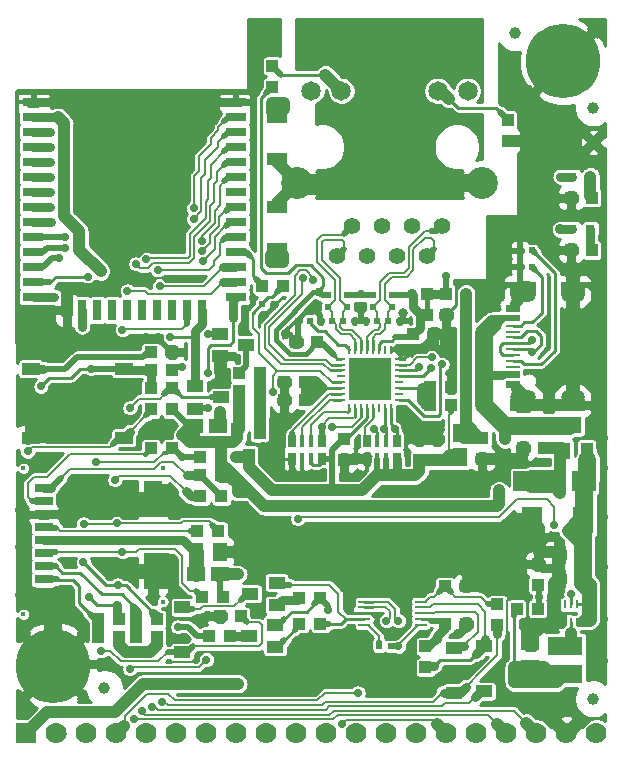
<source format=gbr>
%TF.GenerationSoftware,KiCad,Pcbnew,5.1.0-rc2-unknown-036be7d~80~ubuntu16.04.1*%
%TF.CreationDate,2024-06-10T14:47:57+03:00*%
%TF.ProjectId,ESP32-GATEWAY_Rev_I,45535033-322d-4474-9154-455741595f52,I*%
%TF.SameCoordinates,PX425f360PY7b4bf70*%
%TF.FileFunction,Copper,L1,Top*%
%TF.FilePolarity,Positive*%
%FSLAX46Y46*%
G04 Gerber Fmt 4.6, Leading zero omitted, Abs format (unit mm)*
G04 Created by KiCad (PCBNEW 5.1.0-rc2-unknown-036be7d~80~ubuntu16.04.1) date 2024-06-10 14:47:57*
%MOMM*%
%LPD*%
G04 APERTURE LIST*
%ADD10R,3.600000X3.600000*%
%ADD11R,0.400000X0.400000*%
%ADD12R,1.422400X1.422400*%
%ADD13R,0.250000X0.800000*%
%ADD14R,0.800000X0.250000*%
%ADD15R,2.000000X1.100000*%
%ADD16R,2.200000X1.100000*%
%ADD17R,1.150000X0.250000*%
%ADD18O,2.200000X1.200000*%
%ADD19O,2.000000X1.300000*%
%ADD20R,1.150000X0.300000*%
%ADD21R,1.400000X1.000000*%
%ADD22R,1.016000X1.016000*%
%ADD23R,1.000000X0.250000*%
%ADD24C,1.300000*%
%ADD25C,2.000000*%
%ADD26R,5.000000X5.000000*%
%ADD27R,1.800000X0.800000*%
%ADD28R,0.800000X1.800000*%
%ADD29R,1.500000X3.100000*%
%ADD30C,0.400000*%
%ADD31R,1.500000X0.800000*%
%ADD32R,1.524000X1.270000*%
%ADD33R,1.000000X1.400000*%
%ADD34R,1.778000X2.286000*%
%ADD35R,0.800000X0.800000*%
%ADD36C,1.778000*%
%ADD37R,1.778000X1.778000*%
%ADD38R,1.270000X1.524000*%
%ADD39R,2.000000X1.700000*%
%ADD40R,1.778000X1.016000*%
%ADD41C,1.000000*%
%ADD42C,1.200000*%
%ADD43C,6.300000*%
%ADD44R,3.000000X1.600000*%
%ADD45R,0.381000X1.016000*%
%ADD46R,0.635000X1.016000*%
%ADD47R,1.524000X1.016000*%
%ADD48C,1.410000*%
%ADD49C,1.650000*%
%ADD50C,2.700000*%
%ADD51R,0.550000X0.500000*%
%ADD52R,0.500000X0.550000*%
%ADD53R,0.250000X0.700000*%
%ADD54C,0.900000*%
%ADD55C,0.700000*%
%ADD56C,0.800000*%
%ADD57C,0.750000*%
%ADD58C,1.524000*%
%ADD59C,1.016000*%
%ADD60C,0.508000*%
%ADD61C,0.762000*%
%ADD62C,1.270000*%
%ADD63C,0.254000*%
%ADD64C,0.406400*%
%ADD65C,0.304800*%
%ADD66C,0.203200*%
G04 APERTURE END LIST*
D10*
X30353000Y31242000D03*
D11*
X31653000Y31742000D03*
X31653000Y30742000D03*
X30853000Y29942000D03*
X29853000Y29942000D03*
X29053000Y30742000D03*
X29053000Y31742000D03*
X29853000Y32542000D03*
X30853000Y32542000D03*
D12*
X30353000Y31242000D03*
D13*
X28603000Y33692000D03*
X29103000Y33692000D03*
X29603000Y33692000D03*
X30103000Y33692000D03*
X30603000Y33692000D03*
X31103000Y33692000D03*
X31603000Y33692000D03*
X32103000Y33692000D03*
D14*
X32803000Y32992000D03*
X32803000Y32492000D03*
X32803000Y31992000D03*
X32803000Y31492000D03*
X32803000Y30992000D03*
X32803000Y30492000D03*
X32803000Y29992000D03*
X32803000Y29492000D03*
D13*
X32103000Y28792000D03*
X31603000Y28792000D03*
X31103000Y28792000D03*
X30603000Y28792000D03*
X30103000Y28792000D03*
X29603000Y28792000D03*
X29103000Y28792000D03*
X28603000Y28792000D03*
D14*
X27903000Y29492000D03*
X27903000Y29992000D03*
X27903000Y30492000D03*
X27903000Y30992000D03*
X27903000Y31492000D03*
X27903000Y31992000D03*
X27903000Y32492000D03*
X27903000Y32992000D03*
D15*
X47505000Y38963600D03*
D16*
X43325000Y38963600D03*
D15*
X47505000Y29108400D03*
D16*
X43325000Y29108400D03*
D17*
X42423000Y32286000D03*
X42423000Y32786000D03*
X42423000Y33286000D03*
X42423000Y35786000D03*
X42423000Y34286000D03*
X42423000Y35286000D03*
X42423000Y34786000D03*
X42423000Y33786000D03*
D18*
X43325000Y38356000D03*
D19*
X47505000Y38356000D03*
X47505000Y29716000D03*
D18*
X43325000Y29716000D03*
D20*
X42423000Y31761000D03*
X42423000Y36311000D03*
X42423000Y31511000D03*
X42423000Y36561000D03*
X42423000Y30961000D03*
X42423000Y37111000D03*
X42423000Y30711000D03*
X42423000Y37361000D03*
D21*
X40005000Y8631000D03*
X40005000Y4831000D03*
D22*
X42799000Y11811000D03*
X44577000Y11811000D03*
X35052000Y6858000D03*
X35052000Y8636000D03*
D23*
X29858000Y12430000D03*
X29858000Y11930000D03*
X29858000Y11430000D03*
X29858000Y10930000D03*
X29858000Y10430000D03*
X34658000Y10430000D03*
X34658000Y10930000D03*
X34658000Y11430000D03*
X34658000Y11930000D03*
X34658000Y12430000D03*
D24*
X7614000Y45403000D03*
D25*
X9414000Y47203000D03*
D26*
X9414000Y47203000D03*
D27*
X19014000Y54713000D03*
X19014000Y53443000D03*
X19014000Y52173000D03*
X19014000Y50903000D03*
X19014000Y49633000D03*
X19014000Y48363000D03*
X19014000Y47093000D03*
X19014000Y45823000D03*
X19014000Y44553000D03*
X19014000Y43283000D03*
X19014000Y42013000D03*
X19014000Y40743000D03*
X19014000Y39473000D03*
X19014000Y38203000D03*
D28*
X16144000Y37103000D03*
X14874000Y37103000D03*
X13604000Y37103000D03*
X12334000Y37103000D03*
X11064000Y37103000D03*
X9794000Y37103000D03*
X8524000Y37103000D03*
X7254000Y37103000D03*
X5984000Y37103000D03*
X4714000Y37103000D03*
D27*
X1814000Y38203000D03*
X1814000Y39473000D03*
X1814000Y40743000D03*
X1814000Y42013000D03*
X1814000Y43283000D03*
X1814000Y44553000D03*
X1814000Y45823000D03*
X1814000Y47093000D03*
X1814000Y48363000D03*
X1814000Y49633000D03*
X1814000Y50903000D03*
X1814000Y52173000D03*
X1814000Y53443000D03*
X1814000Y54713000D03*
D24*
X11214000Y45403000D03*
X7614000Y49003000D03*
X11214000Y49003000D03*
X9414000Y49003000D03*
X9414000Y45403000D03*
X7614000Y47203000D03*
X11214000Y47203000D03*
D22*
X16129000Y12827000D03*
X17907000Y12827000D03*
D29*
X11981000Y15011000D03*
X11981000Y21071000D03*
D30*
X1011000Y23701000D03*
X12811000Y23701000D03*
X12811000Y12431000D03*
X1011000Y11341000D03*
D31*
X2731000Y22011000D03*
X2731000Y20911000D03*
X2731000Y19811000D03*
X2731000Y18711000D03*
X2731000Y17611000D03*
X2731000Y16511000D03*
X2731000Y15411000D03*
X2731000Y14311000D03*
D22*
X19304000Y31750000D03*
X21082000Y31750000D03*
D32*
X15494000Y27305000D03*
X17526000Y27305000D03*
D22*
X21081999Y30226000D03*
X19303999Y30226000D03*
D21*
X17688560Y35112960D03*
X17688560Y33210500D03*
X19898360Y34165540D03*
D22*
X21081999Y28702000D03*
X19303999Y28702000D03*
D33*
X21015960Y26888440D03*
X19113500Y26888440D03*
X20068540Y24678640D03*
D34*
X44051000Y19304000D03*
X48405000Y19304000D03*
D22*
X16002000Y24638000D03*
X17780000Y24638000D03*
X10541000Y9398000D03*
X12319000Y9398000D03*
X49149000Y46609000D03*
X47371000Y46609000D03*
D35*
X49022000Y48387000D03*
X47498000Y48387000D03*
D36*
X8890000Y1270000D03*
X6350000Y1270000D03*
X3810000Y1270000D03*
D37*
X1270000Y1270000D03*
D36*
X11430000Y1270000D03*
X13970000Y1270000D03*
X19050000Y1270000D03*
X16510000Y1270000D03*
X21590000Y1270000D03*
X24130000Y1270000D03*
X29210000Y1270000D03*
X26670000Y1270000D03*
X31750000Y1270000D03*
X34290000Y1270000D03*
X39370000Y1270000D03*
X36830000Y1270000D03*
X46990000Y1270000D03*
X49530000Y1270000D03*
X44450000Y1270000D03*
X41910000Y1270000D03*
D22*
X16764000Y9525000D03*
X18542000Y9525000D03*
D38*
X46355000Y14351000D03*
X48387000Y14351000D03*
X46355000Y16383000D03*
X48387000Y16383000D03*
D22*
X44577000Y15621000D03*
X44577000Y13843000D03*
X47371000Y42164000D03*
X49149000Y42164000D03*
X13589000Y30480000D03*
X11811000Y30480000D03*
X11811000Y32004000D03*
X13589000Y32004000D03*
X24384000Y10541000D03*
X26162000Y10541000D03*
X43307000Y25400000D03*
X45085000Y25400000D03*
D39*
X48474000Y22606000D03*
X43474000Y22606000D03*
D22*
X38481000Y13716000D03*
X36703000Y13716000D03*
X38481000Y10541000D03*
X36703000Y10541000D03*
D40*
X22479000Y53467000D03*
X22479000Y49911000D03*
X22479000Y42291000D03*
X22479000Y45847000D03*
D22*
X15748000Y18415000D03*
X17526000Y18415000D03*
X24384000Y12700000D03*
X26162000Y12700000D03*
X41148000Y10414000D03*
X41148000Y12192000D03*
X37211000Y29083000D03*
X35433000Y29083000D03*
X42037000Y51435000D03*
X42037000Y53213000D03*
X22098000Y57785000D03*
X22098000Y56007000D03*
X11811000Y28702000D03*
X13589000Y28702000D03*
X11811000Y25400000D03*
X13589000Y25400000D03*
X13589000Y33528000D03*
X11811000Y33528000D03*
D35*
X49022000Y43942000D03*
X47498000Y43942000D03*
D41*
X49276000Y51308000D03*
D22*
X35433000Y30607000D03*
X37211000Y30607000D03*
X23114000Y30988000D03*
X24892000Y30988000D03*
X23114000Y29464000D03*
X24892000Y29464000D03*
X24130000Y34417000D03*
X25908000Y34417000D03*
X35814000Y35052000D03*
X34036000Y35052000D03*
X28194000Y24384000D03*
X28194000Y26162000D03*
X39878000Y24511000D03*
X39878000Y26289000D03*
X36830000Y36703000D03*
X36830000Y38481000D03*
D38*
X17653000Y16637000D03*
X15621000Y16637000D03*
D22*
X34544000Y26162000D03*
X34544000Y24384000D03*
X36068000Y26162000D03*
X36068000Y24384000D03*
D32*
X43942000Y8890000D03*
X43942000Y6858000D03*
D42*
X1143000Y6985000D03*
X5969000Y6985000D03*
X5207000Y5334000D03*
X1905000Y5207000D03*
X5207000Y8636000D03*
X1905000Y8636000D03*
X3556000Y4572000D03*
X3556000Y9398000D03*
D43*
X3556000Y6985000D03*
D42*
X44323000Y58166000D03*
X49149000Y58166000D03*
X48387000Y56515000D03*
X45085000Y56388000D03*
X48387000Y59817000D03*
X45085000Y59817000D03*
X46736000Y55753000D03*
X46736000Y60579000D03*
D43*
X46736000Y58166000D03*
D32*
X17653000Y14732000D03*
X15621000Y14732000D03*
D21*
X22316440Y8575040D03*
X22316440Y10477500D03*
X20106640Y9522460D03*
X22443440Y12131040D03*
X22443440Y14033500D03*
X20233640Y13078460D03*
D44*
X46863000Y6293000D03*
X46863000Y8693000D03*
D33*
X46802040Y25181560D03*
X48704500Y25181560D03*
X47749460Y27391360D03*
D38*
X37973000Y24638000D03*
X37973000Y26670000D03*
D45*
X30988000Y26035000D03*
X31750000Y26035000D03*
X30988000Y24511000D03*
X31750000Y24511000D03*
D46*
X30099000Y26035000D03*
X30099000Y24511000D03*
X32639000Y26035000D03*
X32639000Y24511000D03*
D45*
X25400000Y24511000D03*
X24638000Y24511000D03*
X25400000Y26035000D03*
X24638000Y26035000D03*
D46*
X26289000Y24511000D03*
X26289000Y26035000D03*
X23749000Y24511000D03*
X23749000Y26035000D03*
D47*
X1651000Y26289000D03*
X9525000Y26289000D03*
X1651000Y32131000D03*
X9525000Y32131000D03*
D22*
X17780000Y21336000D03*
X16002000Y21336000D03*
X10541000Y10922000D03*
X12319000Y10922000D03*
X7366000Y10922000D03*
X9144000Y10922000D03*
X7366000Y9398000D03*
X9144000Y9398000D03*
X16002000Y23114000D03*
X17780000Y23114000D03*
D21*
X17737000Y29718000D03*
X15537000Y28768000D03*
X15537000Y30668000D03*
X37465000Y4704000D03*
X37465000Y8504000D03*
D41*
X7874000Y5080000D03*
X49276000Y54229000D03*
D22*
X35179000Y38481000D03*
X35179000Y36703000D03*
X17653000Y11176000D03*
X19431000Y11176000D03*
D48*
X36459000Y44227000D03*
X35189000Y41687000D03*
X33919000Y44227000D03*
X32649000Y41687000D03*
X31379000Y44227000D03*
X30109000Y41687000D03*
X28839000Y44227000D03*
X27569000Y41687000D03*
D49*
X27934000Y55675500D03*
X38614000Y55675500D03*
D50*
X39804000Y47877000D03*
X24204000Y47877000D03*
D49*
X25394000Y55675500D03*
X36074000Y55675500D03*
D22*
X21209000Y39116000D03*
X22987000Y39116000D03*
D21*
X14478000Y11933000D03*
X14478000Y8133000D03*
D51*
X28448000Y38354000D03*
X28448000Y37338000D03*
X26797000Y37338000D03*
X26797000Y38354000D03*
X32258000Y38354000D03*
X32258000Y37338000D03*
X30607000Y37338000D03*
X30607000Y38354000D03*
D41*
X42672000Y60579000D03*
X49276000Y4191000D03*
D52*
X26162000Y36195000D03*
X27178000Y36195000D03*
X32893000Y36195000D03*
X31877000Y36195000D03*
X29972000Y36195000D03*
X30988000Y36195000D03*
X29083000Y36195000D03*
X28067000Y36195000D03*
X21209000Y37592000D03*
X22225000Y37592000D03*
X25273000Y36195000D03*
X24257000Y36195000D03*
D53*
X46871000Y10680000D03*
X47371000Y10680000D03*
X47871000Y10680000D03*
X47871000Y12180000D03*
X47371000Y12180000D03*
X46871000Y12180000D03*
D52*
X43053000Y40767000D03*
X44069000Y40767000D03*
X44069000Y42164000D03*
X43053000Y42164000D03*
X31115000Y8636000D03*
X32131000Y8636000D03*
D54*
X46481994Y43942000D03*
X47117000Y18415000D03*
D55*
X635000Y20193000D03*
X635000Y17018000D03*
X635000Y12954000D03*
X50165000Y26289000D03*
X50165000Y23749000D03*
X50165000Y19558000D03*
X50165000Y15367000D03*
X50165000Y10922000D03*
X50165000Y7366000D03*
D54*
X44704000Y17526000D03*
X29210000Y24638000D03*
X43053000Y24511000D03*
X45974000Y11430000D03*
X20574000Y19304000D03*
X20574000Y18161000D03*
X13208000Y21844000D03*
X13208000Y20828000D03*
X20574000Y17145000D03*
X4699000Y34925000D03*
X4699000Y33655000D03*
X16129000Y53213000D03*
X13589000Y53213000D03*
X10795000Y53213000D03*
X7493000Y53213000D03*
X6223000Y45593000D03*
X5969000Y48006000D03*
X5969000Y51181000D03*
X5969000Y54991000D03*
X9144000Y54991000D03*
X9144000Y51181000D03*
X12319000Y51181000D03*
X12319000Y54991000D03*
X14859000Y54991000D03*
X14859000Y51181000D03*
X4699000Y38608000D03*
X17399000Y54737000D03*
X22098000Y61087000D03*
X22098000Y59817000D03*
X33528000Y27178000D03*
X36830000Y34163000D03*
X22098000Y54610000D03*
X23114000Y54610000D03*
X21971000Y41148000D03*
X36830000Y35179000D03*
X17780000Y31750000D03*
X22961600Y41148000D03*
X33528000Y28321000D03*
X3556000Y54737000D03*
X7493000Y38862000D03*
X8572500Y38862561D03*
X4699000Y13335000D03*
X4317946Y19812000D03*
X4572000Y27050848D03*
X13208000Y16002000D03*
X13208000Y14986000D03*
X13208000Y13970000D03*
D55*
X36322004Y27051000D03*
X35433000Y27051000D03*
X34544000Y27051000D03*
X33528000Y33401000D03*
X32765988Y33909000D03*
X20447000Y42672000D03*
X45212000Y36068000D03*
D54*
X39751000Y38481000D03*
X41148000Y40386000D03*
X41275000Y43688000D03*
X43307000Y43688000D03*
X45339000Y42418000D03*
X49784000Y45212000D03*
X45339000Y47498000D03*
X44831000Y49784000D03*
X45085000Y52451000D03*
X45720000Y54102000D03*
X24384000Y5461000D03*
X23114000Y5461000D03*
X21844000Y5461000D03*
X20574000Y5461000D03*
X25654000Y5461000D03*
X24892000Y6731000D03*
X16637000Y11176000D03*
X43561000Y54356000D03*
X41656000Y54991000D03*
X41656000Y56896000D03*
X41656000Y58801000D03*
X47117000Y52451000D03*
X46609000Y50546000D03*
D55*
X11430000Y34798000D03*
X12446010Y34798000D03*
D54*
X7493000Y54991000D03*
X10795000Y54991000D03*
X13589000Y54991000D03*
X9144000Y53213000D03*
X5969000Y53213000D03*
X12319000Y53213000D03*
X14859000Y53213000D03*
X16129000Y54991000D03*
X4572000Y54991000D03*
X7493000Y51181000D03*
X10795000Y51181000D03*
X13589000Y51181000D03*
X20574000Y61087000D03*
X20574000Y59817000D03*
X20574000Y57277000D03*
X20574000Y58547000D03*
X20574000Y56007000D03*
X12446000Y26797000D03*
X11303000Y26797000D03*
X29591000Y37211000D03*
D56*
X33147000Y36830000D03*
D54*
X25654000Y37211000D03*
X23241000Y35052000D03*
D55*
X21336000Y36703000D03*
X20447000Y38100000D03*
D54*
X7620000Y26924000D03*
X7620000Y27940000D03*
X4572000Y28067000D03*
X4317946Y21082000D03*
X37846000Y9652000D03*
X39370000Y14605000D03*
X45974000Y10287000D03*
X45974000Y12573000D03*
X43180000Y15240000D03*
X44831000Y10287000D03*
X43688000Y10287000D03*
X43180000Y17526000D03*
X43180000Y16383000D03*
X28575000Y11811000D03*
X21336000Y25527000D03*
X21336000Y24384000D03*
X25019000Y17399000D03*
X25019000Y16256000D03*
X25019000Y15113000D03*
X22606000Y23114000D03*
X26162000Y23114000D03*
X36703000Y22860000D03*
X28575000Y14478000D03*
X31750000Y15367000D03*
X34290000Y16383000D03*
X43180000Y13716000D03*
X27813000Y5715000D03*
X29845000Y18034000D03*
X26670000Y18415000D03*
X32893000Y17907000D03*
X35814000Y17907000D03*
X28194000Y16764000D03*
X43561000Y51308000D03*
X47371000Y35687000D03*
X46355000Y31750000D03*
D55*
X50038000Y31369000D03*
X50038000Y35560000D03*
X50038000Y39370000D03*
D54*
X44069000Y3810000D03*
X35560000Y5334000D03*
X31877000Y13462000D03*
X22987000Y6604000D03*
X20955000Y6858000D03*
X32385000Y6985000D03*
X38100000Y6477000D03*
X4953000Y15748000D03*
X20574000Y15240000D03*
X19177000Y22733000D03*
X19177000Y21717000D03*
X14478000Y26543000D03*
D55*
X14478000Y32258000D03*
D54*
X11557000Y5461000D03*
X7556500Y40386000D03*
X19177000Y14732000D03*
X11549229Y8255000D03*
X19177000Y5461000D03*
X41275000Y20701000D03*
X41275000Y21844000D03*
X42545000Y6858000D03*
X42545000Y5588000D03*
X43688000Y5588000D03*
D55*
X34671012Y29464000D03*
X3302000Y52197000D03*
X1377086Y25146000D03*
X7620000Y8255000D03*
X47371000Y13081000D03*
X44704000Y12827000D03*
X36830000Y40005000D03*
D54*
X33909000Y38481000D03*
X38481000Y38481000D03*
D57*
X26035000Y38608000D03*
D55*
X29591000Y38481000D03*
X25563530Y39648798D03*
X24670301Y39782179D03*
D54*
X33909000Y60706000D03*
X37084000Y60706000D03*
X30099000Y60706000D03*
X26924000Y60706000D03*
X28194000Y58801000D03*
X25654000Y58801000D03*
X35814000Y58801000D03*
X38354000Y58801000D03*
X33909000Y56896000D03*
X30099000Y56896000D03*
X27559000Y53721000D03*
X30099000Y53086000D03*
X33909000Y53086000D03*
X36449000Y53721000D03*
X32004000Y51181000D03*
X32004000Y54991000D03*
X32004000Y58801000D03*
X30099000Y49276000D03*
X33909000Y49276000D03*
X35814000Y47371000D03*
X28194000Y47371000D03*
X32004000Y47371000D03*
X41783000Y26162000D03*
X41783000Y27305000D03*
X36068000Y9271000D03*
D55*
X32766000Y8636000D03*
X26797000Y11684000D03*
X10033000Y28829000D03*
X14097000Y10287000D03*
X3302000Y47117000D03*
D54*
X46482000Y21590000D03*
X46482000Y22733000D03*
X46482000Y23876000D03*
D55*
X12552555Y39118751D03*
X3302000Y49657000D03*
X11012563Y3166875D03*
X3302000Y50927000D03*
X10414000Y2447997D03*
X3302000Y45847000D03*
D54*
X17653000Y28448000D03*
X19050000Y24638000D03*
D55*
X16637000Y28828980D03*
X16637000Y31750000D03*
X3302000Y48387000D03*
X2483663Y30647957D03*
X27952670Y2101081D03*
X6750831Y32131000D03*
X10033000Y6731000D03*
X16510000Y7493000D03*
X12405455Y40458029D03*
X16637000Y35052000D03*
X29337000Y4699000D03*
X10541000Y41021000D03*
X12706865Y3937000D03*
X14456273Y24660848D03*
X7171885Y24251410D03*
X13442190Y34798000D03*
X9797926Y38730812D03*
X8763000Y22733000D03*
X11430000Y41403122D03*
X11861800Y3505200D03*
X4508500Y42354496D03*
X26288996Y27241500D03*
X4504664Y43293219D03*
X27178000Y27241500D03*
X30696412Y26998485D03*
X4064000Y41529010D03*
X31570595Y27078220D03*
X16188289Y41232382D03*
X32447985Y27051000D03*
X6101606Y19009068D03*
X8895565Y19054695D03*
X6460201Y39924701D03*
X9398000Y35433000D03*
X9397992Y16637000D03*
X3626686Y38227000D03*
X8912767Y12174910D03*
X6604000Y12827000D03*
X5969000Y35687000D03*
X9017000Y13843000D03*
X6096000Y15748000D03*
X3321863Y44553012D03*
X46482000Y48387000D03*
X45974000Y18923000D03*
X24257000Y19431000D03*
X35565367Y33098483D03*
X15431114Y44831000D03*
X16154053Y42109526D03*
X34543439Y32257439D03*
X16120035Y42986679D03*
X35518546Y32172454D03*
X15422726Y45712734D03*
X36449000Y32512000D03*
X22117803Y30172622D03*
X32766000Y10795000D03*
X44069000Y33528000D03*
X31750000Y10795000D03*
X44069000Y34544000D03*
D58*
X48768000Y22900000D02*
X48768000Y24384000D01*
X48474000Y22606000D02*
X48768000Y22900000D01*
D59*
X48768000Y25118060D02*
X48768000Y24384000D01*
X48704500Y25181560D02*
X48768000Y25118060D01*
D58*
X48387000Y16383000D02*
X48387000Y14351000D01*
X48405000Y19304000D02*
X48387000Y19286000D01*
X48387000Y19286000D02*
X48387000Y18034000D01*
X48387000Y18034000D02*
X48387000Y16383000D01*
X48405000Y19304000D02*
X48474000Y19373000D01*
X48474000Y19373000D02*
X48474000Y22606000D01*
D60*
X47753396Y18415000D02*
X47117000Y18415000D01*
X48387000Y18034000D02*
X48006000Y18415000D01*
X48006000Y18415000D02*
X47753396Y18415000D01*
D59*
X48387000Y17145000D02*
X48387000Y16383000D01*
X47117000Y18415000D02*
X48387000Y17145000D01*
X48006000Y19304000D02*
X48405000Y19304000D01*
X47117000Y18415000D02*
X48006000Y19304000D01*
D61*
X47498000Y43942000D02*
X46481994Y43942000D01*
D62*
X48895000Y13843000D02*
X48387000Y14351000D01*
D63*
X48895000Y10541000D02*
X48895000Y10922000D01*
X47871000Y10680000D02*
X47871000Y10549000D01*
X47871000Y10549000D02*
X48006000Y10414000D01*
X48006000Y10414000D02*
X48768000Y10414000D01*
X48768000Y10414000D02*
X48895000Y10541000D01*
X47871000Y10680000D02*
X47871000Y10787000D01*
X47871000Y10787000D02*
X48641000Y11557000D01*
X48641000Y11557000D02*
X48895000Y11557000D01*
D62*
X48895000Y10922000D02*
X48895000Y11557000D01*
D63*
X48653000Y10680000D02*
X48895000Y10922000D01*
D61*
X48145000Y10680000D02*
X48653000Y10680000D01*
D63*
X47871000Y10680000D02*
X48145000Y10680000D01*
X48883000Y12180000D02*
X48895000Y12192000D01*
X47871000Y12180000D02*
X48883000Y12180000D01*
D62*
X48895000Y11557000D02*
X48895000Y12192000D01*
X48895000Y12192000D02*
X48895000Y13081000D01*
X48895000Y13081000D02*
X48895000Y13843000D01*
D60*
X47879000Y13814892D02*
X47879000Y14351000D01*
X48612892Y13081000D02*
X47879000Y13814892D01*
X48895000Y13081000D02*
X48612892Y13081000D01*
D59*
X44051000Y19304000D02*
X44704000Y18651000D01*
X44704000Y18651000D02*
X44704000Y17526000D01*
X46355000Y16383000D02*
X46101000Y16637000D01*
X46101000Y16637000D02*
X44704000Y16637000D01*
X44704000Y17526000D02*
X44704000Y16637000D01*
D60*
X46355000Y14351000D02*
X46355000Y14224000D01*
X50165000Y26289000D02*
X50165000Y23749000D01*
X50165000Y23749000D02*
X50165000Y19558000D01*
X50165000Y19558000D02*
X50165000Y15367000D01*
X50165000Y15367000D02*
X50165000Y10922000D01*
X50165000Y10922000D02*
X50165000Y7366000D01*
X11981000Y15011000D02*
X11981000Y14562000D01*
D59*
X11981000Y15011000D02*
X11981000Y14775000D01*
X20574000Y18161000D02*
X20574000Y19304000D01*
X11981000Y21071000D02*
X12754000Y21844000D01*
X12754000Y21844000D02*
X13208000Y21844000D01*
X13208000Y20828000D02*
X13208000Y21844000D01*
D61*
X2731000Y19811000D02*
X2732000Y19812000D01*
X2732000Y19812000D02*
X4318000Y19812000D01*
D59*
X20574000Y18161000D02*
X20574000Y17145000D01*
X11981000Y21071000D02*
X12224000Y20828000D01*
X12224000Y20828000D02*
X13208000Y20828000D01*
X14859000Y53213000D02*
X16383000Y53213000D01*
X13589000Y53213000D02*
X10795000Y53213000D01*
X7493000Y53213000D02*
X5969000Y53213000D01*
X5969000Y53213000D02*
X6096000Y53213000D01*
X6096000Y53213000D02*
X5969000Y53213000D01*
X6477000Y46990000D02*
X5969000Y47498000D01*
X5969000Y47498000D02*
X5969000Y48006000D01*
X5969000Y51181000D02*
X5969000Y53213000D01*
X5969000Y53213000D02*
X5969000Y54991000D01*
X9144000Y54991000D02*
X9144000Y51181000D01*
X12319000Y51181000D02*
X12319000Y54991000D01*
X14859000Y54991000D02*
X14859000Y53213000D01*
X14859000Y53213000D02*
X14859000Y51181000D01*
X10685000Y46940000D02*
X10635000Y46990000D01*
X10635000Y46990000D02*
X6477000Y46990000D01*
X10685000Y46940000D02*
X8349000Y49276000D01*
X8349000Y49276000D02*
X6350000Y49276000D01*
X10685000Y46940000D02*
X8128000Y49497000D01*
X8128000Y49497000D02*
X8128000Y51435000D01*
X10685000Y46940000D02*
X13208000Y49463000D01*
X13208000Y49463000D02*
X13208000Y51435000D01*
X10685000Y46940000D02*
X10668000Y46957000D01*
X10668000Y46957000D02*
X10668000Y51308000D01*
X10685000Y46940000D02*
X13148000Y49403000D01*
X13148000Y49403000D02*
X14732000Y49403000D01*
X10685000Y46940000D02*
X10989000Y47244000D01*
X10989000Y47244000D02*
X14478000Y47244000D01*
X10685000Y46940000D02*
X12286000Y45339000D01*
X21463000Y61087000D02*
X21463000Y59817000D01*
D60*
X23114000Y29464000D02*
X23114000Y30988000D01*
X30099000Y24511000D02*
X29972000Y24638000D01*
X29972000Y24638000D02*
X29210000Y24638000D01*
X28194000Y24384000D02*
X28448000Y24638000D01*
X28448000Y24638000D02*
X29210000Y24638000D01*
D59*
X36068000Y26162000D02*
X34544000Y26162000D01*
D60*
X37211000Y30607000D02*
X37084000Y30734000D01*
X37084000Y33909000D02*
X36830000Y34163000D01*
D59*
X36830000Y35179000D02*
X36830000Y34163000D01*
D61*
X35814000Y35052000D02*
X35941000Y35179000D01*
X35941000Y35179000D02*
X36830000Y35179000D01*
D63*
X36830000Y36703000D02*
X36957000Y36703000D01*
D59*
X22479000Y42291000D02*
X21971000Y41783000D01*
X21971000Y41783000D02*
X21971000Y41148000D01*
X23114000Y54610000D02*
X22098000Y54610000D01*
D61*
X23114000Y29464000D02*
X23114000Y27432000D01*
X23114000Y27432000D02*
X22733000Y27051000D01*
X22733000Y27051000D02*
X22733000Y25019000D01*
X22733000Y25019000D02*
X22733000Y24511000D01*
D59*
X22479000Y53467000D02*
X22098000Y53848000D01*
X22098000Y53848000D02*
X22098000Y54610000D01*
X23114000Y54610000D02*
X23114000Y54102000D01*
X23114000Y54102000D02*
X22479000Y53467000D01*
D64*
X36068000Y26162000D02*
X36195000Y26289000D01*
D61*
X36830000Y36703000D02*
X36830000Y35179000D01*
D59*
X17780000Y31750000D02*
X17688560Y31841440D01*
X17688560Y31841440D02*
X17688560Y33210500D01*
X22961600Y41808400D02*
X22479000Y42291000D01*
X22961600Y41148000D02*
X22961600Y41808400D01*
X22961600Y41148000D02*
X21971000Y41148000D01*
X17145000Y54991000D02*
X14859000Y54991000D01*
X17399000Y54737000D02*
X17145000Y54991000D01*
X3810000Y54991000D02*
X3556000Y54737000D01*
X5969000Y54991000D02*
X3810000Y54991000D01*
X6350000Y45466000D02*
X6223000Y45593000D01*
X7620000Y45466000D02*
X6350000Y45466000D01*
X11981000Y15011000D02*
X11981000Y14211000D01*
D58*
X3556000Y6985000D02*
X3556000Y12192000D01*
D59*
X4699000Y13335000D02*
X3556000Y12192000D01*
X20066000Y16637000D02*
X20574000Y17145000D01*
X17653000Y16637000D02*
X20066000Y16637000D01*
X39878000Y24511000D02*
X43053000Y24511000D01*
X43053000Y24638000D02*
X43053000Y24511000D01*
X43307000Y25400000D02*
X43307000Y24892000D01*
X43307000Y24892000D02*
X43053000Y24638000D01*
X5587946Y21082000D02*
X4317946Y19812000D01*
X11981000Y21071000D02*
X11970000Y21082000D01*
X4317946Y19812000D02*
X4318000Y19812000D01*
X11970000Y21082000D02*
X5587946Y21082000D01*
X33528000Y27178000D02*
X33528000Y28321000D01*
X34544000Y26162000D02*
X33528000Y27178000D01*
D63*
X32103000Y33881000D02*
X32131000Y33909000D01*
X32103000Y33692000D02*
X32103000Y33881000D01*
X32131000Y33909000D02*
X32766000Y33909000D01*
D59*
X13995410Y20040590D02*
X19837410Y20040590D01*
X19837410Y20040590D02*
X20124001Y19753999D01*
X20124001Y19753999D02*
X20574000Y19304000D01*
X13208000Y20828000D02*
X13995410Y20040590D01*
X1524000Y26289000D02*
X2285848Y27050848D01*
X3935604Y27050848D02*
X4572000Y27050848D01*
X2285848Y27050848D02*
X3935604Y27050848D01*
X12954000Y44671000D02*
X12954000Y42799000D01*
X10685000Y46940000D02*
X12954000Y44671000D01*
X10668000Y46907000D02*
X10668000Y42799000D01*
X10714000Y46953000D02*
X10668000Y46907000D01*
X41656000Y14986000D02*
X41656000Y17780000D01*
X13183000Y15011000D02*
X13208000Y14986000D01*
X11981000Y15011000D02*
X13183000Y15011000D01*
X13208000Y16002000D02*
X13208000Y13970000D01*
X11981000Y15011000D02*
X11981000Y15918000D01*
X12065000Y16002000D02*
X13208000Y16002000D01*
X11981000Y15918000D02*
X12065000Y16002000D01*
X13208000Y13970000D02*
X12382500Y13970000D01*
X4699000Y34291396D02*
X4699000Y33655000D01*
X4979801Y38888801D02*
X4699000Y38608000D01*
X9398000Y39839564D02*
X8447237Y38888801D01*
X8447237Y38888801D02*
X4979801Y38888801D01*
X9398000Y45339000D02*
X9398000Y39839564D01*
D60*
X36322004Y26416004D02*
X36322004Y26556026D01*
X36322004Y26556026D02*
X36322004Y27051000D01*
X36068000Y26162000D02*
X36322004Y26416004D01*
D63*
X41656000Y14986000D02*
X41535803Y14986000D01*
X34671000Y33909000D02*
X33260962Y33909000D01*
X33260962Y33909000D02*
X32765988Y33909000D01*
X36576000Y33909000D02*
X36449000Y33909000D01*
X34671000Y33909000D02*
X36449000Y33909000D01*
X34798000Y33909000D02*
X34671000Y33909000D01*
D60*
X36576000Y33909000D02*
X36830000Y34163000D01*
X35814000Y34925000D02*
X35179000Y34290000D01*
X35814000Y35052000D02*
X35814000Y34925000D01*
X35179000Y34290000D02*
X34798000Y33909000D01*
X33877999Y33813001D02*
X33782000Y33909000D01*
X33877999Y33750999D02*
X33877999Y33813001D01*
X33528000Y33401000D02*
X33877999Y33750999D01*
X33782000Y33909000D02*
X36576000Y33909000D01*
X33020000Y33909000D02*
X33782000Y33909000D01*
X33020000Y33909000D02*
X33528000Y33401000D01*
X32765988Y33909000D02*
X33020000Y33909000D01*
X37465000Y33655000D02*
X37147500Y33972500D01*
X37147500Y30797500D02*
X37465000Y31115000D01*
X37465000Y31115000D02*
X37465000Y33655000D01*
D61*
X3556000Y6985000D02*
X3683000Y7112000D01*
X3683000Y7112000D02*
X7366000Y7112000D01*
D60*
X13589000Y33528000D02*
X12446010Y34670990D01*
X12446010Y34670990D02*
X12446010Y34798000D01*
D65*
X1143000Y33655000D02*
X4699000Y33655000D01*
X508000Y34290000D02*
X1143000Y33655000D01*
X508000Y54546500D02*
X508000Y34290000D01*
X20124001Y55557001D02*
X20574000Y56007000D01*
D60*
X576999Y55557001D02*
X1910499Y55557001D01*
D65*
X508000Y54546500D02*
X508000Y55488002D01*
X508000Y55488002D02*
X576999Y55557001D01*
D61*
X20701000Y59055000D02*
X21463000Y59817000D01*
X20701000Y55689500D02*
X20701000Y59055000D01*
D60*
X20447000Y54713000D02*
X20447000Y55435500D01*
D61*
X20447000Y55435500D02*
X20701000Y55689500D01*
D60*
X1910499Y55557001D02*
X19044501Y55557001D01*
X19044501Y55557001D02*
X20124001Y55557001D01*
X1914000Y55553500D02*
X1910499Y55557001D01*
D65*
X22415500Y24066500D02*
X21971000Y24511000D01*
D61*
X17653000Y11176000D02*
X16637000Y11176000D01*
D60*
X20447000Y42672000D02*
X20447000Y54713000D01*
D64*
X24257000Y36320739D02*
X24257000Y36195000D01*
X25147261Y37211000D02*
X24257000Y36320739D01*
X25654000Y37211000D02*
X25147261Y37211000D01*
X21484283Y36703000D02*
X21336000Y36703000D01*
X22225000Y37443717D02*
X21484283Y36703000D01*
X22225000Y37592000D02*
X22225000Y37443717D01*
D60*
X33147000Y36449000D02*
X32893000Y36195000D01*
X33147000Y36830000D02*
X33147000Y36449000D01*
X29591000Y36195000D02*
X29591000Y37211000D01*
X29083000Y36195000D02*
X29591000Y36195000D01*
X29591000Y36195000D02*
X29972000Y36195000D01*
X26162000Y36703000D02*
X25654000Y37211000D01*
X26162000Y36195000D02*
X26162000Y36703000D01*
X23495000Y35052000D02*
X23241000Y35052000D01*
X24130000Y34417000D02*
X23495000Y35052000D01*
D63*
X22352000Y37592000D02*
X22987000Y38227000D01*
X22225000Y37592000D02*
X22352000Y37592000D01*
D60*
X24257000Y36195000D02*
X24257000Y34544000D01*
X24257000Y34544000D02*
X24130000Y34417000D01*
D63*
X23975412Y36195000D02*
X24257000Y36195000D01*
X23241000Y35460588D02*
X23975412Y36195000D01*
X23241000Y35052000D02*
X23241000Y35460588D01*
D61*
X17423000Y54713000D02*
X17399000Y54737000D01*
X19014000Y54713000D02*
X17423000Y54713000D01*
D60*
X19014000Y54713000D02*
X20447000Y54713000D01*
X19014000Y55526500D02*
X19044501Y55557001D01*
X19014000Y54713000D02*
X19014000Y55526500D01*
X1910499Y54809499D02*
X1910499Y55557001D01*
X1814000Y54713000D02*
X1910499Y54809499D01*
D61*
X3532000Y54713000D02*
X3556000Y54737000D01*
X1814000Y54713000D02*
X3532000Y54713000D01*
D65*
X674500Y54713000D02*
X508000Y54546500D01*
X1814000Y54713000D02*
X674500Y54713000D01*
D61*
X4714000Y37103000D02*
X3067000Y37103000D01*
X4714000Y38593000D02*
X4699000Y38608000D01*
D59*
X4714000Y37103000D02*
X4714000Y38593000D01*
D61*
X4714000Y34940000D02*
X4699000Y34925000D01*
X4714000Y37103000D02*
X4714000Y34940000D01*
D66*
X9492929Y39782990D02*
X13176010Y39782990D01*
X8572500Y38862561D02*
X9492929Y39782990D01*
D59*
X39370000Y13716000D02*
X39370000Y14605000D01*
X41910000Y17526000D02*
X41656000Y17780000D01*
X43180000Y17526000D02*
X41910000Y17526000D01*
D62*
X43180000Y17526000D02*
X43180000Y18433000D01*
D59*
X43180000Y18433000D02*
X44051000Y19304000D01*
X43180000Y17526000D02*
X44704000Y17526000D01*
X43688000Y10287000D02*
X44831000Y10287000D01*
X44831000Y10287000D02*
X45974000Y10287000D01*
X45974000Y10287000D02*
X45974000Y11430000D01*
X45974000Y12573000D02*
X45974000Y11430000D01*
X45974000Y13970000D02*
X45974000Y12573000D01*
X46355000Y14351000D02*
X45974000Y13970000D01*
D63*
X28956000Y11430000D02*
X28575000Y11811000D01*
X29858000Y11430000D02*
X28956000Y11430000D01*
D61*
X21590000Y24511000D02*
X21971000Y24511000D01*
X21463000Y24384000D02*
X21590000Y24511000D01*
D59*
X25019000Y17399000D02*
X24130000Y18288000D01*
X20701000Y18288000D02*
X20574000Y18161000D01*
X24130000Y18288000D02*
X20701000Y18288000D01*
X25019000Y16256000D02*
X25019000Y17399000D01*
X25019000Y15113000D02*
X25019000Y16256000D01*
D65*
X24638000Y23495000D02*
X25019000Y23114000D01*
D61*
X21463000Y24511000D02*
X21336000Y24384000D01*
X22733000Y24511000D02*
X21463000Y24511000D01*
X21336000Y24384000D02*
X21336000Y25527000D01*
X22733000Y23241000D02*
X22733000Y24511000D01*
X22606000Y23114000D02*
X22733000Y23241000D01*
X25019000Y23114000D02*
X22606000Y23114000D01*
X26162000Y23114000D02*
X25019000Y23114000D01*
D59*
X43688000Y9144000D02*
X43688000Y10287000D01*
X43942000Y8890000D02*
X43688000Y9144000D01*
X43942000Y9398000D02*
X44831000Y10287000D01*
X43942000Y8890000D02*
X43942000Y9398000D01*
D63*
X46871000Y11430000D02*
X47752000Y11430000D01*
X46347000Y11057000D02*
X45974000Y11430000D01*
X46871000Y11057000D02*
X46347000Y11057000D01*
X46871000Y10680000D02*
X46871000Y11057000D01*
X46220000Y11184000D02*
X45974000Y11430000D01*
X46871000Y11184000D02*
X46220000Y11184000D01*
X46871000Y11057000D02*
X46871000Y11184000D01*
X46871000Y11184000D02*
X46871000Y11430000D01*
X46871000Y11430000D02*
X46609000Y11430000D01*
X46609000Y11430000D02*
X45974000Y11430000D01*
X46609000Y10287000D02*
X45974000Y10287000D01*
X46871000Y10549000D02*
X46609000Y10287000D01*
X46871000Y10680000D02*
X46871000Y10549000D01*
D61*
X44704000Y17526000D02*
X45085000Y17907000D01*
X45085000Y17907000D02*
X45974000Y17907000D01*
X44904857Y15293143D02*
X46396954Y15293143D01*
X44577000Y15621000D02*
X44904857Y15293143D01*
D65*
X24638000Y24511000D02*
X24638000Y23495000D01*
D63*
X23749000Y24511000D02*
X22733000Y24511000D01*
X37668200Y37541200D02*
X37668200Y39217600D01*
X36830000Y36703000D02*
X37668200Y37541200D01*
D60*
X43053000Y42164000D02*
X43053000Y40767000D01*
X43325000Y38356000D02*
X43053000Y38628000D01*
X43053000Y38628000D02*
X43053000Y40767000D01*
X47505000Y38963600D02*
X47784400Y39243000D01*
X47784400Y39243000D02*
X49276000Y39243000D01*
D61*
X49657000Y26797000D02*
X49657000Y29083000D01*
X50114190Y26339810D02*
X49657000Y26797000D01*
X49631600Y29108400D02*
X49657000Y29083000D01*
X47505000Y29108400D02*
X49631600Y29108400D01*
D63*
X29858000Y11430000D02*
X30480000Y11430000D01*
X30480000Y11430000D02*
X30861000Y11049000D01*
D65*
X42423000Y37361000D02*
X42695000Y37361000D01*
D60*
X42695000Y37361000D02*
X43180000Y37846000D01*
D65*
X43325000Y38356000D02*
X43325000Y37991000D01*
X43325000Y37991000D02*
X43180000Y37846000D01*
D60*
X42423000Y37724000D02*
X42672000Y37973000D01*
D65*
X43325000Y38356000D02*
X43055000Y38356000D01*
X43055000Y38356000D02*
X42672000Y37973000D01*
D60*
X42423000Y37470000D02*
X42423000Y37724000D01*
D65*
X42423000Y37111000D02*
X42423000Y37470000D01*
D60*
X43325000Y38963600D02*
X43045600Y39243000D01*
X43045600Y39243000D02*
X41402000Y39243000D01*
D65*
X42695000Y30711000D02*
X42423000Y30711000D01*
D61*
X43325000Y30081000D02*
X42695000Y30711000D01*
D65*
X43325000Y29716000D02*
X43325000Y30081000D01*
X42423000Y30961000D02*
X42423000Y30348000D01*
X43325000Y29716000D02*
X43055000Y29716000D01*
X43055000Y29716000D02*
X42423000Y30348000D01*
D59*
X43325000Y29108400D02*
X45237400Y29108400D01*
X47505000Y29108400D02*
X45237400Y29108400D01*
D63*
X16510000Y11049000D02*
X13208000Y11049000D01*
X16637000Y11176000D02*
X16510000Y11049000D01*
X43688000Y10287000D02*
X43688000Y12573000D01*
D65*
X29210000Y24638000D02*
X29210000Y25654000D01*
X30099000Y23495000D02*
X29718000Y23114000D01*
X30099000Y24511000D02*
X30099000Y23495000D01*
D59*
X43180000Y13716000D02*
X38481000Y13716000D01*
X43180000Y15240000D02*
X43180000Y13716000D01*
D63*
X33231040Y32992000D02*
X33528000Y33288960D01*
X33528000Y33288960D02*
X33528000Y33401000D01*
X32803000Y32992000D02*
X33231040Y32992000D01*
D61*
X38481000Y10287000D02*
X37846000Y9652000D01*
X38481000Y10541000D02*
X38481000Y10287000D01*
D59*
X29464000Y18415000D02*
X29845000Y18034000D01*
X26035000Y18415000D02*
X25019000Y17399000D01*
X26670000Y18415000D02*
X26035000Y18415000D01*
X26670000Y18415000D02*
X29464000Y18415000D01*
X32766000Y18034000D02*
X29845000Y18034000D01*
X32893000Y17907000D02*
X32766000Y18034000D01*
X32893000Y17907000D02*
X33401000Y18415000D01*
X33401000Y18415000D02*
X41021000Y18415000D01*
X41021000Y18415000D02*
X41656000Y17780000D01*
X43434000Y51435000D02*
X42037000Y51435000D01*
X43561000Y51308000D02*
X43434000Y51435000D01*
D66*
X13520571Y7307429D02*
X13385800Y7442200D01*
X15313817Y7307429D02*
X13520571Y7307429D01*
X20955000Y6858000D02*
X18923000Y6858000D01*
X16179064Y8172676D02*
X15313817Y7307429D01*
X17608324Y8172676D02*
X16179064Y8172676D01*
X18923000Y6858000D02*
X17608324Y8172676D01*
D59*
X13335000Y20066000D02*
X10414000Y20066000D01*
X13335000Y20701000D02*
X13335000Y20066000D01*
X13208000Y20828000D02*
X13335000Y20701000D01*
D61*
X36322004Y27051000D02*
X34417000Y27051000D01*
D66*
X43180000Y13716000D02*
X41973500Y12509500D01*
X41973500Y12509500D02*
X41973500Y8953500D01*
D61*
X1524000Y32131000D02*
X2667000Y32131000D01*
D60*
X11557000Y33528000D02*
X11811000Y33528000D01*
X2667000Y32131000D02*
X4572000Y32131000D01*
X4572000Y32131000D02*
X5588000Y33147000D01*
X5588000Y33147000D02*
X11176000Y33147000D01*
X11176000Y33147000D02*
X11557000Y33528000D01*
D59*
X17780000Y24638000D02*
X17780000Y22987000D01*
X17780000Y22987000D02*
X18923000Y22987000D01*
X18923000Y22987000D02*
X19177000Y22733000D01*
X19177000Y21717000D02*
X19177000Y22733000D01*
D60*
X13589000Y32004000D02*
X13843000Y32258000D01*
X13843000Y32258000D02*
X14478000Y32258000D01*
D59*
X19113500Y26888440D02*
X19304000Y27078940D01*
X19303999Y27178000D02*
X19303999Y28702000D01*
X19304000Y27078940D02*
X19303999Y27178000D01*
X19303999Y28702000D02*
X19303999Y30226000D01*
X15494000Y26035000D02*
X15621000Y25908000D01*
X15494000Y27305000D02*
X15494000Y26035000D01*
X17780000Y25908000D02*
X17780000Y24638000D01*
X15621000Y25908000D02*
X17780000Y25908000D01*
X19113500Y26261058D02*
X19113500Y26888440D01*
X18760442Y25908000D02*
X19113500Y26261058D01*
X17780000Y25908000D02*
X18760442Y25908000D01*
X18161000Y23749000D02*
X19177000Y22733000D01*
X18543396Y22987000D02*
X17780000Y22987000D01*
X19177000Y22353396D02*
X18543396Y22987000D01*
X19177000Y21717000D02*
X19177000Y22353396D01*
X19626999Y22283001D02*
X20193000Y21717000D01*
X19177000Y21717000D02*
X20193000Y21717000D01*
X19177000Y22733000D02*
X19626999Y22283001D01*
X17653000Y14732000D02*
X19177000Y14732000D01*
X17653000Y14732000D02*
X17526000Y14605000D01*
X11557000Y5461000D02*
X19177000Y5461000D01*
X12319000Y8764397D02*
X12319000Y9398000D01*
X11733437Y8178833D02*
X12319000Y8764397D01*
X9144000Y8733567D02*
X9698733Y8178833D01*
X9698733Y8178833D02*
X11733437Y8178833D01*
X9144000Y9398000D02*
X9144000Y8733567D01*
X14605000Y26416000D02*
X15494000Y27305000D01*
X15621000Y25908000D02*
X15113000Y25908000D01*
X15113000Y25908000D02*
X14605000Y26416000D01*
D60*
X17653000Y14732000D02*
X17653000Y13081000D01*
X17653000Y13081000D02*
X17907000Y12827000D01*
D59*
X15240000Y27305000D02*
X15494000Y27305000D01*
X14478000Y26543000D02*
X15240000Y27305000D01*
D60*
X13623377Y28702000D02*
X13589000Y28702000D01*
X15020377Y27305000D02*
X13623377Y28702000D01*
X15494000Y27305000D02*
X15020377Y27305000D01*
D61*
X1814000Y53443000D02*
X3913000Y53443000D01*
D59*
X5724225Y42218275D02*
X7556500Y40386000D01*
X3913000Y53443000D02*
X4446912Y52909088D01*
X4446912Y52909088D02*
X4446912Y45065172D01*
X4446912Y45065172D02*
X5724225Y43787859D01*
X5724225Y43787859D02*
X5724225Y42218275D01*
X21400505Y20509495D02*
X20193000Y21717000D01*
X41083495Y20509495D02*
X21400505Y20509495D01*
X41275000Y20701000D02*
X41083495Y20509495D01*
X41275000Y21844000D02*
X41275000Y20701000D01*
X46158000Y5588000D02*
X43688000Y5588000D01*
X46863000Y6293000D02*
X46158000Y5588000D01*
X46863000Y6293000D02*
X45650000Y6293000D01*
X45650000Y6293000D02*
X45085000Y6858000D01*
X45085000Y6858000D02*
X43942000Y6858000D01*
X43942000Y6858000D02*
X42545000Y6858000D01*
X45453000Y6096000D02*
X45650000Y6293000D01*
X42545000Y6858000D02*
X42545000Y6096000D01*
X42545000Y6096000D02*
X45453000Y6096000D01*
X42545000Y6096000D02*
X42545000Y5588000D01*
D60*
X42799000Y11811000D02*
X42545000Y11557000D01*
D63*
X42545000Y11176000D02*
X42545000Y6858000D01*
D60*
X42545000Y11557000D02*
X42545000Y11176000D01*
D59*
X42545000Y5588000D02*
X43688000Y5588000D01*
X11146305Y5461000D02*
X11557000Y5461000D01*
X8733305Y3048000D02*
X11146305Y5461000D01*
X3048000Y3048000D02*
X8733305Y3048000D01*
X1270000Y1270000D02*
X3048000Y3048000D01*
D61*
X3895000Y17611000D02*
X2731000Y17611000D01*
X15621000Y16510000D02*
X14520000Y17611000D01*
X14520000Y17611000D02*
X3895000Y17611000D01*
D62*
X15621000Y16637000D02*
X15621000Y14732000D01*
D60*
X35433000Y30607000D02*
X35179000Y30353000D01*
D63*
X35421000Y30492000D02*
X35433000Y30480000D01*
D59*
X35433000Y30607000D02*
X35433000Y29845000D01*
X35433000Y29845000D02*
X35433000Y29083000D01*
D61*
X35433000Y30607000D02*
X35433000Y30480000D01*
X34671012Y29464012D02*
X34671012Y29464000D01*
X35052000Y29845000D02*
X35020999Y29813999D01*
X35433000Y30226000D02*
X35020999Y29813999D01*
X35020999Y29813999D02*
X34671012Y29464012D01*
X35433000Y29845000D02*
X35052000Y29845000D01*
X35433000Y30480000D02*
X35433000Y30226000D01*
X35052012Y29083000D02*
X34671012Y29464000D01*
X35433000Y29083000D02*
X35052012Y29083000D01*
D63*
X32803000Y30492000D02*
X34913000Y30492000D01*
X34913000Y30492000D02*
X35421000Y30492000D01*
D61*
X34683000Y30492000D02*
X34913000Y30492000D01*
X34671012Y29464000D02*
X34671012Y30480012D01*
X34671012Y30480012D02*
X34683000Y30492000D01*
X34798000Y30607000D02*
X34671012Y30480012D01*
X35433000Y30607000D02*
X34798000Y30607000D01*
D60*
X9525000Y26289000D02*
X9144000Y26289000D01*
X9144000Y26289000D02*
X8636000Y25781000D01*
D66*
X1727085Y25495999D02*
X1377086Y25146000D01*
X8350999Y25495999D02*
X1727085Y25495999D01*
X8636000Y25781000D02*
X8350999Y25495999D01*
D61*
X9525000Y26289000D02*
X10033000Y26797000D01*
D60*
X11811000Y28702000D02*
X11811000Y28575000D01*
X11811000Y28575000D02*
X11430000Y28194000D01*
D66*
X11430000Y28194000D02*
X10033000Y26797000D01*
D60*
X19431000Y11176000D02*
X19939000Y10668000D01*
X14478000Y8133000D02*
X14864000Y8133000D01*
X14864000Y8133000D02*
X15367000Y8636000D01*
D66*
X20955000Y8636000D02*
X15367000Y8636000D01*
X19939000Y10668000D02*
X20955000Y10668000D01*
X20955000Y10668000D02*
X21209000Y10414000D01*
X21209000Y10414000D02*
X21209000Y8890000D01*
X21209000Y8890000D02*
X20955000Y8636000D01*
D60*
X14478000Y8133000D02*
X13213000Y8133000D01*
D61*
X3278000Y52173000D02*
X3302000Y52197000D01*
X1814000Y52173000D02*
X3278000Y52173000D01*
D66*
X9271000Y7366000D02*
X12446000Y7366000D01*
X8382000Y8255000D02*
X9271000Y7366000D01*
X12446000Y7366000D02*
X13213000Y8133000D01*
X7620000Y8255000D02*
X8382000Y8255000D01*
D59*
X47371000Y9201000D02*
X47371000Y9728200D01*
X46863000Y8693000D02*
X47371000Y9201000D01*
D63*
X47371000Y10680000D02*
X47371000Y9728200D01*
X47371000Y12180000D02*
X47371000Y13081000D01*
D60*
X44704000Y11938000D02*
X44577000Y11811000D01*
X44704000Y12827000D02*
X44704000Y11938000D01*
X44704000Y13716000D02*
X44704000Y12827000D01*
X44577000Y13843000D02*
X44704000Y13716000D01*
D63*
X25273000Y36014100D02*
X25273000Y36195000D01*
X28603000Y33692000D02*
X28603000Y33833426D01*
X28603000Y33833426D02*
X28273426Y34163000D01*
X26543000Y35306000D02*
X25981100Y35306000D01*
X28273426Y34163000D02*
X27686000Y34163000D01*
X25981100Y35306000D02*
X25273000Y36014100D01*
X27686000Y34163000D02*
X26543000Y35306000D01*
X30603000Y28792000D02*
X30603000Y28067000D01*
X30603000Y28067000D02*
X30603000Y28063000D01*
D66*
X29972000Y27226450D02*
X29972000Y26162000D01*
X29972000Y26162000D02*
X30099000Y26035000D01*
X30603000Y28067000D02*
X30603000Y27857450D01*
X30603000Y27857450D02*
X29972000Y27226450D01*
D63*
X27903000Y29992000D02*
X27071000Y29992000D01*
D60*
X23749000Y26670000D02*
X23749000Y26035000D01*
D66*
X27071000Y29992000D02*
X26903324Y29992000D01*
X26903324Y29992000D02*
X23749000Y26837676D01*
X23749000Y26837676D02*
X23749000Y26670000D01*
D63*
X27903000Y29492000D02*
X27206000Y29492000D01*
D66*
X24638000Y26746200D02*
X24638000Y26035000D01*
X24638000Y27187846D02*
X24638000Y26746200D01*
X27206000Y29492000D02*
X26942154Y29492000D01*
X26942154Y29492000D02*
X24638000Y27187846D01*
D63*
X28603000Y28792000D02*
X28603000Y28603000D01*
X28603000Y28603000D02*
X28448000Y28448000D01*
D66*
X25400000Y26746200D02*
X25400000Y26035000D01*
X28448000Y28448000D02*
X26436984Y28448000D01*
X26436984Y28448000D02*
X25400000Y27411016D01*
X25400000Y27411016D02*
X25400000Y26746200D01*
D61*
X35179000Y38481000D02*
X36830000Y38481000D01*
D60*
X36830000Y40005000D02*
X36830000Y38481000D01*
D59*
X38354000Y26289000D02*
X39878000Y26289000D01*
X37973000Y26670000D02*
X38354000Y26289000D01*
D60*
X34036000Y35052000D02*
X33782000Y34798000D01*
X33782000Y34798000D02*
X32512000Y34798000D01*
D64*
X35179000Y38481000D02*
X35179000Y36703000D01*
D61*
X34644700Y36703000D02*
X35179000Y36703000D01*
X34586727Y35602727D02*
X34036000Y35052000D01*
X34586727Y36645027D02*
X34586727Y35602727D01*
X34644700Y36703000D02*
X34586727Y36645027D01*
D60*
X33782000Y38354000D02*
X33909000Y38481000D01*
X32258000Y38354000D02*
X33782000Y38354000D01*
X29718000Y38354000D02*
X29591000Y38481000D01*
X30607000Y38354000D02*
X29718000Y38354000D01*
X29464000Y38354000D02*
X29591000Y38481000D01*
X28448000Y38354000D02*
X29464000Y38354000D01*
X26289000Y38354000D02*
X26035000Y38608000D01*
X26797000Y38354000D02*
X26289000Y38354000D01*
X26035000Y34290000D02*
X25908000Y34417000D01*
X26289000Y34290000D02*
X26035000Y34290000D01*
X27305000Y33274000D02*
X26289000Y34290000D01*
D63*
X27587000Y32992000D02*
X27305000Y33274000D01*
X27903000Y32992000D02*
X27587000Y32992000D01*
D61*
X33909000Y38481000D02*
X33968340Y38421660D01*
X33968340Y37379360D02*
X34644700Y36703000D01*
X33968340Y38421660D02*
X33968340Y37379360D01*
D63*
X26416000Y39154482D02*
X26035000Y38773482D01*
X26416000Y39817751D02*
X26416000Y39154482D01*
X25319925Y40913826D02*
X26416000Y39817751D01*
X23449235Y40259000D02*
X24104061Y40913826D01*
X21118943Y55027943D02*
X21118943Y40653857D01*
X26035000Y38773482D02*
X26035000Y38608000D01*
X21118943Y40653857D02*
X21513800Y40259000D01*
X24104061Y40913826D02*
X25319925Y40913826D01*
X21513800Y40259000D02*
X23449235Y40259000D01*
X32199895Y34485895D02*
X32512000Y34798000D01*
X31360592Y34485895D02*
X32199895Y34485895D01*
X31103000Y34228303D02*
X31360592Y34485895D01*
X31103000Y33692000D02*
X31103000Y34228303D01*
D64*
X25908000Y34411396D02*
X25908000Y34417000D01*
X24897604Y33401000D02*
X25908000Y34411396D01*
X23542300Y33401000D02*
X24897604Y33401000D01*
X22383686Y35453069D02*
X22383686Y34559614D01*
X26035000Y38608000D02*
X25538617Y38608000D01*
X25538617Y38608000D02*
X22383686Y35453069D01*
X22383686Y34559614D02*
X23542300Y33401000D01*
D60*
X22098000Y56007000D02*
X21590000Y55499000D01*
D63*
X21118943Y55027943D02*
X21590000Y55499000D01*
D59*
X38481000Y37844604D02*
X38481000Y38481000D01*
X38481000Y27430243D02*
X38481000Y37844604D01*
X39622243Y26289000D02*
X38481000Y27430243D01*
X39878000Y26289000D02*
X39622243Y26289000D01*
D60*
X24892000Y30226000D02*
X25158000Y30492000D01*
D63*
X24892000Y30226000D02*
X24765000Y30226000D01*
X24765000Y30226000D02*
X24892000Y30226000D01*
D61*
X24892000Y29464000D02*
X24892000Y30226000D01*
X24892000Y30226000D02*
X24892000Y30988000D01*
D63*
X27903000Y30492000D02*
X26555000Y30492000D01*
D60*
X25527000Y29464000D02*
X24892000Y29464000D01*
X26555000Y30492000D02*
X25273000Y29210000D01*
X24892000Y29464000D02*
X25019000Y29464000D01*
X26047000Y30492000D02*
X26174000Y30492000D01*
X26174000Y30492000D02*
X26555000Y30492000D01*
X25590500Y30226000D02*
X25685750Y30130750D01*
X24892000Y30226000D02*
X25590500Y30226000D01*
X25019000Y29464000D02*
X25685750Y30130750D01*
X25685750Y30130750D02*
X26047000Y30492000D01*
X25424000Y31242000D02*
X25146000Y31242000D01*
X25146000Y31242000D02*
X24892000Y30988000D01*
X25805000Y31242000D02*
X25424000Y31242000D01*
X26555000Y30492000D02*
X25805000Y31242000D01*
X25908000Y30988000D02*
X26023000Y30873000D01*
X24892000Y30988000D02*
X25908000Y30988000D01*
X26023000Y30873000D02*
X26023000Y30492000D01*
X25158000Y30492000D02*
X26023000Y30492000D01*
X26023000Y30492000D02*
X26174000Y30492000D01*
X2731000Y18711000D02*
X2773000Y18669000D01*
X2773000Y18669000D02*
X3810000Y18669000D01*
X15712667Y18379667D02*
X15748000Y18415000D01*
D66*
X3810000Y18669000D02*
X4099333Y18379667D01*
D60*
X15077667Y18379667D02*
X15712667Y18379667D01*
D66*
X4099333Y18379667D02*
X15077667Y18379667D01*
D63*
X30103000Y33692000D02*
X30103000Y34548000D01*
D60*
X36047000Y43815000D02*
X35560000Y43815000D01*
X36459000Y44227000D02*
X36047000Y43815000D01*
D66*
X35560000Y43815000D02*
X35052000Y43815000D01*
X31242000Y39497000D02*
X31242000Y37973000D01*
X35052000Y43815000D02*
X33655000Y42418000D01*
X32004000Y40259000D02*
X31242000Y39497000D01*
X33274000Y40259000D02*
X32004000Y40259000D01*
X33655000Y42418000D02*
X33655000Y40640000D01*
X33655000Y40640000D02*
X33274000Y40259000D01*
X30607000Y37338000D02*
X31242000Y37973000D01*
X30103000Y34802000D02*
X30103000Y34548000D01*
X30988000Y36195000D02*
X31241324Y35941676D01*
X31241324Y35941676D02*
X31241324Y35633616D01*
X30734000Y35433000D02*
X30103000Y34802000D01*
X31241324Y35633616D02*
X31040708Y35433000D01*
X31040708Y35433000D02*
X30734000Y35433000D01*
X30988000Y36195000D02*
X30988000Y36957000D01*
X30988000Y36957000D02*
X30607000Y37338000D01*
D63*
X30603000Y33692000D02*
X30603000Y34544000D01*
X30603000Y34544000D02*
X30603000Y34540000D01*
D60*
X35189000Y41687000D02*
X35814000Y42312000D01*
D66*
X32181800Y39878000D02*
X31623000Y39319200D01*
X33451800Y39878000D02*
X32181800Y39878000D01*
X31623000Y39319200D02*
X31623000Y37973000D01*
X34036000Y40462200D02*
X33451800Y39878000D01*
X35814000Y42312000D02*
X35814000Y42951400D01*
X35814000Y42951400D02*
X35534600Y43230800D01*
X35534600Y43230800D02*
X35026600Y43230800D01*
X34036000Y42240200D02*
X34036000Y40462200D01*
X35026600Y43230800D02*
X34036000Y42240200D01*
X32258000Y37338000D02*
X31623000Y37973000D01*
X31877000Y36195000D02*
X31877000Y36957000D01*
X31877000Y36957000D02*
X32258000Y37338000D01*
X31627267Y35945267D02*
X31877000Y36195000D01*
X30603000Y34544000D02*
X30603000Y34757883D01*
X31627267Y35476081D02*
X31627267Y35945267D01*
X30603000Y34757883D02*
X30897117Y35052000D01*
X31203186Y35052000D02*
X31627267Y35476081D01*
X30897117Y35052000D02*
X31203186Y35052000D01*
D60*
X28839000Y44227000D02*
X28839000Y44206000D01*
X28839000Y44206000D02*
X28194000Y43561000D01*
D63*
X29103000Y33692000D02*
X29103000Y34397000D01*
D66*
X27178000Y36195000D02*
X27178000Y36957000D01*
X27178000Y36957000D02*
X26797000Y37338000D01*
X28067000Y43434000D02*
X28194000Y43561000D01*
X26289000Y43434000D02*
X28067000Y43434000D01*
X25908000Y43053000D02*
X26289000Y43434000D01*
X26797000Y37338000D02*
X27432000Y37973000D01*
X27432000Y37973000D02*
X27432000Y39624000D01*
X27432000Y39624000D02*
X25908000Y41148000D01*
X25908000Y41148000D02*
X25908000Y43053000D01*
X29103000Y34612196D02*
X29103000Y34397000D01*
X28663196Y35052000D02*
X29103000Y34612196D01*
X27448593Y35924407D02*
X27448593Y35543407D01*
X27178000Y36195000D02*
X27448593Y35924407D01*
X27448593Y35543407D02*
X27940000Y35052000D01*
X27940000Y35052000D02*
X28663196Y35052000D01*
D63*
X29603000Y33692000D02*
X29603000Y34532000D01*
D60*
X27569000Y41687000D02*
X28194000Y42312000D01*
D66*
X28067000Y36195000D02*
X28067000Y36957000D01*
X28067000Y36957000D02*
X28448000Y37338000D01*
X28194000Y42849800D02*
X28194000Y42312000D01*
X27990800Y43053000D02*
X28194000Y42849800D01*
X28448000Y37338000D02*
X27813000Y37973000D01*
X27813000Y37973000D02*
X27813000Y39801800D01*
X26289000Y42875200D02*
X26466800Y43053000D01*
X27813000Y39801800D02*
X26289000Y41325800D01*
X26466800Y43053000D02*
X27990800Y43053000D01*
X26289000Y41325800D02*
X26289000Y42875200D01*
X29603000Y34659000D02*
X29603000Y34532000D01*
X28829000Y35433000D02*
X29603000Y34659000D01*
X28067000Y36195000D02*
X27833687Y35961687D01*
X27833687Y35961687D02*
X27833687Y35706324D01*
X27833687Y35706324D02*
X28107011Y35433000D01*
X28107011Y35433000D02*
X28829000Y35433000D01*
D59*
X27934000Y55675500D02*
X26586500Y57023000D01*
D63*
X26586500Y57023000D02*
X22860000Y57023000D01*
D60*
X22098000Y57785000D02*
X22860000Y57023000D01*
D63*
X26936000Y31992000D02*
X27903000Y31992000D01*
D66*
X24926860Y40459667D02*
X25563530Y39822997D01*
X24457667Y40459667D02*
X24926860Y40459667D01*
X24003000Y40005000D02*
X24457667Y40459667D01*
X24003000Y38369875D02*
X24003000Y40005000D01*
X21463000Y35829875D02*
X24003000Y38369875D01*
X26936000Y31992000D02*
X26416000Y32512000D01*
X26416000Y32512000D02*
X22816928Y32512000D01*
X22816928Y32512000D02*
X21463000Y33865928D01*
X25563530Y39822997D02*
X25563530Y39648798D01*
X21463000Y33865928D02*
X21463000Y35829875D01*
D63*
X27903000Y32492000D02*
X27071000Y32492000D01*
D66*
X24638000Y39749878D02*
X24670301Y39782179D01*
X24638000Y38425924D02*
X24638000Y39749878D01*
X21844000Y35631924D02*
X24638000Y38425924D01*
X27071000Y32492000D02*
X26669989Y32893011D01*
X21844000Y34210741D02*
X21844000Y35631924D01*
X26669989Y32893011D02*
X23161730Y32893011D01*
X23161730Y32893011D02*
X21844000Y34210741D01*
D63*
X37846000Y54229000D02*
X41021000Y54229000D01*
X41021000Y54229000D02*
X41402000Y53848000D01*
D60*
X42037000Y53213000D02*
X41402000Y53848000D01*
D63*
X37084000Y54991000D02*
X37846000Y54229000D01*
D59*
X36074000Y55675500D02*
X36399500Y55675500D01*
X36399500Y55675500D02*
X37084000Y54991000D01*
X30099000Y58801000D02*
X30099000Y60706000D01*
X32004000Y58801000D02*
X30099000Y58801000D01*
X30099000Y58801000D02*
X28194000Y58801000D01*
X32004000Y58801000D02*
X35814000Y58801000D01*
X32004000Y56896000D02*
X33909000Y56896000D01*
X32004000Y56896000D02*
X30099000Y56896000D01*
X33909000Y53086000D02*
X33909000Y49276000D01*
X30099000Y53086000D02*
X29464000Y53721000D01*
X29464000Y53721000D02*
X27559000Y53721000D01*
X30099000Y49276000D02*
X30099000Y53086000D01*
X33909000Y53086000D02*
X34544000Y53721000D01*
X34544000Y53721000D02*
X36449000Y53721000D01*
X32004000Y47371000D02*
X32004000Y51181000D01*
X32004000Y54991000D02*
X32004000Y56896000D01*
X32004000Y56896000D02*
X32004000Y58801000D01*
X33909000Y49276000D02*
X35814000Y47371000D01*
X32004000Y47371000D02*
X35814000Y47371000D01*
X24204000Y47877000D02*
X24710000Y47371000D01*
X24710000Y47371000D02*
X28194000Y47371000D01*
X24204000Y47877000D02*
X22479000Y49602000D01*
X22479000Y49602000D02*
X22479000Y49911000D01*
X24204000Y47877000D02*
X22479000Y46152000D01*
X22479000Y46152000D02*
X22479000Y45847000D01*
D58*
X24204000Y47877000D02*
X28700000Y47877000D01*
X28700000Y47877000D02*
X28702000Y47879000D01*
D59*
X28194000Y47371000D02*
X28702000Y47879000D01*
X28702000Y47879000D02*
X30099000Y49276000D01*
D58*
X36320000Y47877000D02*
X35814000Y47371000D01*
X39804000Y47877000D02*
X36320000Y47877000D01*
D59*
X47244000Y27305000D02*
X47663100Y27305000D01*
X47749460Y27391360D02*
X47663100Y27305000D01*
D58*
X41783020Y27305020D02*
X47243980Y27305020D01*
X47243980Y27305020D02*
X47244000Y27305000D01*
D59*
X41783000Y27305000D02*
X41783020Y27305020D01*
D61*
X35306000Y8636000D02*
X35052000Y8636000D01*
X35941000Y9271000D02*
X35306000Y8636000D01*
X36068000Y9271000D02*
X35941000Y9271000D01*
X36703000Y10160000D02*
X36703000Y10541000D01*
X36068000Y9525000D02*
X36703000Y10160000D01*
X36068000Y9271000D02*
X36068000Y9525000D01*
D60*
X36703000Y10541000D02*
X36449000Y10795000D01*
X36449000Y10795000D02*
X35687000Y10795000D01*
D63*
X34658000Y10930000D02*
X35298000Y10930000D01*
X35560000Y10668000D02*
X36271200Y10668000D01*
X35298000Y10930000D02*
X35560000Y10668000D01*
X36144200Y10795000D02*
X35687000Y10795000D01*
X36009200Y10930000D02*
X36144200Y10795000D01*
X35298000Y10930000D02*
X36009200Y10930000D01*
D59*
X41783000Y27305000D02*
X41783000Y26162000D01*
D58*
X40005000Y35204400D02*
X40741600Y35941000D01*
X41783000Y27305000D02*
X40005000Y29083000D01*
D63*
X40741600Y36561000D02*
X40741600Y35941000D01*
D65*
X42423000Y36561000D02*
X40741600Y36561000D01*
D63*
X41111600Y36311000D02*
X40741600Y35941000D01*
D65*
X42423000Y36311000D02*
X41667000Y36311000D01*
D63*
X41667000Y36311000D02*
X41111600Y36311000D01*
X41297000Y35941000D02*
X40741600Y35941000D01*
X41667000Y36311000D02*
X41297000Y35941000D01*
D58*
X40005000Y29083000D02*
X40005000Y31623000D01*
D61*
X40005000Y31623000D02*
X41529000Y31623000D01*
D58*
X40005000Y31623000D02*
X40005000Y35204400D01*
D63*
X41641000Y31511000D02*
X41529000Y31623000D01*
D65*
X42423000Y31511000D02*
X41641000Y31511000D01*
D63*
X41667000Y31761000D02*
X41529000Y31623000D01*
D65*
X42423000Y31761000D02*
X41667000Y31761000D01*
D60*
X22443440Y14033500D02*
X22443440Y14033500D01*
X22633940Y13843000D02*
X23622000Y13843000D01*
X22443440Y14033500D02*
X22633940Y13843000D01*
D63*
X29858000Y10930000D02*
X28313000Y10930000D01*
X28313000Y10930000D02*
X27924000Y10541000D01*
D60*
X26162000Y10541000D02*
X26924000Y10541000D01*
D63*
X26924000Y10541000D02*
X27924000Y10541000D01*
D66*
X27686000Y11557000D02*
X28313000Y10930000D01*
X27686000Y13081000D02*
X27686000Y11557000D01*
X26924000Y13843000D02*
X27686000Y13081000D01*
X23622000Y13843000D02*
X26924000Y13843000D01*
D61*
X22884481Y12572081D02*
X22443440Y12131040D01*
X24256081Y12572081D02*
X22884481Y12572081D01*
X24384000Y12700000D02*
X24256081Y12572081D01*
D60*
X32131000Y8636000D02*
X32766000Y8636000D01*
D66*
X32766000Y8790468D02*
X34405532Y10430000D01*
X34405532Y10430000D02*
X34658000Y10430000D01*
X32766000Y8636000D02*
X32766000Y8790468D01*
D63*
X25019000Y11557000D02*
X23749000Y11557000D01*
D60*
X22316440Y10477500D02*
X22669500Y10477500D01*
X22669500Y10477500D02*
X23114000Y10922000D01*
D63*
X23114000Y10922000D02*
X23749000Y11557000D01*
D60*
X26797000Y12065000D02*
X26797000Y11684000D01*
X26162000Y12700000D02*
X26797000Y12065000D01*
X26162000Y12700000D02*
X25654000Y12192000D01*
D63*
X25019000Y11557000D02*
X25654000Y12192000D01*
D60*
X22316440Y8575040D02*
X22545040Y8575040D01*
X22545040Y8575040D02*
X23114000Y9144000D01*
X24384000Y10541000D02*
X24384000Y10414000D01*
X24384000Y10414000D02*
X24003000Y10033000D01*
D63*
X23114000Y9144000D02*
X24003000Y10033000D01*
D61*
X49022000Y42291000D02*
X49149000Y42164000D01*
X49022000Y43942000D02*
X49022000Y42291000D01*
X20104100Y9525000D02*
X20106640Y9522460D01*
X18542000Y9525000D02*
X20104100Y9525000D01*
D64*
X11303000Y24892000D02*
X11811000Y25400000D01*
D60*
X2731000Y20911000D02*
X1734000Y20911000D01*
D66*
X3048000Y22987000D02*
X4953000Y24892000D01*
X4953000Y24892000D02*
X11303000Y24892000D01*
X1734000Y20911000D02*
X1397000Y21248000D01*
X1397000Y21248000D02*
X1397000Y22479000D01*
X1397000Y22479000D02*
X1905000Y22987000D01*
X1905000Y22987000D02*
X3048000Y22987000D01*
D60*
X13589000Y30480000D02*
X13716000Y30480000D01*
X13716000Y30480000D02*
X14097000Y30099000D01*
X13589000Y30480000D02*
X13462000Y30480000D01*
X13462000Y30480000D02*
X12954000Y29972000D01*
X17737000Y29718000D02*
X16891000Y29718000D01*
D63*
X14478000Y29718000D02*
X16891000Y29718000D01*
X14097000Y30099000D02*
X14478000Y29718000D01*
D66*
X12573000Y29591000D02*
X12954000Y29972000D01*
X10795000Y29591000D02*
X12573000Y29591000D01*
X10033000Y28829000D02*
X10795000Y29591000D01*
D60*
X15748000Y9525000D02*
X16764000Y9525000D01*
X14986000Y10287000D02*
X15748000Y9525000D01*
X14097000Y10287000D02*
X14986000Y10287000D01*
D61*
X3278000Y47093000D02*
X3302000Y47117000D01*
X1814000Y47093000D02*
X3278000Y47093000D01*
D59*
X46482000Y22733000D02*
X46482000Y21590000D01*
X46482000Y23876000D02*
X46482000Y22733000D01*
X45981320Y22090680D02*
X43989320Y22090680D01*
X43989320Y22090680D02*
X43474000Y22606000D01*
X46482000Y21590000D02*
X45981320Y22090680D01*
X43963963Y23095963D02*
X43474000Y22606000D01*
X46119037Y23095963D02*
X43963963Y23095963D01*
X46482000Y22733000D02*
X46119037Y23095963D01*
X46482000Y24861520D02*
X46482000Y23876000D01*
X46802040Y25181560D02*
X46482000Y24861520D01*
X46802040Y25181560D02*
X46583600Y25400000D01*
X46583600Y25400000D02*
X45085000Y25400000D01*
D60*
X19414000Y40643000D02*
X19411000Y40640000D01*
D66*
X13047529Y39118751D02*
X12552555Y39118751D01*
X16258751Y39118751D02*
X13047529Y39118751D01*
X17883000Y40743000D02*
X16258751Y39118751D01*
D61*
X18914000Y40743000D02*
X17883000Y40743000D01*
D59*
X44450000Y1270000D02*
X43561000Y2159000D01*
D61*
X3278000Y49633000D02*
X3302000Y49657000D01*
X1814000Y49633000D02*
X3278000Y49633000D01*
D66*
X11333602Y2845836D02*
X11012563Y3166875D01*
X43561000Y2159000D02*
X42519579Y3200421D01*
X42519579Y3200421D02*
X27279525Y3200421D01*
X27279525Y3200421D02*
X26924940Y2845836D01*
X26924940Y2845836D02*
X11333602Y2845836D01*
D59*
X41910000Y1270000D02*
X41148000Y2032000D01*
D61*
X3278000Y50903000D02*
X3302000Y50927000D01*
X1814000Y50903000D02*
X3278000Y50903000D01*
D66*
X10908974Y2447997D02*
X10414000Y2447997D01*
X41148000Y2032000D02*
X40360590Y2819410D01*
X40360590Y2819410D02*
X27625966Y2819410D01*
X27625966Y2819410D02*
X27254553Y2447997D01*
X27254553Y2447997D02*
X10908974Y2447997D01*
D61*
X3278000Y45823000D02*
X3302000Y45847000D01*
X1814000Y45823000D02*
X3278000Y45823000D01*
D59*
X49022000Y46736000D02*
X49149000Y46609000D01*
X49022000Y48387000D02*
X49022000Y46736000D01*
D64*
X34417000Y24511000D02*
X34544000Y24384000D01*
D59*
X37973000Y24638000D02*
X37719000Y24384000D01*
X37719000Y24384000D02*
X36957000Y24384000D01*
X36957000Y24384000D02*
X36068000Y24384000D01*
X36068000Y24384000D02*
X34544000Y24384000D01*
D60*
X37211000Y29083000D02*
X37211000Y28448000D01*
X28194000Y26162000D02*
X28067000Y26162000D01*
X28067000Y26162000D02*
X27178000Y25273000D01*
D59*
X20027900Y24638000D02*
X20068540Y24678640D01*
X19050000Y24638000D02*
X20027900Y24638000D01*
D60*
X26289000Y24511000D02*
X27114500Y24511000D01*
X27114500Y24511000D02*
X27178000Y24511000D01*
X27178000Y25273000D02*
X27178000Y24511000D01*
X30988000Y24511000D02*
X30988000Y23114000D01*
X31750000Y24511000D02*
X31750000Y23114000D01*
D59*
X30988000Y23114000D02*
X31750000Y23114000D01*
D61*
X32639000Y24511000D02*
X32639000Y23114000D01*
D59*
X31750000Y23114000D02*
X32639000Y23114000D01*
X17653000Y27432000D02*
X17653000Y28448000D01*
X17526000Y27305000D02*
X17653000Y27432000D01*
D66*
X37014902Y24441902D02*
X36957000Y24384000D01*
X37211000Y28448000D02*
X37014902Y28251902D01*
D63*
X30103000Y28138000D02*
X30103000Y28792000D01*
X28332799Y26162000D02*
X30103000Y27932201D01*
X28194000Y26162000D02*
X28332799Y26162000D01*
X30103000Y27932201D02*
X30103000Y28138000D01*
D59*
X34163000Y23114000D02*
X34544000Y23495000D01*
X32639000Y23114000D02*
X34163000Y23114000D01*
X34544000Y23495000D02*
X34544000Y24384000D01*
D60*
X37534098Y25076902D02*
X37014902Y25076902D01*
X37973000Y24638000D02*
X37534098Y25076902D01*
D66*
X37014902Y28251902D02*
X37014902Y25076902D01*
X37014902Y25076902D02*
X37014902Y24441902D01*
D60*
X36322000Y24384000D02*
X36068000Y24384000D01*
X37014902Y25076902D02*
X36322000Y24384000D01*
D59*
X29707546Y21833546D02*
X30988000Y23114000D01*
X22049462Y21833546D02*
X29707546Y21833546D01*
X20068540Y23814468D02*
X22049462Y21833546D01*
X20068540Y24678640D02*
X20068540Y23814468D01*
D60*
X27178000Y21971000D02*
X27315454Y21833546D01*
X27178000Y24511000D02*
X27178000Y21971000D01*
D63*
X26289000Y24257000D02*
X26289000Y24511000D01*
X25400000Y24511000D02*
X25400000Y24130000D01*
X25400000Y24130000D02*
X25527000Y24003000D01*
X25527000Y24003000D02*
X26035000Y24003000D01*
X26035000Y24003000D02*
X26289000Y24257000D01*
D60*
X15537000Y28768000D02*
X15597980Y28828980D01*
X15597980Y28828980D02*
X16142026Y28828980D01*
X16142026Y28828980D02*
X16637000Y28828980D01*
D63*
X18796000Y36449000D02*
X18796000Y34471758D01*
X16891000Y34163000D02*
X16637000Y33909000D01*
X16637000Y32244974D02*
X16637000Y31750000D01*
X16637000Y33909000D02*
X16637000Y32244974D01*
X18796000Y34471758D02*
X18487242Y34163000D01*
X18487242Y34163000D02*
X16891000Y34163000D01*
D61*
X18796000Y37985000D02*
X18796000Y36449000D01*
X19014000Y38203000D02*
X18796000Y37985000D01*
D59*
X21082000Y30226001D02*
X21081999Y30226000D01*
X21082000Y31750000D02*
X21082000Y30226001D01*
X21081999Y30226000D02*
X21081999Y28702000D01*
X21015960Y28635961D02*
X21081999Y28702000D01*
X21015960Y26888440D02*
X21015960Y28635961D01*
D60*
X19898360Y32344360D02*
X19304000Y31750000D01*
X19898360Y34165540D02*
X19898360Y32344360D01*
X2731000Y15411000D02*
X2775000Y15367000D01*
D59*
X10541000Y10922000D02*
X10541000Y9398000D01*
D60*
X10287000Y11176000D02*
X10541000Y10922000D01*
X10287000Y11923934D02*
X10287000Y11176000D01*
X10287000Y12061830D02*
X10287000Y11923934D01*
X10780934Y11567896D02*
X10780934Y11430000D01*
X10287000Y12061830D02*
X10780934Y11567896D01*
X2731000Y15411000D02*
X3766000Y15411000D01*
D63*
X9318641Y13030189D02*
X10287000Y12061830D01*
X3766000Y15411000D02*
X4318000Y14859000D01*
X4318000Y14859000D02*
X5842000Y14859000D01*
X5842000Y14859000D02*
X7670811Y13030189D01*
X7670811Y13030189D02*
X9318641Y13030189D01*
D59*
X36830000Y1270000D02*
X36068000Y2032000D01*
D60*
X10668000Y32004000D02*
X10668000Y32004000D01*
D61*
X11811000Y32004000D02*
X11811000Y30480000D01*
X9652000Y32131000D02*
X9651998Y32130998D01*
X11811000Y32004000D02*
X9779000Y32004000D01*
D66*
X28289989Y2438400D02*
X27952670Y2101081D01*
X36068000Y2032000D02*
X35661600Y2438400D01*
X35661600Y2438400D02*
X28289989Y2438400D01*
D60*
X9652000Y32131000D02*
X6750831Y32131000D01*
D66*
X10160000Y6858000D02*
X10033000Y6731000D01*
X15875000Y6858000D02*
X10160000Y6858000D01*
X16510000Y7493000D02*
X15875000Y6858000D01*
D61*
X3278000Y48363000D02*
X3302000Y48387000D01*
X1814000Y48363000D02*
X3278000Y48363000D01*
D63*
X5815943Y32131000D02*
X6750831Y32131000D01*
X5053943Y31369000D02*
X5815943Y32131000D01*
X3204706Y31369000D02*
X5053943Y31369000D01*
X2483663Y30647957D02*
X3204706Y31369000D01*
D66*
X35687000Y12192000D02*
X35425000Y11930000D01*
X35425000Y11930000D02*
X34658000Y11930000D01*
X40132000Y11557000D02*
X39497000Y12192000D01*
X39497000Y12192000D02*
X35687000Y12192000D01*
D61*
X40005000Y8631000D02*
X40132000Y8758000D01*
X40132000Y8758000D02*
X40132000Y9271000D01*
D66*
X40132000Y11557000D02*
X40132000Y9271000D01*
D61*
X40005000Y8631000D02*
X40000000Y8631000D01*
X40000000Y8631000D02*
X39370000Y8001000D01*
X35052000Y6858000D02*
X35179000Y6985000D01*
X35179000Y6985000D02*
X35814000Y6985000D01*
D63*
X39370000Y8001000D02*
X38862000Y7493000D01*
X36322000Y7493000D02*
X35814000Y6985000D01*
X38862000Y7493000D02*
X36322000Y7493000D01*
D66*
X35036000Y12430000D02*
X35433000Y12827000D01*
X34658000Y12430000D02*
X35036000Y12430000D01*
X40386000Y12192000D02*
X39751000Y12827000D01*
D60*
X41148000Y12192000D02*
X40386000Y12192000D01*
X36703000Y13716000D02*
X37211000Y13208000D01*
X36703000Y13716000D02*
X36195000Y13208000D01*
D66*
X37592000Y12827000D02*
X37211000Y13208000D01*
X39751000Y12827000D02*
X37592000Y12827000D01*
X35814000Y12827000D02*
X36195000Y13208000D01*
X35433000Y12827000D02*
X35814000Y12827000D01*
D60*
X2731000Y22011000D02*
X2771000Y21971000D01*
X17780000Y21336000D02*
X16764000Y22352000D01*
X16002000Y23114000D02*
X16764000Y22352000D01*
X3342000Y22011000D02*
X4191000Y22860000D01*
D61*
X2731000Y22011000D02*
X3342000Y22011000D01*
X16002000Y23114000D02*
X14859000Y23114000D01*
D66*
X4900688Y23569688D02*
X4191000Y22860000D01*
X14859000Y23114000D02*
X13716000Y24257000D01*
X13716000Y24257000D02*
X12671750Y24257000D01*
X4953000Y23622000D02*
X4900688Y23569688D01*
X12671750Y24257000D02*
X12036750Y23622000D01*
X12036750Y23622000D02*
X4953000Y23622000D01*
D59*
X7366000Y10922000D02*
X7366000Y9398000D01*
D60*
X7066267Y10922000D02*
X7366000Y10922000D01*
X6626862Y11361405D02*
X7066267Y10922000D01*
X2731000Y14311000D02*
X3850000Y14311000D01*
D63*
X5715000Y12273267D02*
X6626862Y11361405D01*
X3850000Y14311000D02*
X3909964Y14251036D01*
X5715000Y13716000D02*
X5715000Y12273267D01*
X3909964Y14251036D02*
X5179964Y14251036D01*
X5179964Y14251036D02*
X5715000Y13716000D01*
D61*
X37597000Y8636000D02*
X38354000Y8636000D01*
D60*
X37465000Y8504000D02*
X37597000Y8636000D01*
D66*
X39237866Y11562134D02*
X35912008Y11562134D01*
X35912008Y11562134D02*
X35779874Y11430000D01*
X38354000Y8636000D02*
X38354000Y8744765D01*
X39497000Y9887765D02*
X39497000Y11303000D01*
X38354000Y8744765D02*
X39497000Y9887765D01*
X35779874Y11430000D02*
X34658000Y11430000D01*
X39497000Y11303000D02*
X39237866Y11562134D01*
D59*
X8890000Y1270000D02*
X9525000Y1905000D01*
D60*
X18176917Y43283000D02*
X17903312Y43009395D01*
X19014000Y43283000D02*
X18176917Y43283000D01*
D66*
X17644938Y42751021D02*
X17903312Y43009395D01*
X17644938Y41774938D02*
X17644938Y42751021D01*
X12405455Y40458029D02*
X16709029Y40458029D01*
X16709029Y40458029D02*
X17145000Y40894000D01*
X17145000Y40894000D02*
X17145000Y41275000D01*
X17145000Y41275000D02*
X17644938Y41774938D01*
D60*
X16637000Y35052000D02*
X17627600Y35052000D01*
X17627600Y35052000D02*
X17688560Y35112960D01*
D66*
X9652000Y2032000D02*
X9525000Y1905000D01*
X9652000Y2764363D02*
X9652000Y2032000D01*
X11507094Y4619457D02*
X9652000Y2764363D01*
X13287543Y4619457D02*
X11507094Y4619457D01*
X29337000Y4699000D02*
X26543000Y4699000D01*
X26543000Y4699000D02*
X25908000Y4064000D01*
X25908000Y4064000D02*
X13843000Y4064000D01*
X13843000Y4064000D02*
X13287543Y4619457D01*
D60*
X19014000Y49633000D02*
X18264000Y49633000D01*
X18264000Y49633000D02*
X18034000Y49403000D01*
D66*
X12004431Y41087431D02*
X15052431Y41087431D01*
X10890999Y40671001D02*
X11588001Y40671001D01*
X11588001Y40671001D02*
X12004431Y41087431D01*
X10541000Y41021000D02*
X10890999Y40671001D01*
X15490634Y41525634D02*
X15490634Y43330718D01*
X15052431Y41087431D02*
X15490634Y41525634D01*
X15490634Y43330718D02*
X16821924Y44662008D01*
X17399000Y48768000D02*
X18034000Y49403000D01*
X17399000Y48036829D02*
X17399000Y48768000D01*
X16821924Y44662008D02*
X16821924Y45904924D01*
X16821924Y45904924D02*
X17145000Y46228000D01*
X17145000Y47782829D02*
X17399000Y48036829D01*
X17145000Y46228000D02*
X17145000Y47782829D01*
D61*
X41148000Y10414000D02*
X41148000Y9652000D01*
X37465000Y4704000D02*
X37978000Y4704000D01*
X37978000Y4704000D02*
X38481000Y5207000D01*
D66*
X39878000Y6604000D02*
X38481000Y5207000D01*
X41148000Y7874000D02*
X39878000Y6604000D01*
X41148000Y9652000D02*
X41148000Y7874000D01*
D61*
X37465000Y4704000D02*
X36581000Y4704000D01*
D66*
X13213435Y3665890D02*
X12942325Y3937000D01*
X26271890Y3665890D02*
X13213435Y3665890D01*
X12942325Y3937000D02*
X12706865Y3937000D01*
X36581000Y4704000D02*
X36454000Y4704000D01*
X36454000Y4704000D02*
X35712441Y3962441D01*
X26568441Y3962441D02*
X26271890Y3665890D01*
X35712441Y3962441D02*
X26568441Y3962441D01*
D61*
X15537000Y30668000D02*
X15537000Y34815620D01*
D60*
X14479121Y24638000D02*
X14456273Y24660848D01*
X16002000Y24638000D02*
X14479121Y24638000D01*
X14098121Y25019000D02*
X14456273Y24660848D01*
X14097000Y25019000D02*
X14098121Y25019000D01*
X13716000Y25400000D02*
X14097000Y25019000D01*
X13589000Y25400000D02*
X13716000Y25400000D01*
D66*
X7666859Y24251410D02*
X7171885Y24251410D01*
D65*
X13589000Y25400000D02*
X13208000Y25019000D01*
X13208000Y25019000D02*
X12872800Y25019000D01*
D66*
X12872800Y25019000D02*
X12105210Y24251410D01*
X12105210Y24251410D02*
X7666859Y24251410D01*
D61*
X16144000Y35958033D02*
X15537000Y35351033D01*
X15537000Y35351033D02*
X15537000Y34815620D01*
X16144000Y37103000D02*
X16144000Y35958033D01*
D63*
X15519380Y34798000D02*
X13937164Y34798000D01*
X13937164Y34798000D02*
X13442190Y34798000D01*
X15537000Y34815620D02*
X15519380Y34798000D01*
D61*
X15176500Y21336000D02*
X14763750Y21748750D01*
X16002000Y21336000D02*
X15176500Y21336000D01*
D66*
X13429501Y23082999D02*
X9112999Y23082999D01*
X9112999Y23082999D02*
X8763000Y22733000D01*
X14763750Y21748750D02*
X13429501Y23082999D01*
D61*
X18914000Y39473000D02*
X17883000Y39473000D01*
D66*
X11307188Y38730812D02*
X9797926Y38730812D01*
X11548651Y38489349D02*
X11307188Y38730812D01*
X16899349Y38489349D02*
X11548651Y38489349D01*
X17883000Y39473000D02*
X16899349Y38489349D01*
D60*
X18391000Y50903000D02*
X18034000Y50546000D01*
X19014000Y50903000D02*
X18391000Y50903000D01*
D66*
X15109624Y43567430D02*
X16440913Y44898720D01*
X16891000Y49403000D02*
X18034000Y50546000D01*
X11430000Y41403122D02*
X11555878Y41529000D01*
X11555878Y41529000D02*
X14922500Y41529000D01*
X16891000Y48301504D02*
X16891000Y49403000D01*
X14922500Y41529000D02*
X15109624Y41716124D01*
X15109624Y41716124D02*
X15109624Y43567430D01*
X16440913Y44898720D02*
X16440913Y46285913D01*
X16440913Y46285913D02*
X16637000Y46482000D01*
X16637000Y48047504D02*
X16891000Y48301504D01*
X16637000Y46482000D02*
X16637000Y48047504D01*
D61*
X40005000Y4831000D02*
X40005000Y4826000D01*
X40005000Y4831000D02*
X39756000Y4831000D01*
X39756000Y4831000D02*
X39243000Y4318000D01*
D66*
X12134060Y3505200D02*
X11861800Y3505200D01*
X12381781Y3257479D02*
X12134060Y3505200D01*
X26596903Y3257479D02*
X12381781Y3257479D01*
X26920854Y3581430D02*
X26596903Y3257479D01*
X39243000Y4318000D02*
X38735000Y3810000D01*
X38735000Y3810000D02*
X36703000Y3810000D01*
X36703000Y3810000D02*
X36474430Y3581430D01*
X36474430Y3581430D02*
X26920854Y3581430D01*
D63*
X29103000Y28792000D02*
X29103000Y28087000D01*
D60*
X26289000Y27241496D02*
X26288996Y27241500D01*
X26289000Y26035000D02*
X26289000Y27241496D01*
D66*
X26288996Y27304996D02*
X26288996Y27241500D01*
X26918401Y27934401D02*
X26288996Y27304996D01*
X29103000Y28087000D02*
X28950401Y27934401D01*
X28950401Y27934401D02*
X26918401Y27934401D01*
D60*
X2984496Y42354496D02*
X4508500Y42354496D01*
X2643000Y42013000D02*
X2984496Y42354496D01*
X1814000Y42013000D02*
X2643000Y42013000D01*
D63*
X29603000Y28792000D02*
X29603000Y28067000D01*
X29603000Y28067000D02*
X29603000Y28079000D01*
X30988000Y26706897D02*
X30696412Y26998485D01*
X30988000Y26035000D02*
X30988000Y26706897D01*
D60*
X4494445Y43283000D02*
X4504664Y43293219D01*
X1814000Y43283000D02*
X4494445Y43283000D01*
D66*
X27672974Y27241500D02*
X27178000Y27241500D01*
X28837549Y27241500D02*
X27672974Y27241500D01*
X29603000Y28006951D02*
X28837549Y27241500D01*
X29603000Y28067000D02*
X29603000Y28006951D01*
D63*
X31603000Y27110625D02*
X31570595Y27078220D01*
X31603000Y28792000D02*
X31603000Y27110625D01*
X31750000Y26898815D02*
X31570595Y27078220D01*
X31750000Y26035000D02*
X31750000Y26898815D01*
D60*
X3429010Y41529010D02*
X4064000Y41529010D01*
X2643000Y40743000D02*
X3429010Y41529010D01*
X1814000Y40743000D02*
X2643000Y40743000D01*
D63*
X32639000Y26859985D02*
X32447985Y27051000D01*
X32639000Y26035000D02*
X32639000Y26859985D01*
X32103000Y28792000D02*
X32103000Y27460000D01*
X32447985Y27115015D02*
X32447985Y27051000D01*
X32103000Y27460000D02*
X32447985Y27115015D01*
D60*
X18914000Y44553000D02*
X18518000Y44553000D01*
X18518000Y44553000D02*
X18161000Y44196000D01*
D66*
X16538288Y41582381D02*
X16188289Y41232382D01*
X18161000Y44196000D02*
X18096464Y44196000D01*
X18096464Y44196000D02*
X17223962Y43323498D01*
X17223962Y43323498D02*
X17223962Y42268055D01*
X17223962Y42268055D02*
X16538288Y41582381D01*
X6101606Y19009068D02*
X8849938Y19009068D01*
X8849938Y19009068D02*
X8895565Y19054695D01*
D63*
X5965227Y39924701D02*
X6460201Y39924701D01*
X3729701Y39924701D02*
X5965227Y39924701D01*
X3302000Y39497000D02*
X3729701Y39924701D01*
D60*
X1838000Y39497000D02*
X3302000Y39497000D01*
X1814000Y39473000D02*
X1838000Y39497000D01*
X17526000Y18415000D02*
X17018000Y18923000D01*
D66*
X16687821Y19253179D02*
X17018000Y18923000D01*
X14554179Y19253179D02*
X16687821Y19253179D01*
X14355695Y19054695D02*
X14554179Y19253179D01*
X8895565Y19054695D02*
X14355695Y19054695D01*
D60*
X16129000Y12827000D02*
X15621000Y13335000D01*
X14859000Y37088000D02*
X14859000Y35941000D01*
X14874000Y37103000D02*
X14859000Y37088000D01*
D66*
X14407378Y35489378D02*
X14859000Y35941000D01*
X9454378Y35489378D02*
X14407378Y35489378D01*
X9398000Y35433000D02*
X9454378Y35489378D01*
D60*
X2731000Y16511000D02*
X2857000Y16637000D01*
X2857000Y16637000D02*
X3810000Y16637000D01*
D66*
X7055009Y16637000D02*
X9397992Y16637000D01*
X3810000Y16637000D02*
X7055009Y16637000D01*
X13841952Y16892048D02*
X10796048Y16892048D01*
X15621000Y13335000D02*
X15113000Y13335000D01*
X15113000Y13335000D02*
X14478000Y13970000D01*
X10541000Y16637000D02*
X9397992Y16637000D01*
X10796048Y16892048D02*
X10541000Y16637000D01*
X14478000Y16256000D02*
X13841952Y16892048D01*
X14478000Y13970000D02*
X14478000Y16256000D01*
D61*
X3602686Y38203000D02*
X3626686Y38227000D01*
X1914000Y38203000D02*
X3602686Y38203000D01*
X8912767Y11679936D02*
X8912767Y12174910D01*
X8912767Y11153233D02*
X8912767Y11679936D01*
X9144000Y10922000D02*
X8912767Y11153233D01*
D63*
X7256090Y12174910D02*
X6604000Y12827000D01*
X8912767Y12174910D02*
X7256090Y12174910D01*
D61*
X5984000Y35702000D02*
X5969000Y35687000D01*
X5984000Y37103000D02*
X5984000Y35702000D01*
X12319000Y11186898D02*
X12006949Y11498949D01*
X12319000Y10922000D02*
X12319000Y11186898D01*
D63*
X9662898Y13843000D02*
X12006949Y11498949D01*
X9017000Y13843000D02*
X9662898Y13843000D01*
X6096000Y15748000D02*
X8001000Y13843000D01*
X8001000Y13843000D02*
X9017000Y13843000D01*
D61*
X47498000Y48387000D02*
X46482000Y48387000D01*
X3321851Y44553000D02*
X3321863Y44553012D01*
X1814000Y44553000D02*
X3321851Y44553000D01*
D66*
X45974000Y20431224D02*
X45974000Y18923000D01*
X45323224Y21082000D02*
X45974000Y20431224D01*
X24257000Y19431000D02*
X24384000Y19558000D01*
X24384000Y19558000D02*
X41275000Y19558000D01*
X41275000Y19558000D02*
X42799000Y21082000D01*
X42799000Y21082000D02*
X45323224Y21082000D01*
D63*
X32803000Y32492000D02*
X33381000Y32492000D01*
D60*
X19014000Y52173000D02*
X18391000Y52173000D01*
X18391000Y52173000D02*
X18034000Y51816000D01*
D66*
X17526000Y51308000D02*
X18034000Y51816000D01*
X17526000Y50924650D02*
X17526000Y51308000D01*
X16383000Y49781650D02*
X17526000Y50924650D01*
X15431114Y44831000D02*
X16059902Y45459788D01*
X16059902Y45459788D02*
X16059902Y48269262D01*
X16059902Y48269262D02*
X16383000Y48592360D01*
X16383000Y48592360D02*
X16383000Y49781650D01*
X34368483Y33098483D02*
X35565367Y33098483D01*
X33762000Y32492000D02*
X34368483Y33098483D01*
X33381000Y32492000D02*
X33762000Y32492000D01*
D63*
X34278000Y31992000D02*
X34543439Y32257439D01*
X32803000Y31992000D02*
X34278000Y31992000D01*
D60*
X18914000Y45823000D02*
X18518000Y45823000D01*
X18518000Y45823000D02*
X18161000Y45466000D01*
D66*
X16802830Y43477307D02*
X16802830Y42758303D01*
X16802830Y42758303D02*
X16504052Y42459525D01*
X18161000Y45466000D02*
X18058124Y45466000D01*
X16504052Y42459525D02*
X16154053Y42109526D01*
X17583946Y44258423D02*
X16802830Y43477307D01*
X18058124Y45466000D02*
X17583946Y44991822D01*
X17583946Y44991822D02*
X17583946Y44258423D01*
D63*
X32803000Y31492000D02*
X33528000Y31492000D01*
X33528000Y31492000D02*
X33532000Y31492000D01*
X33528000Y31492000D02*
X34838092Y31492000D01*
X34838092Y31492000D02*
X35518546Y32172454D01*
D65*
X19014000Y48363000D02*
X18391000Y48363000D01*
D60*
X18391000Y48363000D02*
X18034000Y48006000D01*
D66*
X16120035Y42986679D02*
X16120035Y43376339D01*
X17653000Y47625000D02*
X18034000Y48006000D01*
X17653000Y45974000D02*
X17653000Y47625000D01*
X17202935Y45523935D02*
X17653000Y45974000D01*
X16120035Y43376339D02*
X17202935Y44459239D01*
X17202935Y44459239D02*
X17202935Y45523935D01*
D60*
X18391000Y53443000D02*
X18034000Y53086000D01*
X19014000Y53443000D02*
X18391000Y53443000D01*
D66*
X16891000Y51689000D02*
X17526000Y52324000D01*
X16891000Y51126464D02*
X16891000Y51689000D01*
X15875000Y50110464D02*
X16891000Y51126464D01*
X15422726Y45712734D02*
X15494000Y45784008D01*
X15494000Y45784008D02*
X15494000Y48479486D01*
X15494000Y48479486D02*
X15875000Y48860486D01*
X15875000Y48860486D02*
X15875000Y50110464D01*
X17526000Y52578000D02*
X18034000Y53086000D01*
X17526000Y52324000D02*
X17526000Y52578000D01*
D63*
X34907617Y28130500D02*
X33546117Y29492000D01*
X33546117Y29492000D02*
X32803000Y29492000D01*
X36322000Y28321000D02*
X36131500Y28130500D01*
X36131500Y28130500D02*
X34907617Y28130500D01*
X36322000Y32385000D02*
X36322000Y28321000D01*
X36449000Y32512000D02*
X36322000Y32385000D01*
X22962965Y39116000D02*
X22987000Y39116000D01*
X21165809Y37592000D02*
X21209000Y37592000D01*
D66*
X20955000Y35052000D02*
X20447000Y35560000D01*
X20955000Y33500546D02*
X20955000Y35052000D01*
D63*
X20447000Y36873191D02*
X21165809Y37592000D01*
D66*
X20447000Y35560000D02*
X20447000Y36873191D01*
X22518193Y31937353D02*
X20955000Y33500546D01*
X22117803Y31536963D02*
X22117803Y30172622D01*
X22518193Y31937353D02*
X22117803Y31536963D01*
D60*
X22987000Y39116000D02*
X22479000Y38608000D01*
D63*
X22098000Y38227000D02*
X22479000Y38608000D01*
X21717000Y38227000D02*
X22098000Y38227000D01*
X21209000Y37719000D02*
X21717000Y38227000D01*
X21209000Y37592000D02*
X21209000Y37719000D01*
X27903000Y30992000D02*
X27104825Y30992000D01*
D66*
X26159472Y31937353D02*
X22518193Y31937353D01*
X27104825Y30992000D02*
X26159472Y31937353D01*
D60*
X19014000Y42013000D02*
X19836000Y42013000D01*
X19836000Y42013000D02*
X20193000Y41656000D01*
X21209000Y39116000D02*
X21209000Y39243000D01*
X21209000Y39243000D02*
X20701000Y39751000D01*
D63*
X20193000Y41656000D02*
X20447000Y41402000D01*
X20447000Y40005000D02*
X20701000Y39751000D01*
X20447000Y41402000D02*
X20447000Y40005000D01*
D66*
X20233640Y13078460D02*
X20449540Y13078460D01*
D60*
X14478000Y11933000D02*
X14600000Y11811000D01*
X14600000Y11811000D02*
X15367000Y11811000D01*
D66*
X15367000Y11811000D02*
X16002000Y11811000D01*
X16002000Y11811000D02*
X16205200Y12014200D01*
X16205200Y12014200D02*
X18872200Y12014200D01*
D60*
X20233640Y13078460D02*
X19936460Y13078460D01*
X19936460Y13078460D02*
X19431000Y12573000D01*
D66*
X18872200Y12014200D02*
X19431000Y12573000D01*
D60*
X44069000Y40767000D02*
X44323000Y40513000D01*
D63*
X44069000Y36068000D02*
X44901432Y36900432D01*
X42423000Y35786000D02*
X43152000Y35786000D01*
X44901432Y39934568D02*
X44323000Y40513000D01*
X43434000Y36068000D02*
X44069000Y36068000D01*
X43152000Y35786000D02*
X43434000Y36068000D01*
X44901432Y36900432D02*
X44901432Y39934568D01*
D60*
X44069000Y42164000D02*
X44323000Y41910000D01*
D63*
X45990797Y40242203D02*
X44323000Y41910000D01*
X45990797Y33671797D02*
X45990797Y40242203D01*
X42423000Y32786000D02*
X43160000Y32786000D01*
X43160000Y32786000D02*
X43434000Y32512000D01*
X43434000Y32512000D02*
X44831000Y32512000D01*
X44831000Y32512000D02*
X45990797Y33671797D01*
D60*
X31115000Y8636000D02*
X31115000Y9017000D01*
D66*
X30162952Y10430000D02*
X29858000Y10430000D01*
X31115000Y9477952D02*
X30162952Y10430000D01*
X31115000Y9017000D02*
X31115000Y9477952D01*
D63*
X44069000Y33528000D02*
X43811000Y33786000D01*
X43811000Y33786000D02*
X42423000Y33786000D01*
X29858000Y12430000D02*
X30608001Y12430000D01*
D66*
X30608001Y12430000D02*
X30629401Y12408600D01*
X30629401Y12408600D02*
X31856690Y12408600D01*
X31856690Y12408600D02*
X32486600Y11778690D01*
X32486600Y11074400D02*
X32766000Y10795000D01*
X32486600Y11778690D02*
X32486600Y11074400D01*
D63*
X44831000Y34179919D02*
X44179081Y33528000D01*
X44179081Y33528000D02*
X44069000Y33528000D01*
X44831000Y34925000D02*
X44831000Y34179919D01*
X44450000Y35306000D02*
X44831000Y34925000D01*
X43688000Y35306000D02*
X44450000Y35306000D01*
X43168000Y34786000D02*
X43688000Y35306000D01*
X42423000Y34786000D02*
X43168000Y34786000D01*
X43811000Y34286000D02*
X42423000Y34286000D01*
X44069000Y34544000D02*
X43811000Y34286000D01*
D66*
X30629401Y11951400D02*
X31667310Y11951400D01*
X30608001Y11930000D02*
X30629401Y11951400D01*
D63*
X29858000Y11930000D02*
X30608001Y11930000D01*
D66*
X32029400Y11074400D02*
X31750000Y10795000D01*
X32029400Y11589310D02*
X32029400Y11074400D01*
X31667310Y11951400D02*
X32029400Y11589310D01*
D63*
X42423000Y33286000D02*
X41644000Y33286000D01*
X41644000Y33286000D02*
X41402000Y33528000D01*
X41402000Y34036000D02*
X41402000Y33528000D01*
X41652000Y34286000D02*
X41402000Y34036000D01*
X42423000Y34286000D02*
X41652000Y34286000D01*
G36*
X4497662Y1329043D02*
G01*
X4438618Y1270000D01*
X4497662Y1210956D01*
X3869044Y582338D01*
X3810000Y641382D01*
X3750957Y582338D01*
X3122339Y1210956D01*
X3181382Y1270000D01*
X3122339Y1329043D01*
X3750957Y1957661D01*
X3810000Y1898618D01*
X3869044Y1957661D01*
X4497662Y1329043D01*
X4497662Y1329043D01*
G37*
X4497662Y1329043D02*
X4438618Y1270000D01*
X4497662Y1210956D01*
X3869044Y582338D01*
X3810000Y641382D01*
X3750957Y582338D01*
X3122339Y1210956D01*
X3181382Y1270000D01*
X3122339Y1329043D01*
X3750957Y1957661D01*
X3810000Y1898618D01*
X3869044Y1957661D01*
X4497662Y1329043D01*
G36*
X42037001Y7591144D02*
G01*
X41913341Y7489659D01*
X41802247Y7354291D01*
X41719697Y7199851D01*
X41668864Y7032274D01*
X41651699Y6858000D01*
X41656000Y6814333D01*
X41656000Y6139667D01*
X41651699Y6096000D01*
X41656000Y6052333D01*
X41656000Y5631667D01*
X41651699Y5588000D01*
X41668864Y5413726D01*
X41719697Y5246149D01*
X41802247Y5091709D01*
X41913341Y4956341D01*
X42048709Y4845247D01*
X42203149Y4762697D01*
X42370726Y4711864D01*
X42501333Y4699000D01*
X42545000Y4694699D01*
X42588667Y4699000D01*
X46114340Y4699000D01*
X46158000Y4694700D01*
X46201660Y4699000D01*
X46201667Y4699000D01*
X46332274Y4711864D01*
X46499851Y4762697D01*
X46654291Y4845247D01*
X46789659Y4956341D01*
X46817498Y4990263D01*
X46937392Y5110157D01*
X47914141Y5110157D01*
X47819992Y4969252D01*
X47696139Y4670245D01*
X47633000Y4352821D01*
X47633000Y4029179D01*
X47696139Y3711755D01*
X47819992Y3412748D01*
X47999798Y3143648D01*
X48228648Y2914798D01*
X48497748Y2734992D01*
X48796755Y2611139D01*
X49114179Y2548000D01*
X49437821Y2548000D01*
X49755245Y2611139D01*
X50054252Y2734992D01*
X50292001Y2893850D01*
X50292001Y2288263D01*
X50131571Y2395459D01*
X49900445Y2491195D01*
X49655084Y2540000D01*
X49404916Y2540000D01*
X49159555Y2491195D01*
X48928429Y2395459D01*
X48720422Y2256473D01*
X48543527Y2079578D01*
X48404541Y1871571D01*
X48375350Y1801098D01*
X48222600Y1873982D01*
X47618618Y1270000D01*
X47677662Y1210956D01*
X47049044Y582338D01*
X46990000Y641382D01*
X46930957Y582338D01*
X46302339Y1210956D01*
X46361382Y1270000D01*
X45757400Y1873982D01*
X45604650Y1801098D01*
X45575459Y1871571D01*
X45436473Y2079578D01*
X45259578Y2256473D01*
X45051571Y2395459D01*
X44820445Y2491195D01*
X44763108Y2502600D01*
X46386018Y2502600D01*
X46990000Y1898618D01*
X47593982Y2502600D01*
X47491759Y2716839D01*
X47199853Y2786927D01*
X46899883Y2798720D01*
X46603376Y2751766D01*
X46488241Y2716839D01*
X46386018Y2502600D01*
X44763108Y2502600D01*
X44575084Y2540000D01*
X44437235Y2540000D01*
X44158740Y2818495D01*
X44057291Y2901752D01*
X43902852Y2984302D01*
X43735274Y3035136D01*
X43561000Y3052300D01*
X43386726Y3035136D01*
X43371870Y3030629D01*
X42877596Y3524903D01*
X42862480Y3543322D01*
X42788994Y3603630D01*
X42705156Y3648443D01*
X42614185Y3676038D01*
X42543286Y3683021D01*
X42543284Y3683021D01*
X42519579Y3685356D01*
X42495874Y3683021D01*
X39670422Y3683021D01*
X39755351Y3752721D01*
X39950787Y3948157D01*
X40705000Y3948157D01*
X40779689Y3955513D01*
X40851508Y3977299D01*
X40917696Y4012678D01*
X40975711Y4060289D01*
X41023322Y4118304D01*
X41058701Y4184492D01*
X41080487Y4256311D01*
X41087843Y4331000D01*
X41087843Y5331000D01*
X41080487Y5405689D01*
X41058701Y5477508D01*
X41023322Y5543696D01*
X40975711Y5601711D01*
X40917696Y5649322D01*
X40851508Y5684701D01*
X40779689Y5706487D01*
X40705000Y5713843D01*
X39670342Y5713843D01*
X41472482Y7515983D01*
X41490901Y7531099D01*
X41551209Y7604585D01*
X41596022Y7688423D01*
X41623617Y7779394D01*
X41630600Y7850293D01*
X41630600Y7850294D01*
X41632935Y7873999D01*
X41630600Y7897704D01*
X41630600Y9062304D01*
X41689422Y9110578D01*
X41784645Y9226608D01*
X41855402Y9358985D01*
X41898974Y9502622D01*
X41910000Y9614574D01*
X41910000Y9621575D01*
X41926711Y9635289D01*
X41974322Y9693304D01*
X42009701Y9759492D01*
X42031487Y9831311D01*
X42037000Y9887290D01*
X42037001Y7591144D01*
X42037001Y7591144D01*
G37*
X42037001Y7591144D02*
X41913341Y7489659D01*
X41802247Y7354291D01*
X41719697Y7199851D01*
X41668864Y7032274D01*
X41651699Y6858000D01*
X41656000Y6814333D01*
X41656000Y6139667D01*
X41651699Y6096000D01*
X41656000Y6052333D01*
X41656000Y5631667D01*
X41651699Y5588000D01*
X41668864Y5413726D01*
X41719697Y5246149D01*
X41802247Y5091709D01*
X41913341Y4956341D01*
X42048709Y4845247D01*
X42203149Y4762697D01*
X42370726Y4711864D01*
X42501333Y4699000D01*
X42545000Y4694699D01*
X42588667Y4699000D01*
X46114340Y4699000D01*
X46158000Y4694700D01*
X46201660Y4699000D01*
X46201667Y4699000D01*
X46332274Y4711864D01*
X46499851Y4762697D01*
X46654291Y4845247D01*
X46789659Y4956341D01*
X46817498Y4990263D01*
X46937392Y5110157D01*
X47914141Y5110157D01*
X47819992Y4969252D01*
X47696139Y4670245D01*
X47633000Y4352821D01*
X47633000Y4029179D01*
X47696139Y3711755D01*
X47819992Y3412748D01*
X47999798Y3143648D01*
X48228648Y2914798D01*
X48497748Y2734992D01*
X48796755Y2611139D01*
X49114179Y2548000D01*
X49437821Y2548000D01*
X49755245Y2611139D01*
X50054252Y2734992D01*
X50292001Y2893850D01*
X50292001Y2288263D01*
X50131571Y2395459D01*
X49900445Y2491195D01*
X49655084Y2540000D01*
X49404916Y2540000D01*
X49159555Y2491195D01*
X48928429Y2395459D01*
X48720422Y2256473D01*
X48543527Y2079578D01*
X48404541Y1871571D01*
X48375350Y1801098D01*
X48222600Y1873982D01*
X47618618Y1270000D01*
X47677662Y1210956D01*
X47049044Y582338D01*
X46990000Y641382D01*
X46930957Y582338D01*
X46302339Y1210956D01*
X46361382Y1270000D01*
X45757400Y1873982D01*
X45604650Y1801098D01*
X45575459Y1871571D01*
X45436473Y2079578D01*
X45259578Y2256473D01*
X45051571Y2395459D01*
X44820445Y2491195D01*
X44763108Y2502600D01*
X46386018Y2502600D01*
X46990000Y1898618D01*
X47593982Y2502600D01*
X47491759Y2716839D01*
X47199853Y2786927D01*
X46899883Y2798720D01*
X46603376Y2751766D01*
X46488241Y2716839D01*
X46386018Y2502600D01*
X44763108Y2502600D01*
X44575084Y2540000D01*
X44437235Y2540000D01*
X44158740Y2818495D01*
X44057291Y2901752D01*
X43902852Y2984302D01*
X43735274Y3035136D01*
X43561000Y3052300D01*
X43386726Y3035136D01*
X43371870Y3030629D01*
X42877596Y3524903D01*
X42862480Y3543322D01*
X42788994Y3603630D01*
X42705156Y3648443D01*
X42614185Y3676038D01*
X42543286Y3683021D01*
X42543284Y3683021D01*
X42519579Y3685356D01*
X42495874Y3683021D01*
X39670422Y3683021D01*
X39755351Y3752721D01*
X39950787Y3948157D01*
X40705000Y3948157D01*
X40779689Y3955513D01*
X40851508Y3977299D01*
X40917696Y4012678D01*
X40975711Y4060289D01*
X41023322Y4118304D01*
X41058701Y4184492D01*
X41080487Y4256311D01*
X41087843Y4331000D01*
X41087843Y5331000D01*
X41080487Y5405689D01*
X41058701Y5477508D01*
X41023322Y5543696D01*
X40975711Y5601711D01*
X40917696Y5649322D01*
X40851508Y5684701D01*
X40779689Y5706487D01*
X40705000Y5713843D01*
X39670342Y5713843D01*
X41472482Y7515983D01*
X41490901Y7531099D01*
X41551209Y7604585D01*
X41596022Y7688423D01*
X41623617Y7779394D01*
X41630600Y7850293D01*
X41630600Y7850294D01*
X41632935Y7873999D01*
X41630600Y7897704D01*
X41630600Y9062304D01*
X41689422Y9110578D01*
X41784645Y9226608D01*
X41855402Y9358985D01*
X41898974Y9502622D01*
X41910000Y9614574D01*
X41910000Y9621575D01*
X41926711Y9635289D01*
X41974322Y9693304D01*
X42009701Y9759492D01*
X42031487Y9831311D01*
X42037000Y9887290D01*
X42037001Y7591144D01*
G36*
X588215Y25218270D02*
G01*
X646086Y25194299D01*
X646086Y25074003D01*
X674178Y24932775D01*
X729282Y24799742D01*
X809281Y24680015D01*
X911101Y24578195D01*
X1030828Y24498196D01*
X1163861Y24443092D01*
X1305089Y24415000D01*
X1449083Y24415000D01*
X1590311Y24443092D01*
X1723344Y24498196D01*
X1843071Y24578195D01*
X1944891Y24680015D01*
X2024890Y24799742D01*
X2079994Y24932775D01*
X2096031Y25013399D01*
X4391899Y25013399D01*
X2848101Y23469600D01*
X1928696Y23469600D01*
X1904999Y23471934D01*
X1881302Y23469600D01*
X1881293Y23469600D01*
X1810394Y23462617D01*
X1719423Y23435022D01*
X1635585Y23390209D01*
X1562099Y23329901D01*
X1546983Y23311482D01*
X1072513Y22837012D01*
X1054100Y22821901D01*
X1038989Y22803488D01*
X1038987Y22803486D01*
X993792Y22748415D01*
X948978Y22664576D01*
X921384Y22573606D01*
X912065Y22479000D01*
X914401Y22455285D01*
X914400Y21271705D01*
X912065Y21248000D01*
X914400Y21224295D01*
X914400Y21224294D01*
X921383Y21153395D01*
X948978Y21062424D01*
X993791Y20978585D01*
X1054099Y20905099D01*
X1072517Y20889984D01*
X1100782Y20861719D01*
X1108188Y20786518D01*
X1144498Y20666820D01*
X1203463Y20556506D01*
X1282815Y20459815D01*
X1368986Y20389097D01*
X1346000Y20273542D01*
X1346000Y20169750D01*
X1504750Y20011000D01*
X2356000Y20011000D01*
X2356000Y20128157D01*
X3106000Y20128157D01*
X3106000Y20011000D01*
X3957250Y20011000D01*
X4116000Y20169750D01*
X4116000Y20273542D01*
X4091597Y20396223D01*
X4043730Y20511785D01*
X3974237Y20615789D01*
X3885789Y20704237D01*
X3863843Y20718901D01*
X3863843Y21311000D01*
X3856487Y21385689D01*
X3841481Y21435158D01*
X3883422Y21469578D01*
X3978645Y21585608D01*
X4049402Y21717985D01*
X4092974Y21861622D01*
X4093228Y21864204D01*
X4662068Y22433043D01*
X4721537Y22505505D01*
X4780501Y22615820D01*
X4816811Y22735518D01*
X4824217Y22810718D01*
X5152899Y23139400D01*
X8155382Y23139400D01*
X8115196Y23079258D01*
X8060092Y22946225D01*
X8032000Y22804997D01*
X8032000Y22661003D01*
X8060092Y22519775D01*
X8115196Y22386742D01*
X8195195Y22267015D01*
X8297015Y22165195D01*
X8416742Y22085196D01*
X8549775Y22030092D01*
X8691003Y22002000D01*
X8834997Y22002000D01*
X8976225Y22030092D01*
X9109258Y22085196D01*
X9228985Y22165195D01*
X9330805Y22267015D01*
X9410804Y22386742D01*
X9465908Y22519775D01*
X9481945Y22600399D01*
X10596000Y22600399D01*
X10596000Y21737750D01*
X10754750Y21579000D01*
X11606000Y21579000D01*
X11606000Y21599000D01*
X12356000Y21599000D01*
X12356000Y21579000D01*
X13207250Y21579000D01*
X13366000Y21737750D01*
X13366000Y22464001D01*
X14005523Y21824478D01*
X13998064Y21748750D01*
X14012777Y21599372D01*
X14056349Y21455735D01*
X14127105Y21323358D01*
X14198471Y21236399D01*
X14611212Y20823659D01*
X14635078Y20794578D01*
X14751108Y20699355D01*
X14883485Y20628598D01*
X15027122Y20585026D01*
X15139074Y20574000D01*
X15139077Y20574000D01*
X15176500Y20570314D01*
X15209900Y20573604D01*
X15223289Y20557289D01*
X15281304Y20509678D01*
X15347492Y20474299D01*
X15419311Y20452513D01*
X15494000Y20445157D01*
X16510000Y20445157D01*
X16584689Y20452513D01*
X16656508Y20474299D01*
X16722696Y20509678D01*
X16780711Y20557289D01*
X16828322Y20615304D01*
X16863701Y20681492D01*
X16885487Y20753311D01*
X16891000Y20809287D01*
X16896513Y20753311D01*
X16918299Y20681492D01*
X16953678Y20615304D01*
X17001289Y20557289D01*
X17059304Y20509678D01*
X17125492Y20474299D01*
X17197311Y20452513D01*
X17272000Y20445157D01*
X18288000Y20445157D01*
X18362689Y20452513D01*
X18434508Y20474299D01*
X18500696Y20509678D01*
X18558711Y20557289D01*
X18606322Y20615304D01*
X18641701Y20681492D01*
X18663487Y20753311D01*
X18670843Y20828000D01*
X18670843Y20982344D01*
X18680709Y20974247D01*
X18835149Y20891697D01*
X19002726Y20840864D01*
X19177000Y20823699D01*
X19220667Y20828000D01*
X19824765Y20828000D01*
X20741010Y19911754D01*
X20768846Y19877836D01*
X20904214Y19766742D01*
X21058654Y19684192D01*
X21153263Y19655493D01*
X21226230Y19633359D01*
X21242830Y19631724D01*
X21356838Y19620495D01*
X21356845Y19620495D01*
X21400505Y19616195D01*
X21444165Y19620495D01*
X23549372Y19620495D01*
X23526000Y19502997D01*
X23526000Y19359003D01*
X23554092Y19217775D01*
X23609196Y19084742D01*
X23689195Y18965015D01*
X23791015Y18863195D01*
X23910742Y18783196D01*
X24043775Y18728092D01*
X24185003Y18700000D01*
X24328997Y18700000D01*
X24470225Y18728092D01*
X24603258Y18783196D01*
X24722985Y18863195D01*
X24824805Y18965015D01*
X24898562Y19075400D01*
X41251295Y19075400D01*
X41275000Y19073065D01*
X41298705Y19075400D01*
X41298707Y19075400D01*
X41369606Y19082383D01*
X41460577Y19109978D01*
X41544415Y19154791D01*
X41617901Y19215099D01*
X41633017Y19233518D01*
X42527000Y20127501D01*
X42527000Y19970750D01*
X42685750Y19812000D01*
X43606500Y19812000D01*
X43606500Y19832000D01*
X44495500Y19832000D01*
X44495500Y19812000D01*
X44579000Y19812000D01*
X44579000Y18796000D01*
X44495500Y18796000D01*
X44495500Y17684750D01*
X44654250Y17526000D01*
X45002542Y17526000D01*
X45125223Y17550403D01*
X45240785Y17598270D01*
X45344789Y17667763D01*
X45433237Y17756211D01*
X45502730Y17860215D01*
X45550597Y17975777D01*
X45575000Y18098458D01*
X45575000Y18310437D01*
X45627742Y18275196D01*
X45760775Y18220092D01*
X45902003Y18192000D01*
X46045997Y18192000D01*
X46187225Y18220092D01*
X46240714Y18242248D01*
X46240864Y18240726D01*
X46291698Y18073148D01*
X46374248Y17918709D01*
X46485341Y17783341D01*
X46519262Y17755503D01*
X46672500Y17602265D01*
X46672500Y16764000D01*
X46883000Y16764000D01*
X46883000Y16002000D01*
X46672500Y16002000D01*
X46672500Y14732000D01*
X46883000Y14732000D01*
X46883000Y13970000D01*
X46672500Y13970000D01*
X46672500Y13304867D01*
X46668092Y13294225D01*
X46640000Y13152997D01*
X46640000Y13009003D01*
X46661201Y12902420D01*
X46599492Y12883701D01*
X46533304Y12848322D01*
X46475289Y12800711D01*
X46427678Y12742696D01*
X46392299Y12676508D01*
X46370513Y12604689D01*
X46363157Y12530000D01*
X46363157Y11830000D01*
X46370513Y11755311D01*
X46392299Y11683492D01*
X46402183Y11665000D01*
X46362998Y11665000D01*
X46362998Y11537795D01*
X46341211Y11523237D01*
X46252763Y11434789D01*
X46183270Y11330785D01*
X46135403Y11215223D01*
X46111000Y11092542D01*
X46111000Y11013750D01*
X46269750Y10855000D01*
X46808500Y10855000D01*
X46808500Y11030000D01*
X46863157Y11030000D01*
X46863157Y10706540D01*
X46863000Y10704946D01*
X46863000Y10461343D01*
X46808500Y10416616D01*
X46808500Y10505000D01*
X46269750Y10505000D01*
X46111000Y10346250D01*
X46111000Y10267458D01*
X46135403Y10144777D01*
X46183270Y10029215D01*
X46252763Y9925211D01*
X46302131Y9875843D01*
X45363000Y9875843D01*
X45288311Y9868487D01*
X45246643Y9855847D01*
X45197237Y9929789D01*
X45108789Y10018237D01*
X45004785Y10087730D01*
X44889223Y10135597D01*
X44766542Y10160000D01*
X44481750Y10160000D01*
X44323000Y10001250D01*
X44323000Y9207500D01*
X44470000Y9207500D01*
X44470000Y8572500D01*
X44323000Y8572500D01*
X44323000Y8362000D01*
X43561000Y8362000D01*
X43561000Y8572500D01*
X43414000Y8572500D01*
X43414000Y9207500D01*
X43561000Y9207500D01*
X43561000Y10001250D01*
X43402250Y10160000D01*
X43117458Y10160000D01*
X43053000Y10147178D01*
X43053000Y10794044D01*
X43075537Y10821506D01*
X43128268Y10920157D01*
X43307000Y10920157D01*
X43381689Y10927513D01*
X43453508Y10949299D01*
X43519696Y10984678D01*
X43577711Y11032289D01*
X43625322Y11090304D01*
X43660701Y11156492D01*
X43682487Y11228311D01*
X43688000Y11284287D01*
X43693513Y11228311D01*
X43715299Y11156492D01*
X43750678Y11090304D01*
X43798289Y11032289D01*
X43856304Y10984678D01*
X43922492Y10949299D01*
X43994311Y10927513D01*
X44069000Y10920157D01*
X45085000Y10920157D01*
X45159689Y10927513D01*
X45231508Y10949299D01*
X45297696Y10984678D01*
X45355711Y11032289D01*
X45403322Y11090304D01*
X45438701Y11156492D01*
X45460487Y11228311D01*
X45467843Y11303000D01*
X45467843Y12319000D01*
X45460487Y12393689D01*
X45438701Y12465508D01*
X45403322Y12531696D01*
X45383111Y12556324D01*
X45406908Y12613775D01*
X45435000Y12755003D01*
X45435000Y12898997D01*
X45408223Y13033615D01*
X45419215Y13026270D01*
X45534777Y12978403D01*
X45657458Y12954000D01*
X45878750Y12954000D01*
X46037500Y13112750D01*
X46037500Y13970000D01*
X45827000Y13970000D01*
X45827000Y14732000D01*
X46037500Y14732000D01*
X46037500Y16002000D01*
X45827000Y16002000D01*
X45827000Y16764000D01*
X46037500Y16764000D01*
X46037500Y17621250D01*
X45878750Y17780000D01*
X45657458Y17780000D01*
X45534777Y17755597D01*
X45419215Y17707730D01*
X45315211Y17638237D01*
X45226763Y17549789D01*
X45157270Y17445785D01*
X45109403Y17330223D01*
X45085000Y17207542D01*
X45085000Y16922750D01*
X45116748Y16891002D01*
X45085000Y16891002D01*
X45085000Y16764000D01*
X44989750Y16764000D01*
X44831000Y16605250D01*
X44831000Y15875000D01*
X45085000Y15875000D01*
X45085000Y15367000D01*
X44831000Y15367000D01*
X44831000Y15113000D01*
X44323000Y15113000D01*
X44323000Y15367000D01*
X43592750Y15367000D01*
X43434000Y15208250D01*
X43434000Y15050458D01*
X43458403Y14927777D01*
X43506270Y14812215D01*
X43575763Y14708211D01*
X43664211Y14619763D01*
X43750005Y14562437D01*
X43715299Y14497508D01*
X43693513Y14425689D01*
X43686157Y14351000D01*
X43686157Y13335000D01*
X43693513Y13260311D01*
X43715299Y13188492D01*
X43750678Y13122304D01*
X43798289Y13064289D01*
X43856304Y13016678D01*
X43922492Y12981299D01*
X43985565Y12962166D01*
X43973000Y12898997D01*
X43973000Y12755003D01*
X43985565Y12691834D01*
X43922492Y12672701D01*
X43856304Y12637322D01*
X43798289Y12589711D01*
X43750678Y12531696D01*
X43715299Y12465508D01*
X43693513Y12393689D01*
X43688000Y12337713D01*
X43682487Y12393689D01*
X43660701Y12465508D01*
X43625322Y12531696D01*
X43577711Y12589711D01*
X43519696Y12637322D01*
X43453508Y12672701D01*
X43381689Y12694487D01*
X43307000Y12701843D01*
X42291000Y12701843D01*
X42216311Y12694487D01*
X42144492Y12672701D01*
X42078304Y12637322D01*
X42038843Y12604938D01*
X42038843Y12700000D01*
X42031487Y12774689D01*
X42009701Y12846508D01*
X41974322Y12912696D01*
X41926711Y12970711D01*
X41868696Y13018322D01*
X41802508Y13053701D01*
X41730689Y13075487D01*
X41656000Y13082843D01*
X40640000Y13082843D01*
X40565311Y13075487D01*
X40493492Y13053701D01*
X40427304Y13018322D01*
X40369289Y12970711D01*
X40333454Y12927045D01*
X40109017Y13151482D01*
X40093901Y13169901D01*
X40020415Y13230209D01*
X39936577Y13275022D01*
X39845606Y13302617D01*
X39774707Y13309600D01*
X39774705Y13309600D01*
X39751000Y13311935D01*
X39727295Y13309600D01*
X39617650Y13309600D01*
X39465250Y13462000D01*
X38735000Y13462000D01*
X38735000Y13309600D01*
X38227000Y13309600D01*
X38227000Y13462000D01*
X37973000Y13462000D01*
X37973000Y13970000D01*
X38227000Y13970000D01*
X38227000Y14700250D01*
X38735000Y14700250D01*
X38735000Y13970000D01*
X39465250Y13970000D01*
X39624000Y14128750D01*
X39624000Y14286542D01*
X39599597Y14409223D01*
X39551730Y14524785D01*
X39482237Y14628789D01*
X39393789Y14717237D01*
X39289785Y14786730D01*
X39174223Y14834597D01*
X39051542Y14859000D01*
X38893750Y14859000D01*
X38735000Y14700250D01*
X38227000Y14700250D01*
X38068250Y14859000D01*
X37910458Y14859000D01*
X37787777Y14834597D01*
X37672215Y14786730D01*
X37568211Y14717237D01*
X37479763Y14628789D01*
X37422437Y14542995D01*
X37357508Y14577701D01*
X37285689Y14599487D01*
X37211000Y14606843D01*
X36195000Y14606843D01*
X36120311Y14599487D01*
X36048492Y14577701D01*
X35982304Y14542322D01*
X35924289Y14494711D01*
X35876678Y14436696D01*
X35841299Y14370508D01*
X35819513Y14298689D01*
X35812157Y14224000D01*
X35812157Y13723181D01*
X35723932Y13634956D01*
X35664463Y13562493D01*
X35605498Y13452179D01*
X35569189Y13332481D01*
X35566935Y13309600D01*
X35456707Y13309600D01*
X35433000Y13311935D01*
X35338393Y13302617D01*
X35272698Y13282689D01*
X35247423Y13275022D01*
X35163585Y13230209D01*
X35136524Y13208001D01*
X35118609Y13193298D01*
X35090099Y13169901D01*
X35074987Y13151487D01*
X34861344Y12937843D01*
X34158000Y12937843D01*
X34083311Y12930487D01*
X34011492Y12908701D01*
X33945304Y12873322D01*
X33887289Y12825711D01*
X33839678Y12767696D01*
X33804299Y12701508D01*
X33782513Y12629689D01*
X33775157Y12555000D01*
X33775157Y12305000D01*
X33782513Y12230311D01*
X33797775Y12180000D01*
X33782513Y12129689D01*
X33775157Y12055000D01*
X33775157Y11805000D01*
X33782513Y11730311D01*
X33797775Y11680000D01*
X33782513Y11629689D01*
X33775157Y11555000D01*
X33775157Y11305000D01*
X33782513Y11230311D01*
X33797775Y11180000D01*
X33782513Y11129689D01*
X33775157Y11055000D01*
X33775157Y10805000D01*
X33782513Y10730311D01*
X33797775Y10680000D01*
X33782513Y10629689D01*
X33775157Y10555000D01*
X33775157Y10482124D01*
X32651598Y9358565D01*
X32552775Y9338908D01*
X32431880Y9288832D01*
X32381000Y9293843D01*
X31881000Y9293843D01*
X31806311Y9286487D01*
X31734492Y9264701D01*
X31707767Y9250416D01*
X31704502Y9261180D01*
X31645537Y9371494D01*
X31597600Y9429906D01*
X31597600Y9454248D01*
X31599935Y9477953D01*
X31597059Y9507149D01*
X31590617Y9572558D01*
X31563022Y9663529D01*
X31518209Y9747367D01*
X31457901Y9820853D01*
X31439482Y9835969D01*
X30740843Y10534608D01*
X30740843Y10555000D01*
X30733487Y10629689D01*
X30718225Y10680000D01*
X30733487Y10730311D01*
X30740010Y10796543D01*
X30762789Y10811763D01*
X30851237Y10900211D01*
X30920730Y11004215D01*
X30968597Y11119777D01*
X30987407Y11214343D01*
X30993000Y11208750D01*
X30993000Y11242458D01*
X30987407Y11214343D01*
X30834250Y11367500D01*
X30577790Y11367500D01*
X30570696Y11373322D01*
X30504508Y11408701D01*
X30460667Y11422000D01*
X30632948Y11422000D01*
X30707586Y11429351D01*
X30803344Y11458399D01*
X30822803Y11468800D01*
X31466502Y11468800D01*
X31403742Y11442804D01*
X31284015Y11362805D01*
X31182195Y11260985D01*
X31102196Y11141258D01*
X31047092Y11008225D01*
X31019000Y10866997D01*
X31019000Y10723003D01*
X31047092Y10581775D01*
X31102196Y10448742D01*
X31182195Y10329015D01*
X31284015Y10227195D01*
X31403742Y10147196D01*
X31536775Y10092092D01*
X31678003Y10064000D01*
X31821997Y10064000D01*
X31963225Y10092092D01*
X32096258Y10147196D01*
X32215985Y10227195D01*
X32258000Y10269210D01*
X32300015Y10227195D01*
X32419742Y10147196D01*
X32552775Y10092092D01*
X32694003Y10064000D01*
X32837997Y10064000D01*
X32979225Y10092092D01*
X33112258Y10147196D01*
X33231985Y10227195D01*
X33333805Y10329015D01*
X33413804Y10448742D01*
X33468908Y10581775D01*
X33497000Y10723003D01*
X33497000Y10866997D01*
X33468908Y11008225D01*
X33413804Y11141258D01*
X33333805Y11260985D01*
X33231985Y11362805D01*
X33112258Y11442804D01*
X32979225Y11497908D01*
X32969200Y11499902D01*
X32969200Y11754986D01*
X32971535Y11778691D01*
X32969126Y11803150D01*
X32962217Y11873296D01*
X32934622Y11964267D01*
X32889809Y12048105D01*
X32829501Y12121591D01*
X32811082Y12136707D01*
X32214707Y12733082D01*
X32199591Y12751501D01*
X32126105Y12811809D01*
X32042267Y12856622D01*
X31951296Y12884217D01*
X31880397Y12891200D01*
X31880395Y12891200D01*
X31856690Y12893535D01*
X31832985Y12891200D01*
X30822803Y12891200D01*
X30803344Y12901601D01*
X30707586Y12930649D01*
X30632948Y12938000D01*
X29833053Y12938000D01*
X29831459Y12937843D01*
X29358000Y12937843D01*
X29283311Y12930487D01*
X29211492Y12908701D01*
X29145304Y12873322D01*
X29087289Y12825711D01*
X29039678Y12767696D01*
X29004299Y12701508D01*
X28982513Y12629689D01*
X28975157Y12555000D01*
X28975157Y12305000D01*
X28982513Y12230311D01*
X28997775Y12180000D01*
X28982513Y12129689D01*
X28975990Y12063457D01*
X28953211Y12048237D01*
X28864763Y11959789D01*
X28850205Y11938002D01*
X28723000Y11938002D01*
X28723000Y11438000D01*
X28487500Y11438000D01*
X28168600Y11756899D01*
X28168600Y13057293D01*
X28170935Y13081000D01*
X28161617Y13175607D01*
X28134022Y13266577D01*
X28129508Y13275022D01*
X28089209Y13350415D01*
X28028901Y13423901D01*
X28010487Y13439013D01*
X27282017Y14167482D01*
X27266901Y14185901D01*
X27193415Y14246209D01*
X27109577Y14291022D01*
X27018606Y14318617D01*
X26947707Y14325600D01*
X26947705Y14325600D01*
X26924000Y14327935D01*
X26900295Y14325600D01*
X24034906Y14325600D01*
X23976494Y14373537D01*
X23866180Y14432502D01*
X23746482Y14468812D01*
X23653192Y14478000D01*
X23526283Y14478000D01*
X23526283Y14533500D01*
X23518927Y14608189D01*
X23497141Y14680008D01*
X23461762Y14746196D01*
X23414151Y14804211D01*
X23356136Y14851822D01*
X23289948Y14887201D01*
X23218129Y14908987D01*
X23143440Y14916343D01*
X21743440Y14916343D01*
X21668751Y14908987D01*
X21596932Y14887201D01*
X21530744Y14851822D01*
X21472729Y14804211D01*
X21425118Y14746196D01*
X21389739Y14680008D01*
X21367953Y14608189D01*
X21360597Y14533500D01*
X21360597Y13533500D01*
X21367953Y13458811D01*
X21389739Y13386992D01*
X21425118Y13320804D01*
X21472729Y13262789D01*
X21530744Y13215178D01*
X21596932Y13179799D01*
X21668751Y13158013D01*
X21743440Y13150657D01*
X22388331Y13150657D01*
X22343059Y13113503D01*
X22319197Y13084427D01*
X22248653Y13013883D01*
X21743440Y13013883D01*
X21668751Y13006527D01*
X21596932Y12984741D01*
X21530744Y12949362D01*
X21472729Y12901751D01*
X21425118Y12843736D01*
X21389739Y12777548D01*
X21367953Y12705729D01*
X21360597Y12631040D01*
X21360597Y11631040D01*
X21367953Y11556351D01*
X21389739Y11484532D01*
X21425118Y11418344D01*
X21472729Y11360329D01*
X21497888Y11339681D01*
X21469932Y11331201D01*
X21403744Y11295822D01*
X21345729Y11248211D01*
X21298118Y11190196D01*
X21262739Y11124008D01*
X21242276Y11056551D01*
X21224415Y11071209D01*
X21140577Y11116022D01*
X21049606Y11143617D01*
X20978707Y11150600D01*
X20978705Y11150600D01*
X20955000Y11152935D01*
X20931295Y11150600D01*
X20354426Y11150600D01*
X20321843Y11183183D01*
X20321843Y11684000D01*
X20314487Y11758689D01*
X20292701Y11830508D01*
X20257322Y11896696D01*
X20209711Y11954711D01*
X20151696Y12002322D01*
X20085508Y12037701D01*
X20013689Y12059487D01*
X19939000Y12066843D01*
X19815200Y12066843D01*
X19857956Y12101932D01*
X19951641Y12195617D01*
X20933640Y12195617D01*
X21008329Y12202973D01*
X21080148Y12224759D01*
X21146336Y12260138D01*
X21204351Y12307749D01*
X21251962Y12365764D01*
X21287341Y12431952D01*
X21309127Y12503771D01*
X21316483Y12578460D01*
X21316483Y13578460D01*
X21309127Y13653149D01*
X21287341Y13724968D01*
X21251962Y13791156D01*
X21204351Y13849171D01*
X21146336Y13896782D01*
X21080148Y13932161D01*
X21008329Y13953947D01*
X20933640Y13961303D01*
X19621012Y13961303D01*
X19673291Y13989247D01*
X19808659Y14100341D01*
X19919753Y14235709D01*
X20002303Y14390149D01*
X20053136Y14557726D01*
X20070301Y14732000D01*
X20053136Y14906274D01*
X20002303Y15073851D01*
X19919753Y15228291D01*
X19808659Y15363659D01*
X19673291Y15474753D01*
X19518851Y15557303D01*
X19351274Y15608136D01*
X19220667Y15621000D01*
X18870109Y15621000D01*
X18898597Y15689777D01*
X18923000Y15812458D01*
X18923000Y16097250D01*
X18828708Y16191542D01*
X43434000Y16191542D01*
X43434000Y16033750D01*
X43592750Y15875000D01*
X44323000Y15875000D01*
X44323000Y16605250D01*
X44164250Y16764000D01*
X44006458Y16764000D01*
X43883777Y16739597D01*
X43768215Y16691730D01*
X43664211Y16622237D01*
X43575763Y16533789D01*
X43506270Y16429785D01*
X43458403Y16314223D01*
X43434000Y16191542D01*
X18828708Y16191542D01*
X18764250Y16256000D01*
X17970500Y16256000D01*
X17970500Y16109000D01*
X17335500Y16109000D01*
X17335500Y16256000D01*
X17125000Y16256000D01*
X17125000Y17018000D01*
X17335500Y17018000D01*
X17335500Y17165000D01*
X17970500Y17165000D01*
X17970500Y17018000D01*
X18764250Y17018000D01*
X18923000Y17176750D01*
X18923000Y17461542D01*
X18898597Y17584223D01*
X18850730Y17699785D01*
X18781237Y17803789D01*
X18692789Y17892237D01*
X18588785Y17961730D01*
X18473223Y18009597D01*
X18416843Y18020812D01*
X18416843Y18637250D01*
X42527000Y18637250D01*
X42527000Y18098458D01*
X42551403Y17975777D01*
X42599270Y17860215D01*
X42668763Y17756211D01*
X42757211Y17667763D01*
X42861215Y17598270D01*
X42976777Y17550403D01*
X43099458Y17526000D01*
X43447750Y17526000D01*
X43606500Y17684750D01*
X43606500Y18796000D01*
X42685750Y18796000D01*
X42527000Y18637250D01*
X18416843Y18637250D01*
X18416843Y18923000D01*
X18409487Y18997689D01*
X18387701Y19069508D01*
X18352322Y19135696D01*
X18304711Y19193711D01*
X18246696Y19241322D01*
X18180508Y19276701D01*
X18108689Y19298487D01*
X18034000Y19305843D01*
X17533181Y19305843D01*
X17444956Y19394068D01*
X17372493Y19453537D01*
X17262179Y19512502D01*
X17142481Y19548811D01*
X17067282Y19556217D01*
X17045837Y19577662D01*
X17030722Y19596080D01*
X16957236Y19656388D01*
X16873398Y19701201D01*
X16782427Y19728796D01*
X16711528Y19735779D01*
X16711526Y19735779D01*
X16687821Y19738114D01*
X16664116Y19735779D01*
X14577886Y19735779D01*
X14554179Y19738114D01*
X14459572Y19728796D01*
X14404123Y19711976D01*
X14368602Y19701201D01*
X14284764Y19656388D01*
X14211278Y19596080D01*
X14196162Y19577661D01*
X14155796Y19537295D01*
X13366000Y19537295D01*
X13366000Y20404250D01*
X13207250Y20563000D01*
X12356000Y20563000D01*
X12356000Y20543000D01*
X11606000Y20543000D01*
X11606000Y20563000D01*
X10754750Y20563000D01*
X10596000Y20404250D01*
X10596000Y19537295D01*
X9446755Y19537295D01*
X9361550Y19622500D01*
X9241823Y19702499D01*
X9108790Y19757603D01*
X8967562Y19785695D01*
X8823568Y19785695D01*
X8682340Y19757603D01*
X8549307Y19702499D01*
X8429580Y19622500D01*
X8327760Y19520680D01*
X8308375Y19491668D01*
X6652796Y19491668D01*
X6567591Y19576873D01*
X6447864Y19656872D01*
X6314831Y19711976D01*
X6173603Y19740068D01*
X6029609Y19740068D01*
X5888381Y19711976D01*
X5755348Y19656872D01*
X5635621Y19576873D01*
X5533801Y19475053D01*
X5453802Y19355326D01*
X5398698Y19222293D01*
X5370606Y19081065D01*
X5370606Y18937071D01*
X5385485Y18862267D01*
X4414946Y18862267D01*
X4399502Y18913180D01*
X4340537Y19023494D01*
X4261185Y19120185D01*
X4164494Y19199537D01*
X4093885Y19237279D01*
X4116000Y19348458D01*
X4116000Y19452250D01*
X3957250Y19611000D01*
X3106000Y19611000D01*
X3106000Y19493843D01*
X2356000Y19493843D01*
X2356000Y19611000D01*
X1504750Y19611000D01*
X1346000Y19452250D01*
X1346000Y19348458D01*
X1370403Y19225777D01*
X1418270Y19110215D01*
X1487763Y19006211D01*
X1576211Y18917763D01*
X1598157Y18903099D01*
X1598157Y18311000D01*
X1605513Y18236311D01*
X1627299Y18164492D01*
X1629166Y18161000D01*
X1627299Y18157508D01*
X1605513Y18085689D01*
X1598157Y18011000D01*
X1598157Y17211000D01*
X1605513Y17136311D01*
X1627299Y17064492D01*
X1629166Y17061000D01*
X1627299Y17057508D01*
X1605513Y16985689D01*
X1598157Y16911000D01*
X1598157Y16111000D01*
X1605513Y16036311D01*
X1627299Y15964492D01*
X1629166Y15961000D01*
X1627299Y15957508D01*
X1605513Y15885689D01*
X1598157Y15811000D01*
X1598157Y15011000D01*
X1605513Y14936311D01*
X1627299Y14864492D01*
X1629166Y14861000D01*
X1627299Y14857508D01*
X1605513Y14785689D01*
X1598157Y14711000D01*
X1598157Y13911000D01*
X1605513Y13836311D01*
X1627299Y13764492D01*
X1662678Y13698304D01*
X1710289Y13640289D01*
X1768304Y13592678D01*
X1834492Y13557299D01*
X1906311Y13535513D01*
X1981000Y13528157D01*
X3481000Y13528157D01*
X3555689Y13535513D01*
X3627508Y13557299D01*
X3693696Y13592678D01*
X3751711Y13640289D01*
X3781018Y13676000D01*
X3881192Y13676000D01*
X3974482Y13685188D01*
X4094180Y13721498D01*
X4134474Y13743036D01*
X4969544Y13743036D01*
X5207000Y13505579D01*
X5207001Y12298221D01*
X5204543Y12273267D01*
X5212192Y12195617D01*
X5214352Y12173682D01*
X5240617Y12087099D01*
X5243400Y12077924D01*
X5290571Y11989672D01*
X5335498Y11934929D01*
X5354053Y11912319D01*
X5373430Y11896417D01*
X5997569Y11272278D01*
X6001051Y11236924D01*
X6037360Y11117226D01*
X6096325Y11006912D01*
X6155794Y10934449D01*
X6475157Y10615085D01*
X6475157Y10414000D01*
X6477000Y10395284D01*
X6477001Y9924719D01*
X6475157Y9906000D01*
X6475157Y9170611D01*
X6467149Y9177728D01*
X6365204Y9075783D01*
X6357528Y9101087D01*
X6154392Y9159127D01*
X5631264Y8636000D01*
X5778342Y8488922D01*
X5480922Y8191501D01*
X5451144Y8221279D01*
X5324301Y8094435D01*
X5207000Y8211736D01*
X4683873Y7688608D01*
X4736007Y7506142D01*
X4732721Y7502856D01*
X4738636Y7496941D01*
X4741913Y7485472D01*
X4753517Y7482060D01*
X4762499Y7473078D01*
X4274420Y6985000D01*
X4762499Y6496922D01*
X4753672Y6488095D01*
X4741913Y6484528D01*
X4738636Y6473059D01*
X4732721Y6467144D01*
X4736007Y6463858D01*
X4683873Y6281392D01*
X5207000Y5758264D01*
X5324301Y5875564D01*
X5451144Y5748721D01*
X5480922Y5778498D01*
X5778342Y5481078D01*
X5631264Y5334000D01*
X6154392Y4810873D01*
X6247077Y4837355D01*
X6294139Y4600755D01*
X6417992Y4301748D01*
X6597798Y4032648D01*
X6693446Y3937000D01*
X5627107Y3937000D01*
X5748728Y4073851D01*
X5646783Y4175796D01*
X5672087Y4183472D01*
X5730127Y4386608D01*
X5207000Y4909736D01*
X5059922Y4762658D01*
X4762502Y5060078D01*
X4792279Y5089856D01*
X4665436Y5216699D01*
X4782736Y5334000D01*
X4259608Y5857127D01*
X4077142Y5804993D01*
X4073856Y5808279D01*
X4067941Y5802364D01*
X4056472Y5799087D01*
X4053060Y5787483D01*
X4044079Y5778501D01*
X3556000Y6266580D01*
X3067922Y5778501D01*
X3038144Y5808279D01*
X2936081Y5706216D01*
X2852392Y5730127D01*
X2329264Y5207000D01*
X2383065Y5153199D01*
X2319721Y5089856D01*
X2349499Y5060078D01*
X1988578Y4699158D01*
X1905000Y4782736D01*
X1381873Y4259608D01*
X1419019Y4129598D01*
X1363272Y4073851D01*
X1751480Y3637030D01*
X2194488Y3451723D01*
X1284608Y2541843D01*
X508000Y2541843D01*
X508000Y4913893D01*
X644851Y4792272D01*
X717238Y4864659D01*
X754472Y4741913D01*
X957608Y4683873D01*
X1480736Y5207000D01*
X1319515Y5368220D01*
X1743780Y5792484D01*
X1905000Y5631264D01*
X2428127Y6154392D01*
X2370087Y6357528D01*
X2292482Y6380347D01*
X2379279Y6467144D01*
X2349502Y6496921D01*
X2837580Y6985000D01*
X2349501Y7473078D01*
X2358328Y7481905D01*
X2370087Y7485472D01*
X2373364Y7496941D01*
X2379279Y7502856D01*
X2375993Y7506142D01*
X2428127Y7688608D01*
X1905000Y8211736D01*
X1787700Y8094435D01*
X1660856Y8221279D01*
X1631079Y8191501D01*
X1333658Y8488922D01*
X1480736Y8636000D01*
X957608Y9159127D01*
X754472Y9101087D01*
X746978Y9075601D01*
X644851Y9177728D01*
X508000Y9056107D01*
X508000Y9896149D01*
X1363272Y9896149D01*
X1465217Y9794204D01*
X1439913Y9786528D01*
X1381873Y9583392D01*
X1905000Y9060264D01*
X2052078Y9207342D01*
X2349499Y8909921D01*
X2319721Y8880144D01*
X2446565Y8753300D01*
X2329264Y8636000D01*
X2852392Y8112873D01*
X3034858Y8165007D01*
X3038144Y8161721D01*
X3044059Y8167636D01*
X3055528Y8170913D01*
X3058940Y8182517D01*
X3067922Y8191498D01*
X3556000Y7703420D01*
X4044078Y8191499D01*
X4052905Y8182672D01*
X4056472Y8170913D01*
X4067941Y8167636D01*
X4073856Y8161721D01*
X4077142Y8165007D01*
X4259608Y8112873D01*
X4782736Y8636000D01*
X4665436Y8753300D01*
X4792279Y8880144D01*
X4762502Y8909921D01*
X5059922Y9207342D01*
X5207000Y9060264D01*
X5730127Y9583392D01*
X5672087Y9786528D01*
X5646601Y9794022D01*
X5748728Y9896149D01*
X5360520Y10332970D01*
X4672690Y10620684D01*
X3941947Y10768681D01*
X3196371Y10771273D01*
X2464616Y10628361D01*
X1774802Y10345436D01*
X1751480Y10332970D01*
X1363272Y9896149D01*
X508000Y9896149D01*
X508000Y11048021D01*
X559708Y10970634D01*
X640634Y10889708D01*
X735793Y10826125D01*
X841529Y10782328D01*
X953777Y10760000D01*
X1068223Y10760000D01*
X1180471Y10782328D01*
X1286207Y10826125D01*
X1381366Y10889708D01*
X1462292Y10970634D01*
X1525875Y11065793D01*
X1569672Y11171529D01*
X1592000Y11283777D01*
X1592000Y11398223D01*
X1569672Y11510471D01*
X1525875Y11616207D01*
X1462292Y11711366D01*
X1381366Y11792292D01*
X1286207Y11855875D01*
X1180471Y11899672D01*
X1068223Y11922000D01*
X953777Y11922000D01*
X841529Y11899672D01*
X735793Y11855875D01*
X640634Y11792292D01*
X559708Y11711366D01*
X508000Y11633979D01*
X508000Y23408021D01*
X559708Y23330634D01*
X640634Y23249708D01*
X735793Y23186125D01*
X841529Y23142328D01*
X953777Y23120000D01*
X1068223Y23120000D01*
X1180471Y23142328D01*
X1286207Y23186125D01*
X1381366Y23249708D01*
X1462292Y23330634D01*
X1525875Y23425793D01*
X1569672Y23531529D01*
X1592000Y23643777D01*
X1592000Y23758223D01*
X1569672Y23870471D01*
X1525875Y23976207D01*
X1462292Y24071366D01*
X1381366Y24152292D01*
X1286207Y24215875D01*
X1180471Y24259672D01*
X1068223Y24282000D01*
X953777Y24282000D01*
X841529Y24259672D01*
X735793Y24215875D01*
X640634Y24152292D01*
X559708Y24071366D01*
X508000Y23993979D01*
X508000Y25271868D01*
X588215Y25218270D01*
X588215Y25218270D01*
G37*
X588215Y25218270D02*
X646086Y25194299D01*
X646086Y25074003D01*
X674178Y24932775D01*
X729282Y24799742D01*
X809281Y24680015D01*
X911101Y24578195D01*
X1030828Y24498196D01*
X1163861Y24443092D01*
X1305089Y24415000D01*
X1449083Y24415000D01*
X1590311Y24443092D01*
X1723344Y24498196D01*
X1843071Y24578195D01*
X1944891Y24680015D01*
X2024890Y24799742D01*
X2079994Y24932775D01*
X2096031Y25013399D01*
X4391899Y25013399D01*
X2848101Y23469600D01*
X1928696Y23469600D01*
X1904999Y23471934D01*
X1881302Y23469600D01*
X1881293Y23469600D01*
X1810394Y23462617D01*
X1719423Y23435022D01*
X1635585Y23390209D01*
X1562099Y23329901D01*
X1546983Y23311482D01*
X1072513Y22837012D01*
X1054100Y22821901D01*
X1038989Y22803488D01*
X1038987Y22803486D01*
X993792Y22748415D01*
X948978Y22664576D01*
X921384Y22573606D01*
X912065Y22479000D01*
X914401Y22455285D01*
X914400Y21271705D01*
X912065Y21248000D01*
X914400Y21224295D01*
X914400Y21224294D01*
X921383Y21153395D01*
X948978Y21062424D01*
X993791Y20978585D01*
X1054099Y20905099D01*
X1072517Y20889984D01*
X1100782Y20861719D01*
X1108188Y20786518D01*
X1144498Y20666820D01*
X1203463Y20556506D01*
X1282815Y20459815D01*
X1368986Y20389097D01*
X1346000Y20273542D01*
X1346000Y20169750D01*
X1504750Y20011000D01*
X2356000Y20011000D01*
X2356000Y20128157D01*
X3106000Y20128157D01*
X3106000Y20011000D01*
X3957250Y20011000D01*
X4116000Y20169750D01*
X4116000Y20273542D01*
X4091597Y20396223D01*
X4043730Y20511785D01*
X3974237Y20615789D01*
X3885789Y20704237D01*
X3863843Y20718901D01*
X3863843Y21311000D01*
X3856487Y21385689D01*
X3841481Y21435158D01*
X3883422Y21469578D01*
X3978645Y21585608D01*
X4049402Y21717985D01*
X4092974Y21861622D01*
X4093228Y21864204D01*
X4662068Y22433043D01*
X4721537Y22505505D01*
X4780501Y22615820D01*
X4816811Y22735518D01*
X4824217Y22810718D01*
X5152899Y23139400D01*
X8155382Y23139400D01*
X8115196Y23079258D01*
X8060092Y22946225D01*
X8032000Y22804997D01*
X8032000Y22661003D01*
X8060092Y22519775D01*
X8115196Y22386742D01*
X8195195Y22267015D01*
X8297015Y22165195D01*
X8416742Y22085196D01*
X8549775Y22030092D01*
X8691003Y22002000D01*
X8834997Y22002000D01*
X8976225Y22030092D01*
X9109258Y22085196D01*
X9228985Y22165195D01*
X9330805Y22267015D01*
X9410804Y22386742D01*
X9465908Y22519775D01*
X9481945Y22600399D01*
X10596000Y22600399D01*
X10596000Y21737750D01*
X10754750Y21579000D01*
X11606000Y21579000D01*
X11606000Y21599000D01*
X12356000Y21599000D01*
X12356000Y21579000D01*
X13207250Y21579000D01*
X13366000Y21737750D01*
X13366000Y22464001D01*
X14005523Y21824478D01*
X13998064Y21748750D01*
X14012777Y21599372D01*
X14056349Y21455735D01*
X14127105Y21323358D01*
X14198471Y21236399D01*
X14611212Y20823659D01*
X14635078Y20794578D01*
X14751108Y20699355D01*
X14883485Y20628598D01*
X15027122Y20585026D01*
X15139074Y20574000D01*
X15139077Y20574000D01*
X15176500Y20570314D01*
X15209900Y20573604D01*
X15223289Y20557289D01*
X15281304Y20509678D01*
X15347492Y20474299D01*
X15419311Y20452513D01*
X15494000Y20445157D01*
X16510000Y20445157D01*
X16584689Y20452513D01*
X16656508Y20474299D01*
X16722696Y20509678D01*
X16780711Y20557289D01*
X16828322Y20615304D01*
X16863701Y20681492D01*
X16885487Y20753311D01*
X16891000Y20809287D01*
X16896513Y20753311D01*
X16918299Y20681492D01*
X16953678Y20615304D01*
X17001289Y20557289D01*
X17059304Y20509678D01*
X17125492Y20474299D01*
X17197311Y20452513D01*
X17272000Y20445157D01*
X18288000Y20445157D01*
X18362689Y20452513D01*
X18434508Y20474299D01*
X18500696Y20509678D01*
X18558711Y20557289D01*
X18606322Y20615304D01*
X18641701Y20681492D01*
X18663487Y20753311D01*
X18670843Y20828000D01*
X18670843Y20982344D01*
X18680709Y20974247D01*
X18835149Y20891697D01*
X19002726Y20840864D01*
X19177000Y20823699D01*
X19220667Y20828000D01*
X19824765Y20828000D01*
X20741010Y19911754D01*
X20768846Y19877836D01*
X20904214Y19766742D01*
X21058654Y19684192D01*
X21153263Y19655493D01*
X21226230Y19633359D01*
X21242830Y19631724D01*
X21356838Y19620495D01*
X21356845Y19620495D01*
X21400505Y19616195D01*
X21444165Y19620495D01*
X23549372Y19620495D01*
X23526000Y19502997D01*
X23526000Y19359003D01*
X23554092Y19217775D01*
X23609196Y19084742D01*
X23689195Y18965015D01*
X23791015Y18863195D01*
X23910742Y18783196D01*
X24043775Y18728092D01*
X24185003Y18700000D01*
X24328997Y18700000D01*
X24470225Y18728092D01*
X24603258Y18783196D01*
X24722985Y18863195D01*
X24824805Y18965015D01*
X24898562Y19075400D01*
X41251295Y19075400D01*
X41275000Y19073065D01*
X41298705Y19075400D01*
X41298707Y19075400D01*
X41369606Y19082383D01*
X41460577Y19109978D01*
X41544415Y19154791D01*
X41617901Y19215099D01*
X41633017Y19233518D01*
X42527000Y20127501D01*
X42527000Y19970750D01*
X42685750Y19812000D01*
X43606500Y19812000D01*
X43606500Y19832000D01*
X44495500Y19832000D01*
X44495500Y19812000D01*
X44579000Y19812000D01*
X44579000Y18796000D01*
X44495500Y18796000D01*
X44495500Y17684750D01*
X44654250Y17526000D01*
X45002542Y17526000D01*
X45125223Y17550403D01*
X45240785Y17598270D01*
X45344789Y17667763D01*
X45433237Y17756211D01*
X45502730Y17860215D01*
X45550597Y17975777D01*
X45575000Y18098458D01*
X45575000Y18310437D01*
X45627742Y18275196D01*
X45760775Y18220092D01*
X45902003Y18192000D01*
X46045997Y18192000D01*
X46187225Y18220092D01*
X46240714Y18242248D01*
X46240864Y18240726D01*
X46291698Y18073148D01*
X46374248Y17918709D01*
X46485341Y17783341D01*
X46519262Y17755503D01*
X46672500Y17602265D01*
X46672500Y16764000D01*
X46883000Y16764000D01*
X46883000Y16002000D01*
X46672500Y16002000D01*
X46672500Y14732000D01*
X46883000Y14732000D01*
X46883000Y13970000D01*
X46672500Y13970000D01*
X46672500Y13304867D01*
X46668092Y13294225D01*
X46640000Y13152997D01*
X46640000Y13009003D01*
X46661201Y12902420D01*
X46599492Y12883701D01*
X46533304Y12848322D01*
X46475289Y12800711D01*
X46427678Y12742696D01*
X46392299Y12676508D01*
X46370513Y12604689D01*
X46363157Y12530000D01*
X46363157Y11830000D01*
X46370513Y11755311D01*
X46392299Y11683492D01*
X46402183Y11665000D01*
X46362998Y11665000D01*
X46362998Y11537795D01*
X46341211Y11523237D01*
X46252763Y11434789D01*
X46183270Y11330785D01*
X46135403Y11215223D01*
X46111000Y11092542D01*
X46111000Y11013750D01*
X46269750Y10855000D01*
X46808500Y10855000D01*
X46808500Y11030000D01*
X46863157Y11030000D01*
X46863157Y10706540D01*
X46863000Y10704946D01*
X46863000Y10461343D01*
X46808500Y10416616D01*
X46808500Y10505000D01*
X46269750Y10505000D01*
X46111000Y10346250D01*
X46111000Y10267458D01*
X46135403Y10144777D01*
X46183270Y10029215D01*
X46252763Y9925211D01*
X46302131Y9875843D01*
X45363000Y9875843D01*
X45288311Y9868487D01*
X45246643Y9855847D01*
X45197237Y9929789D01*
X45108789Y10018237D01*
X45004785Y10087730D01*
X44889223Y10135597D01*
X44766542Y10160000D01*
X44481750Y10160000D01*
X44323000Y10001250D01*
X44323000Y9207500D01*
X44470000Y9207500D01*
X44470000Y8572500D01*
X44323000Y8572500D01*
X44323000Y8362000D01*
X43561000Y8362000D01*
X43561000Y8572500D01*
X43414000Y8572500D01*
X43414000Y9207500D01*
X43561000Y9207500D01*
X43561000Y10001250D01*
X43402250Y10160000D01*
X43117458Y10160000D01*
X43053000Y10147178D01*
X43053000Y10794044D01*
X43075537Y10821506D01*
X43128268Y10920157D01*
X43307000Y10920157D01*
X43381689Y10927513D01*
X43453508Y10949299D01*
X43519696Y10984678D01*
X43577711Y11032289D01*
X43625322Y11090304D01*
X43660701Y11156492D01*
X43682487Y11228311D01*
X43688000Y11284287D01*
X43693513Y11228311D01*
X43715299Y11156492D01*
X43750678Y11090304D01*
X43798289Y11032289D01*
X43856304Y10984678D01*
X43922492Y10949299D01*
X43994311Y10927513D01*
X44069000Y10920157D01*
X45085000Y10920157D01*
X45159689Y10927513D01*
X45231508Y10949299D01*
X45297696Y10984678D01*
X45355711Y11032289D01*
X45403322Y11090304D01*
X45438701Y11156492D01*
X45460487Y11228311D01*
X45467843Y11303000D01*
X45467843Y12319000D01*
X45460487Y12393689D01*
X45438701Y12465508D01*
X45403322Y12531696D01*
X45383111Y12556324D01*
X45406908Y12613775D01*
X45435000Y12755003D01*
X45435000Y12898997D01*
X45408223Y13033615D01*
X45419215Y13026270D01*
X45534777Y12978403D01*
X45657458Y12954000D01*
X45878750Y12954000D01*
X46037500Y13112750D01*
X46037500Y13970000D01*
X45827000Y13970000D01*
X45827000Y14732000D01*
X46037500Y14732000D01*
X46037500Y16002000D01*
X45827000Y16002000D01*
X45827000Y16764000D01*
X46037500Y16764000D01*
X46037500Y17621250D01*
X45878750Y17780000D01*
X45657458Y17780000D01*
X45534777Y17755597D01*
X45419215Y17707730D01*
X45315211Y17638237D01*
X45226763Y17549789D01*
X45157270Y17445785D01*
X45109403Y17330223D01*
X45085000Y17207542D01*
X45085000Y16922750D01*
X45116748Y16891002D01*
X45085000Y16891002D01*
X45085000Y16764000D01*
X44989750Y16764000D01*
X44831000Y16605250D01*
X44831000Y15875000D01*
X45085000Y15875000D01*
X45085000Y15367000D01*
X44831000Y15367000D01*
X44831000Y15113000D01*
X44323000Y15113000D01*
X44323000Y15367000D01*
X43592750Y15367000D01*
X43434000Y15208250D01*
X43434000Y15050458D01*
X43458403Y14927777D01*
X43506270Y14812215D01*
X43575763Y14708211D01*
X43664211Y14619763D01*
X43750005Y14562437D01*
X43715299Y14497508D01*
X43693513Y14425689D01*
X43686157Y14351000D01*
X43686157Y13335000D01*
X43693513Y13260311D01*
X43715299Y13188492D01*
X43750678Y13122304D01*
X43798289Y13064289D01*
X43856304Y13016678D01*
X43922492Y12981299D01*
X43985565Y12962166D01*
X43973000Y12898997D01*
X43973000Y12755003D01*
X43985565Y12691834D01*
X43922492Y12672701D01*
X43856304Y12637322D01*
X43798289Y12589711D01*
X43750678Y12531696D01*
X43715299Y12465508D01*
X43693513Y12393689D01*
X43688000Y12337713D01*
X43682487Y12393689D01*
X43660701Y12465508D01*
X43625322Y12531696D01*
X43577711Y12589711D01*
X43519696Y12637322D01*
X43453508Y12672701D01*
X43381689Y12694487D01*
X43307000Y12701843D01*
X42291000Y12701843D01*
X42216311Y12694487D01*
X42144492Y12672701D01*
X42078304Y12637322D01*
X42038843Y12604938D01*
X42038843Y12700000D01*
X42031487Y12774689D01*
X42009701Y12846508D01*
X41974322Y12912696D01*
X41926711Y12970711D01*
X41868696Y13018322D01*
X41802508Y13053701D01*
X41730689Y13075487D01*
X41656000Y13082843D01*
X40640000Y13082843D01*
X40565311Y13075487D01*
X40493492Y13053701D01*
X40427304Y13018322D01*
X40369289Y12970711D01*
X40333454Y12927045D01*
X40109017Y13151482D01*
X40093901Y13169901D01*
X40020415Y13230209D01*
X39936577Y13275022D01*
X39845606Y13302617D01*
X39774707Y13309600D01*
X39774705Y13309600D01*
X39751000Y13311935D01*
X39727295Y13309600D01*
X39617650Y13309600D01*
X39465250Y13462000D01*
X38735000Y13462000D01*
X38735000Y13309600D01*
X38227000Y13309600D01*
X38227000Y13462000D01*
X37973000Y13462000D01*
X37973000Y13970000D01*
X38227000Y13970000D01*
X38227000Y14700250D01*
X38735000Y14700250D01*
X38735000Y13970000D01*
X39465250Y13970000D01*
X39624000Y14128750D01*
X39624000Y14286542D01*
X39599597Y14409223D01*
X39551730Y14524785D01*
X39482237Y14628789D01*
X39393789Y14717237D01*
X39289785Y14786730D01*
X39174223Y14834597D01*
X39051542Y14859000D01*
X38893750Y14859000D01*
X38735000Y14700250D01*
X38227000Y14700250D01*
X38068250Y14859000D01*
X37910458Y14859000D01*
X37787777Y14834597D01*
X37672215Y14786730D01*
X37568211Y14717237D01*
X37479763Y14628789D01*
X37422437Y14542995D01*
X37357508Y14577701D01*
X37285689Y14599487D01*
X37211000Y14606843D01*
X36195000Y14606843D01*
X36120311Y14599487D01*
X36048492Y14577701D01*
X35982304Y14542322D01*
X35924289Y14494711D01*
X35876678Y14436696D01*
X35841299Y14370508D01*
X35819513Y14298689D01*
X35812157Y14224000D01*
X35812157Y13723181D01*
X35723932Y13634956D01*
X35664463Y13562493D01*
X35605498Y13452179D01*
X35569189Y13332481D01*
X35566935Y13309600D01*
X35456707Y13309600D01*
X35433000Y13311935D01*
X35338393Y13302617D01*
X35272698Y13282689D01*
X35247423Y13275022D01*
X35163585Y13230209D01*
X35136524Y13208001D01*
X35118609Y13193298D01*
X35090099Y13169901D01*
X35074987Y13151487D01*
X34861344Y12937843D01*
X34158000Y12937843D01*
X34083311Y12930487D01*
X34011492Y12908701D01*
X33945304Y12873322D01*
X33887289Y12825711D01*
X33839678Y12767696D01*
X33804299Y12701508D01*
X33782513Y12629689D01*
X33775157Y12555000D01*
X33775157Y12305000D01*
X33782513Y12230311D01*
X33797775Y12180000D01*
X33782513Y12129689D01*
X33775157Y12055000D01*
X33775157Y11805000D01*
X33782513Y11730311D01*
X33797775Y11680000D01*
X33782513Y11629689D01*
X33775157Y11555000D01*
X33775157Y11305000D01*
X33782513Y11230311D01*
X33797775Y11180000D01*
X33782513Y11129689D01*
X33775157Y11055000D01*
X33775157Y10805000D01*
X33782513Y10730311D01*
X33797775Y10680000D01*
X33782513Y10629689D01*
X33775157Y10555000D01*
X33775157Y10482124D01*
X32651598Y9358565D01*
X32552775Y9338908D01*
X32431880Y9288832D01*
X32381000Y9293843D01*
X31881000Y9293843D01*
X31806311Y9286487D01*
X31734492Y9264701D01*
X31707767Y9250416D01*
X31704502Y9261180D01*
X31645537Y9371494D01*
X31597600Y9429906D01*
X31597600Y9454248D01*
X31599935Y9477953D01*
X31597059Y9507149D01*
X31590617Y9572558D01*
X31563022Y9663529D01*
X31518209Y9747367D01*
X31457901Y9820853D01*
X31439482Y9835969D01*
X30740843Y10534608D01*
X30740843Y10555000D01*
X30733487Y10629689D01*
X30718225Y10680000D01*
X30733487Y10730311D01*
X30740010Y10796543D01*
X30762789Y10811763D01*
X30851237Y10900211D01*
X30920730Y11004215D01*
X30968597Y11119777D01*
X30987407Y11214343D01*
X30993000Y11208750D01*
X30993000Y11242458D01*
X30987407Y11214343D01*
X30834250Y11367500D01*
X30577790Y11367500D01*
X30570696Y11373322D01*
X30504508Y11408701D01*
X30460667Y11422000D01*
X30632948Y11422000D01*
X30707586Y11429351D01*
X30803344Y11458399D01*
X30822803Y11468800D01*
X31466502Y11468800D01*
X31403742Y11442804D01*
X31284015Y11362805D01*
X31182195Y11260985D01*
X31102196Y11141258D01*
X31047092Y11008225D01*
X31019000Y10866997D01*
X31019000Y10723003D01*
X31047092Y10581775D01*
X31102196Y10448742D01*
X31182195Y10329015D01*
X31284015Y10227195D01*
X31403742Y10147196D01*
X31536775Y10092092D01*
X31678003Y10064000D01*
X31821997Y10064000D01*
X31963225Y10092092D01*
X32096258Y10147196D01*
X32215985Y10227195D01*
X32258000Y10269210D01*
X32300015Y10227195D01*
X32419742Y10147196D01*
X32552775Y10092092D01*
X32694003Y10064000D01*
X32837997Y10064000D01*
X32979225Y10092092D01*
X33112258Y10147196D01*
X33231985Y10227195D01*
X33333805Y10329015D01*
X33413804Y10448742D01*
X33468908Y10581775D01*
X33497000Y10723003D01*
X33497000Y10866997D01*
X33468908Y11008225D01*
X33413804Y11141258D01*
X33333805Y11260985D01*
X33231985Y11362805D01*
X33112258Y11442804D01*
X32979225Y11497908D01*
X32969200Y11499902D01*
X32969200Y11754986D01*
X32971535Y11778691D01*
X32969126Y11803150D01*
X32962217Y11873296D01*
X32934622Y11964267D01*
X32889809Y12048105D01*
X32829501Y12121591D01*
X32811082Y12136707D01*
X32214707Y12733082D01*
X32199591Y12751501D01*
X32126105Y12811809D01*
X32042267Y12856622D01*
X31951296Y12884217D01*
X31880397Y12891200D01*
X31880395Y12891200D01*
X31856690Y12893535D01*
X31832985Y12891200D01*
X30822803Y12891200D01*
X30803344Y12901601D01*
X30707586Y12930649D01*
X30632948Y12938000D01*
X29833053Y12938000D01*
X29831459Y12937843D01*
X29358000Y12937843D01*
X29283311Y12930487D01*
X29211492Y12908701D01*
X29145304Y12873322D01*
X29087289Y12825711D01*
X29039678Y12767696D01*
X29004299Y12701508D01*
X28982513Y12629689D01*
X28975157Y12555000D01*
X28975157Y12305000D01*
X28982513Y12230311D01*
X28997775Y12180000D01*
X28982513Y12129689D01*
X28975990Y12063457D01*
X28953211Y12048237D01*
X28864763Y11959789D01*
X28850205Y11938002D01*
X28723000Y11938002D01*
X28723000Y11438000D01*
X28487500Y11438000D01*
X28168600Y11756899D01*
X28168600Y13057293D01*
X28170935Y13081000D01*
X28161617Y13175607D01*
X28134022Y13266577D01*
X28129508Y13275022D01*
X28089209Y13350415D01*
X28028901Y13423901D01*
X28010487Y13439013D01*
X27282017Y14167482D01*
X27266901Y14185901D01*
X27193415Y14246209D01*
X27109577Y14291022D01*
X27018606Y14318617D01*
X26947707Y14325600D01*
X26947705Y14325600D01*
X26924000Y14327935D01*
X26900295Y14325600D01*
X24034906Y14325600D01*
X23976494Y14373537D01*
X23866180Y14432502D01*
X23746482Y14468812D01*
X23653192Y14478000D01*
X23526283Y14478000D01*
X23526283Y14533500D01*
X23518927Y14608189D01*
X23497141Y14680008D01*
X23461762Y14746196D01*
X23414151Y14804211D01*
X23356136Y14851822D01*
X23289948Y14887201D01*
X23218129Y14908987D01*
X23143440Y14916343D01*
X21743440Y14916343D01*
X21668751Y14908987D01*
X21596932Y14887201D01*
X21530744Y14851822D01*
X21472729Y14804211D01*
X21425118Y14746196D01*
X21389739Y14680008D01*
X21367953Y14608189D01*
X21360597Y14533500D01*
X21360597Y13533500D01*
X21367953Y13458811D01*
X21389739Y13386992D01*
X21425118Y13320804D01*
X21472729Y13262789D01*
X21530744Y13215178D01*
X21596932Y13179799D01*
X21668751Y13158013D01*
X21743440Y13150657D01*
X22388331Y13150657D01*
X22343059Y13113503D01*
X22319197Y13084427D01*
X22248653Y13013883D01*
X21743440Y13013883D01*
X21668751Y13006527D01*
X21596932Y12984741D01*
X21530744Y12949362D01*
X21472729Y12901751D01*
X21425118Y12843736D01*
X21389739Y12777548D01*
X21367953Y12705729D01*
X21360597Y12631040D01*
X21360597Y11631040D01*
X21367953Y11556351D01*
X21389739Y11484532D01*
X21425118Y11418344D01*
X21472729Y11360329D01*
X21497888Y11339681D01*
X21469932Y11331201D01*
X21403744Y11295822D01*
X21345729Y11248211D01*
X21298118Y11190196D01*
X21262739Y11124008D01*
X21242276Y11056551D01*
X21224415Y11071209D01*
X21140577Y11116022D01*
X21049606Y11143617D01*
X20978707Y11150600D01*
X20978705Y11150600D01*
X20955000Y11152935D01*
X20931295Y11150600D01*
X20354426Y11150600D01*
X20321843Y11183183D01*
X20321843Y11684000D01*
X20314487Y11758689D01*
X20292701Y11830508D01*
X20257322Y11896696D01*
X20209711Y11954711D01*
X20151696Y12002322D01*
X20085508Y12037701D01*
X20013689Y12059487D01*
X19939000Y12066843D01*
X19815200Y12066843D01*
X19857956Y12101932D01*
X19951641Y12195617D01*
X20933640Y12195617D01*
X21008329Y12202973D01*
X21080148Y12224759D01*
X21146336Y12260138D01*
X21204351Y12307749D01*
X21251962Y12365764D01*
X21287341Y12431952D01*
X21309127Y12503771D01*
X21316483Y12578460D01*
X21316483Y13578460D01*
X21309127Y13653149D01*
X21287341Y13724968D01*
X21251962Y13791156D01*
X21204351Y13849171D01*
X21146336Y13896782D01*
X21080148Y13932161D01*
X21008329Y13953947D01*
X20933640Y13961303D01*
X19621012Y13961303D01*
X19673291Y13989247D01*
X19808659Y14100341D01*
X19919753Y14235709D01*
X20002303Y14390149D01*
X20053136Y14557726D01*
X20070301Y14732000D01*
X20053136Y14906274D01*
X20002303Y15073851D01*
X19919753Y15228291D01*
X19808659Y15363659D01*
X19673291Y15474753D01*
X19518851Y15557303D01*
X19351274Y15608136D01*
X19220667Y15621000D01*
X18870109Y15621000D01*
X18898597Y15689777D01*
X18923000Y15812458D01*
X18923000Y16097250D01*
X18828708Y16191542D01*
X43434000Y16191542D01*
X43434000Y16033750D01*
X43592750Y15875000D01*
X44323000Y15875000D01*
X44323000Y16605250D01*
X44164250Y16764000D01*
X44006458Y16764000D01*
X43883777Y16739597D01*
X43768215Y16691730D01*
X43664211Y16622237D01*
X43575763Y16533789D01*
X43506270Y16429785D01*
X43458403Y16314223D01*
X43434000Y16191542D01*
X18828708Y16191542D01*
X18764250Y16256000D01*
X17970500Y16256000D01*
X17970500Y16109000D01*
X17335500Y16109000D01*
X17335500Y16256000D01*
X17125000Y16256000D01*
X17125000Y17018000D01*
X17335500Y17018000D01*
X17335500Y17165000D01*
X17970500Y17165000D01*
X17970500Y17018000D01*
X18764250Y17018000D01*
X18923000Y17176750D01*
X18923000Y17461542D01*
X18898597Y17584223D01*
X18850730Y17699785D01*
X18781237Y17803789D01*
X18692789Y17892237D01*
X18588785Y17961730D01*
X18473223Y18009597D01*
X18416843Y18020812D01*
X18416843Y18637250D01*
X42527000Y18637250D01*
X42527000Y18098458D01*
X42551403Y17975777D01*
X42599270Y17860215D01*
X42668763Y17756211D01*
X42757211Y17667763D01*
X42861215Y17598270D01*
X42976777Y17550403D01*
X43099458Y17526000D01*
X43447750Y17526000D01*
X43606500Y17684750D01*
X43606500Y18796000D01*
X42685750Y18796000D01*
X42527000Y18637250D01*
X18416843Y18637250D01*
X18416843Y18923000D01*
X18409487Y18997689D01*
X18387701Y19069508D01*
X18352322Y19135696D01*
X18304711Y19193711D01*
X18246696Y19241322D01*
X18180508Y19276701D01*
X18108689Y19298487D01*
X18034000Y19305843D01*
X17533181Y19305843D01*
X17444956Y19394068D01*
X17372493Y19453537D01*
X17262179Y19512502D01*
X17142481Y19548811D01*
X17067282Y19556217D01*
X17045837Y19577662D01*
X17030722Y19596080D01*
X16957236Y19656388D01*
X16873398Y19701201D01*
X16782427Y19728796D01*
X16711528Y19735779D01*
X16711526Y19735779D01*
X16687821Y19738114D01*
X16664116Y19735779D01*
X14577886Y19735779D01*
X14554179Y19738114D01*
X14459572Y19728796D01*
X14404123Y19711976D01*
X14368602Y19701201D01*
X14284764Y19656388D01*
X14211278Y19596080D01*
X14196162Y19577661D01*
X14155796Y19537295D01*
X13366000Y19537295D01*
X13366000Y20404250D01*
X13207250Y20563000D01*
X12356000Y20563000D01*
X12356000Y20543000D01*
X11606000Y20543000D01*
X11606000Y20563000D01*
X10754750Y20563000D01*
X10596000Y20404250D01*
X10596000Y19537295D01*
X9446755Y19537295D01*
X9361550Y19622500D01*
X9241823Y19702499D01*
X9108790Y19757603D01*
X8967562Y19785695D01*
X8823568Y19785695D01*
X8682340Y19757603D01*
X8549307Y19702499D01*
X8429580Y19622500D01*
X8327760Y19520680D01*
X8308375Y19491668D01*
X6652796Y19491668D01*
X6567591Y19576873D01*
X6447864Y19656872D01*
X6314831Y19711976D01*
X6173603Y19740068D01*
X6029609Y19740068D01*
X5888381Y19711976D01*
X5755348Y19656872D01*
X5635621Y19576873D01*
X5533801Y19475053D01*
X5453802Y19355326D01*
X5398698Y19222293D01*
X5370606Y19081065D01*
X5370606Y18937071D01*
X5385485Y18862267D01*
X4414946Y18862267D01*
X4399502Y18913180D01*
X4340537Y19023494D01*
X4261185Y19120185D01*
X4164494Y19199537D01*
X4093885Y19237279D01*
X4116000Y19348458D01*
X4116000Y19452250D01*
X3957250Y19611000D01*
X3106000Y19611000D01*
X3106000Y19493843D01*
X2356000Y19493843D01*
X2356000Y19611000D01*
X1504750Y19611000D01*
X1346000Y19452250D01*
X1346000Y19348458D01*
X1370403Y19225777D01*
X1418270Y19110215D01*
X1487763Y19006211D01*
X1576211Y18917763D01*
X1598157Y18903099D01*
X1598157Y18311000D01*
X1605513Y18236311D01*
X1627299Y18164492D01*
X1629166Y18161000D01*
X1627299Y18157508D01*
X1605513Y18085689D01*
X1598157Y18011000D01*
X1598157Y17211000D01*
X1605513Y17136311D01*
X1627299Y17064492D01*
X1629166Y17061000D01*
X1627299Y17057508D01*
X1605513Y16985689D01*
X1598157Y16911000D01*
X1598157Y16111000D01*
X1605513Y16036311D01*
X1627299Y15964492D01*
X1629166Y15961000D01*
X1627299Y15957508D01*
X1605513Y15885689D01*
X1598157Y15811000D01*
X1598157Y15011000D01*
X1605513Y14936311D01*
X1627299Y14864492D01*
X1629166Y14861000D01*
X1627299Y14857508D01*
X1605513Y14785689D01*
X1598157Y14711000D01*
X1598157Y13911000D01*
X1605513Y13836311D01*
X1627299Y13764492D01*
X1662678Y13698304D01*
X1710289Y13640289D01*
X1768304Y13592678D01*
X1834492Y13557299D01*
X1906311Y13535513D01*
X1981000Y13528157D01*
X3481000Y13528157D01*
X3555689Y13535513D01*
X3627508Y13557299D01*
X3693696Y13592678D01*
X3751711Y13640289D01*
X3781018Y13676000D01*
X3881192Y13676000D01*
X3974482Y13685188D01*
X4094180Y13721498D01*
X4134474Y13743036D01*
X4969544Y13743036D01*
X5207000Y13505579D01*
X5207001Y12298221D01*
X5204543Y12273267D01*
X5212192Y12195617D01*
X5214352Y12173682D01*
X5240617Y12087099D01*
X5243400Y12077924D01*
X5290571Y11989672D01*
X5335498Y11934929D01*
X5354053Y11912319D01*
X5373430Y11896417D01*
X5997569Y11272278D01*
X6001051Y11236924D01*
X6037360Y11117226D01*
X6096325Y11006912D01*
X6155794Y10934449D01*
X6475157Y10615085D01*
X6475157Y10414000D01*
X6477000Y10395284D01*
X6477001Y9924719D01*
X6475157Y9906000D01*
X6475157Y9170611D01*
X6467149Y9177728D01*
X6365204Y9075783D01*
X6357528Y9101087D01*
X6154392Y9159127D01*
X5631264Y8636000D01*
X5778342Y8488922D01*
X5480922Y8191501D01*
X5451144Y8221279D01*
X5324301Y8094435D01*
X5207000Y8211736D01*
X4683873Y7688608D01*
X4736007Y7506142D01*
X4732721Y7502856D01*
X4738636Y7496941D01*
X4741913Y7485472D01*
X4753517Y7482060D01*
X4762499Y7473078D01*
X4274420Y6985000D01*
X4762499Y6496922D01*
X4753672Y6488095D01*
X4741913Y6484528D01*
X4738636Y6473059D01*
X4732721Y6467144D01*
X4736007Y6463858D01*
X4683873Y6281392D01*
X5207000Y5758264D01*
X5324301Y5875564D01*
X5451144Y5748721D01*
X5480922Y5778498D01*
X5778342Y5481078D01*
X5631264Y5334000D01*
X6154392Y4810873D01*
X6247077Y4837355D01*
X6294139Y4600755D01*
X6417992Y4301748D01*
X6597798Y4032648D01*
X6693446Y3937000D01*
X5627107Y3937000D01*
X5748728Y4073851D01*
X5646783Y4175796D01*
X5672087Y4183472D01*
X5730127Y4386608D01*
X5207000Y4909736D01*
X5059922Y4762658D01*
X4762502Y5060078D01*
X4792279Y5089856D01*
X4665436Y5216699D01*
X4782736Y5334000D01*
X4259608Y5857127D01*
X4077142Y5804993D01*
X4073856Y5808279D01*
X4067941Y5802364D01*
X4056472Y5799087D01*
X4053060Y5787483D01*
X4044079Y5778501D01*
X3556000Y6266580D01*
X3067922Y5778501D01*
X3038144Y5808279D01*
X2936081Y5706216D01*
X2852392Y5730127D01*
X2329264Y5207000D01*
X2383065Y5153199D01*
X2319721Y5089856D01*
X2349499Y5060078D01*
X1988578Y4699158D01*
X1905000Y4782736D01*
X1381873Y4259608D01*
X1419019Y4129598D01*
X1363272Y4073851D01*
X1751480Y3637030D01*
X2194488Y3451723D01*
X1284608Y2541843D01*
X508000Y2541843D01*
X508000Y4913893D01*
X644851Y4792272D01*
X717238Y4864659D01*
X754472Y4741913D01*
X957608Y4683873D01*
X1480736Y5207000D01*
X1319515Y5368220D01*
X1743780Y5792484D01*
X1905000Y5631264D01*
X2428127Y6154392D01*
X2370087Y6357528D01*
X2292482Y6380347D01*
X2379279Y6467144D01*
X2349502Y6496921D01*
X2837580Y6985000D01*
X2349501Y7473078D01*
X2358328Y7481905D01*
X2370087Y7485472D01*
X2373364Y7496941D01*
X2379279Y7502856D01*
X2375993Y7506142D01*
X2428127Y7688608D01*
X1905000Y8211736D01*
X1787700Y8094435D01*
X1660856Y8221279D01*
X1631079Y8191501D01*
X1333658Y8488922D01*
X1480736Y8636000D01*
X957608Y9159127D01*
X754472Y9101087D01*
X746978Y9075601D01*
X644851Y9177728D01*
X508000Y9056107D01*
X508000Y9896149D01*
X1363272Y9896149D01*
X1465217Y9794204D01*
X1439913Y9786528D01*
X1381873Y9583392D01*
X1905000Y9060264D01*
X2052078Y9207342D01*
X2349499Y8909921D01*
X2319721Y8880144D01*
X2446565Y8753300D01*
X2329264Y8636000D01*
X2852392Y8112873D01*
X3034858Y8165007D01*
X3038144Y8161721D01*
X3044059Y8167636D01*
X3055528Y8170913D01*
X3058940Y8182517D01*
X3067922Y8191498D01*
X3556000Y7703420D01*
X4044078Y8191499D01*
X4052905Y8182672D01*
X4056472Y8170913D01*
X4067941Y8167636D01*
X4073856Y8161721D01*
X4077142Y8165007D01*
X4259608Y8112873D01*
X4782736Y8636000D01*
X4665436Y8753300D01*
X4792279Y8880144D01*
X4762502Y8909921D01*
X5059922Y9207342D01*
X5207000Y9060264D01*
X5730127Y9583392D01*
X5672087Y9786528D01*
X5646601Y9794022D01*
X5748728Y9896149D01*
X5360520Y10332970D01*
X4672690Y10620684D01*
X3941947Y10768681D01*
X3196371Y10771273D01*
X2464616Y10628361D01*
X1774802Y10345436D01*
X1751480Y10332970D01*
X1363272Y9896149D01*
X508000Y9896149D01*
X508000Y11048021D01*
X559708Y10970634D01*
X640634Y10889708D01*
X735793Y10826125D01*
X841529Y10782328D01*
X953777Y10760000D01*
X1068223Y10760000D01*
X1180471Y10782328D01*
X1286207Y10826125D01*
X1381366Y10889708D01*
X1462292Y10970634D01*
X1525875Y11065793D01*
X1569672Y11171529D01*
X1592000Y11283777D01*
X1592000Y11398223D01*
X1569672Y11510471D01*
X1525875Y11616207D01*
X1462292Y11711366D01*
X1381366Y11792292D01*
X1286207Y11855875D01*
X1180471Y11899672D01*
X1068223Y11922000D01*
X953777Y11922000D01*
X841529Y11899672D01*
X735793Y11855875D01*
X640634Y11792292D01*
X559708Y11711366D01*
X508000Y11633979D01*
X508000Y23408021D01*
X559708Y23330634D01*
X640634Y23249708D01*
X735793Y23186125D01*
X841529Y23142328D01*
X953777Y23120000D01*
X1068223Y23120000D01*
X1180471Y23142328D01*
X1286207Y23186125D01*
X1381366Y23249708D01*
X1462292Y23330634D01*
X1525875Y23425793D01*
X1569672Y23531529D01*
X1592000Y23643777D01*
X1592000Y23758223D01*
X1569672Y23870471D01*
X1525875Y23976207D01*
X1462292Y24071366D01*
X1381366Y24152292D01*
X1286207Y24215875D01*
X1180471Y24259672D01*
X1068223Y24282000D01*
X953777Y24282000D01*
X841529Y24259672D01*
X735793Y24215875D01*
X640634Y24152292D01*
X559708Y24071366D01*
X508000Y23993979D01*
X508000Y25271868D01*
X588215Y25218270D01*
G36*
X28975157Y10305000D02*
G01*
X28982513Y10230311D01*
X29004299Y10158492D01*
X29039678Y10092304D01*
X29087289Y10034289D01*
X29145304Y9986678D01*
X29211492Y9951299D01*
X29283311Y9929513D01*
X29358000Y9922157D01*
X29988296Y9922157D01*
X30568613Y9341840D01*
X30525498Y9261180D01*
X30489188Y9141482D01*
X30480000Y9048192D01*
X30480000Y8604809D01*
X30482157Y8582908D01*
X30482157Y8361000D01*
X30489513Y8286311D01*
X30511299Y8214492D01*
X30546678Y8148304D01*
X30594289Y8090289D01*
X30652304Y8042678D01*
X30718492Y8007299D01*
X30790311Y7985513D01*
X30865000Y7978157D01*
X31365000Y7978157D01*
X31439689Y7985513D01*
X31511508Y8007299D01*
X31577696Y8042678D01*
X31623000Y8079858D01*
X31668304Y8042678D01*
X31734492Y8007299D01*
X31806311Y7985513D01*
X31881000Y7978157D01*
X32381000Y7978157D01*
X32431880Y7983168D01*
X32552775Y7933092D01*
X32694003Y7905000D01*
X32837997Y7905000D01*
X32979225Y7933092D01*
X33112258Y7988196D01*
X33231985Y8068195D01*
X33333805Y8170015D01*
X33413804Y8289742D01*
X33468908Y8422775D01*
X33497000Y8564003D01*
X33497000Y8707997D01*
X33475270Y8817239D01*
X34580188Y9922157D01*
X35158000Y9922157D01*
X35232689Y9929513D01*
X35304508Y9951299D01*
X35370696Y9986678D01*
X35428711Y10034289D01*
X35476322Y10092304D01*
X35511701Y10158492D01*
X35512823Y10162189D01*
X35535053Y10160000D01*
X35535056Y10160000D01*
X35560000Y10157543D01*
X35584944Y10160000D01*
X35625370Y10160000D01*
X35555653Y10090283D01*
X35526578Y10066422D01*
X35431355Y9950392D01*
X35360598Y9818015D01*
X35338919Y9746549D01*
X35119213Y9526843D01*
X34544000Y9526843D01*
X34469311Y9519487D01*
X34397492Y9497701D01*
X34331304Y9462322D01*
X34273289Y9414711D01*
X34225678Y9356696D01*
X34190299Y9290508D01*
X34168513Y9218689D01*
X34161157Y9144000D01*
X34161157Y8128000D01*
X34168513Y8053311D01*
X34190299Y7981492D01*
X34225678Y7915304D01*
X34273289Y7857289D01*
X34331304Y7809678D01*
X34397492Y7774299D01*
X34469311Y7752513D01*
X34525287Y7747000D01*
X34469311Y7741487D01*
X34397492Y7719701D01*
X34331304Y7684322D01*
X34273289Y7636711D01*
X34225678Y7578696D01*
X34190299Y7512508D01*
X34168513Y7440689D01*
X34161157Y7366000D01*
X34161157Y6350000D01*
X34168513Y6275311D01*
X34190299Y6203492D01*
X34225678Y6137304D01*
X34273289Y6079289D01*
X34331304Y6031678D01*
X34397492Y5996299D01*
X34469311Y5974513D01*
X34544000Y5967157D01*
X35560000Y5967157D01*
X35634689Y5974513D01*
X35706508Y5996299D01*
X35772696Y6031678D01*
X35830711Y6079289D01*
X35878322Y6137304D01*
X35913701Y6203492D01*
X35921719Y6229923D01*
X35963378Y6234026D01*
X36107015Y6277598D01*
X36239392Y6348355D01*
X36355422Y6443578D01*
X36450645Y6559608D01*
X36521402Y6691985D01*
X36564974Y6835622D01*
X36579686Y6985000D01*
X38837056Y6985000D01*
X38862000Y6982543D01*
X38886944Y6985000D01*
X38886947Y6985000D01*
X38961585Y6992351D01*
X39057343Y7021399D01*
X39145595Y7068571D01*
X39222948Y7132052D01*
X39238855Y7151434D01*
X39326972Y7239552D01*
X39370000Y7235314D01*
X39519378Y7250027D01*
X39663015Y7293599D01*
X39795392Y7364355D01*
X39882351Y7435721D01*
X40194787Y7748157D01*
X40339658Y7748157D01*
X38556728Y5965227D01*
X38480999Y5972686D01*
X38331621Y5957973D01*
X38187983Y5914401D01*
X38055607Y5843644D01*
X37968649Y5772279D01*
X37783213Y5586843D01*
X36765000Y5586843D01*
X36690311Y5579487D01*
X36618492Y5557701D01*
X36552304Y5522322D01*
X36494289Y5474711D01*
X36482178Y5459953D01*
X36431622Y5454974D01*
X36287985Y5411402D01*
X36155608Y5340645D01*
X36039578Y5245422D01*
X35944355Y5129392D01*
X35873598Y4997015D01*
X35830026Y4853378D01*
X35820101Y4752600D01*
X35512542Y4445041D01*
X30023035Y4445041D01*
X30039908Y4485775D01*
X30068000Y4627003D01*
X30068000Y4770997D01*
X30039908Y4912225D01*
X29984804Y5045258D01*
X29904805Y5164985D01*
X29802985Y5266805D01*
X29683258Y5346804D01*
X29550225Y5401908D01*
X29408997Y5430000D01*
X29265003Y5430000D01*
X29123775Y5401908D01*
X28990742Y5346804D01*
X28871015Y5266805D01*
X28785810Y5181600D01*
X26566707Y5181600D01*
X26543000Y5183935D01*
X26448393Y5174617D01*
X26373906Y5152022D01*
X26357423Y5147022D01*
X26273585Y5102209D01*
X26200099Y5041901D01*
X26184987Y5023487D01*
X25708101Y4546600D01*
X14042900Y4546600D01*
X14017500Y4572000D01*
X19220667Y4572000D01*
X19351274Y4584864D01*
X19518851Y4635697D01*
X19673291Y4718247D01*
X19808659Y4829341D01*
X19919753Y4964709D01*
X20002303Y5119149D01*
X20053136Y5286726D01*
X20070301Y5461000D01*
X20053136Y5635274D01*
X20002303Y5802851D01*
X19919753Y5957291D01*
X19808659Y6092659D01*
X19673291Y6203753D01*
X19518851Y6286303D01*
X19351274Y6337136D01*
X19220667Y6350000D01*
X11189964Y6350000D01*
X11146304Y6354300D01*
X11102644Y6350000D01*
X11102638Y6350000D01*
X11005229Y6340406D01*
X10972029Y6337136D01*
X10904262Y6316579D01*
X10804454Y6286303D01*
X10650014Y6203753D01*
X10514646Y6092659D01*
X10486806Y6058736D01*
X9517000Y5088930D01*
X9517000Y5241821D01*
X9453861Y5559245D01*
X9330008Y5858252D01*
X9150202Y6127352D01*
X8921352Y6356202D01*
X8652252Y6536008D01*
X8353245Y6659861D01*
X8035821Y6723000D01*
X7712179Y6723000D01*
X7394755Y6659861D01*
X7339813Y6637103D01*
X7342273Y7344629D01*
X7292512Y7599421D01*
X7406775Y7552092D01*
X7548003Y7524000D01*
X7691997Y7524000D01*
X7833225Y7552092D01*
X7966258Y7607196D01*
X8085985Y7687195D01*
X8171190Y7772400D01*
X8182101Y7772400D01*
X8912988Y7041513D01*
X8928099Y7023099D01*
X9001585Y6962791D01*
X9085423Y6917978D01*
X9176393Y6890383D01*
X9271000Y6881065D01*
X9294707Y6883400D01*
X9317993Y6883400D01*
X9302000Y6802997D01*
X9302000Y6659003D01*
X9330092Y6517775D01*
X9385196Y6384742D01*
X9465195Y6265015D01*
X9567015Y6163195D01*
X9686742Y6083196D01*
X9819775Y6028092D01*
X9961003Y6000000D01*
X10104997Y6000000D01*
X10246225Y6028092D01*
X10379258Y6083196D01*
X10498985Y6163195D01*
X10600805Y6265015D01*
X10674562Y6375400D01*
X15851295Y6375400D01*
X15875000Y6373065D01*
X15898705Y6375400D01*
X15898707Y6375400D01*
X15969606Y6382383D01*
X16060577Y6409978D01*
X16144415Y6454791D01*
X16217901Y6515099D01*
X16233017Y6533518D01*
X16461499Y6762000D01*
X16581997Y6762000D01*
X16723225Y6790092D01*
X16856258Y6845196D01*
X16975985Y6925195D01*
X17077805Y7027015D01*
X17157804Y7146742D01*
X17212908Y7279775D01*
X17241000Y7421003D01*
X17241000Y7564997D01*
X17212908Y7706225D01*
X17157804Y7839258D01*
X17077805Y7958985D01*
X16975985Y8060805D01*
X16856258Y8140804D01*
X16825849Y8153400D01*
X20931295Y8153400D01*
X20955000Y8151065D01*
X20978705Y8153400D01*
X20978707Y8153400D01*
X21049606Y8160383D01*
X21140577Y8187978D01*
X21224415Y8232791D01*
X21233597Y8240326D01*
X21233597Y8075040D01*
X21240953Y8000351D01*
X21262739Y7928532D01*
X21298118Y7862344D01*
X21345729Y7804329D01*
X21403744Y7756718D01*
X21469932Y7721339D01*
X21541751Y7699553D01*
X21616440Y7692197D01*
X23016440Y7692197D01*
X23091129Y7699553D01*
X23162948Y7721339D01*
X23229136Y7756718D01*
X23287151Y7804329D01*
X23334762Y7862344D01*
X23370141Y7928532D01*
X23391927Y8000351D01*
X23399283Y8075040D01*
X23399283Y8531258D01*
X23585068Y8717043D01*
X23644538Y8789506D01*
X23703502Y8899820D01*
X23739811Y9019518D01*
X23743293Y9054873D01*
X24092127Y9403707D01*
X24127481Y9407189D01*
X24247179Y9443498D01*
X24357493Y9502463D01*
X24429956Y9561932D01*
X24518181Y9650157D01*
X24892000Y9650157D01*
X24966689Y9657513D01*
X25038508Y9679299D01*
X25104696Y9714678D01*
X25162711Y9762289D01*
X25210322Y9820304D01*
X25245701Y9886492D01*
X25267487Y9958311D01*
X25273000Y10014287D01*
X25278513Y9958311D01*
X25300299Y9886492D01*
X25335678Y9820304D01*
X25383289Y9762289D01*
X25441304Y9714678D01*
X25507492Y9679299D01*
X25579311Y9657513D01*
X25654000Y9650157D01*
X26670000Y9650157D01*
X26744689Y9657513D01*
X26816508Y9679299D01*
X26882696Y9714678D01*
X26940711Y9762289D01*
X26988322Y9820304D01*
X27023701Y9886492D01*
X27031911Y9913556D01*
X27048482Y9915188D01*
X27168180Y9951498D01*
X27278494Y10010463D01*
X27305956Y10033000D01*
X27899056Y10033000D01*
X27924000Y10030543D01*
X27948944Y10033000D01*
X27948947Y10033000D01*
X28023585Y10040351D01*
X28119343Y10069399D01*
X28207595Y10116571D01*
X28284948Y10180052D01*
X28300854Y10199434D01*
X28523421Y10422000D01*
X28975157Y10422000D01*
X28975157Y10305000D01*
X28975157Y10305000D01*
G37*
X28975157Y10305000D02*
X28982513Y10230311D01*
X29004299Y10158492D01*
X29039678Y10092304D01*
X29087289Y10034289D01*
X29145304Y9986678D01*
X29211492Y9951299D01*
X29283311Y9929513D01*
X29358000Y9922157D01*
X29988296Y9922157D01*
X30568613Y9341840D01*
X30525498Y9261180D01*
X30489188Y9141482D01*
X30480000Y9048192D01*
X30480000Y8604809D01*
X30482157Y8582908D01*
X30482157Y8361000D01*
X30489513Y8286311D01*
X30511299Y8214492D01*
X30546678Y8148304D01*
X30594289Y8090289D01*
X30652304Y8042678D01*
X30718492Y8007299D01*
X30790311Y7985513D01*
X30865000Y7978157D01*
X31365000Y7978157D01*
X31439689Y7985513D01*
X31511508Y8007299D01*
X31577696Y8042678D01*
X31623000Y8079858D01*
X31668304Y8042678D01*
X31734492Y8007299D01*
X31806311Y7985513D01*
X31881000Y7978157D01*
X32381000Y7978157D01*
X32431880Y7983168D01*
X32552775Y7933092D01*
X32694003Y7905000D01*
X32837997Y7905000D01*
X32979225Y7933092D01*
X33112258Y7988196D01*
X33231985Y8068195D01*
X33333805Y8170015D01*
X33413804Y8289742D01*
X33468908Y8422775D01*
X33497000Y8564003D01*
X33497000Y8707997D01*
X33475270Y8817239D01*
X34580188Y9922157D01*
X35158000Y9922157D01*
X35232689Y9929513D01*
X35304508Y9951299D01*
X35370696Y9986678D01*
X35428711Y10034289D01*
X35476322Y10092304D01*
X35511701Y10158492D01*
X35512823Y10162189D01*
X35535053Y10160000D01*
X35535056Y10160000D01*
X35560000Y10157543D01*
X35584944Y10160000D01*
X35625370Y10160000D01*
X35555653Y10090283D01*
X35526578Y10066422D01*
X35431355Y9950392D01*
X35360598Y9818015D01*
X35338919Y9746549D01*
X35119213Y9526843D01*
X34544000Y9526843D01*
X34469311Y9519487D01*
X34397492Y9497701D01*
X34331304Y9462322D01*
X34273289Y9414711D01*
X34225678Y9356696D01*
X34190299Y9290508D01*
X34168513Y9218689D01*
X34161157Y9144000D01*
X34161157Y8128000D01*
X34168513Y8053311D01*
X34190299Y7981492D01*
X34225678Y7915304D01*
X34273289Y7857289D01*
X34331304Y7809678D01*
X34397492Y7774299D01*
X34469311Y7752513D01*
X34525287Y7747000D01*
X34469311Y7741487D01*
X34397492Y7719701D01*
X34331304Y7684322D01*
X34273289Y7636711D01*
X34225678Y7578696D01*
X34190299Y7512508D01*
X34168513Y7440689D01*
X34161157Y7366000D01*
X34161157Y6350000D01*
X34168513Y6275311D01*
X34190299Y6203492D01*
X34225678Y6137304D01*
X34273289Y6079289D01*
X34331304Y6031678D01*
X34397492Y5996299D01*
X34469311Y5974513D01*
X34544000Y5967157D01*
X35560000Y5967157D01*
X35634689Y5974513D01*
X35706508Y5996299D01*
X35772696Y6031678D01*
X35830711Y6079289D01*
X35878322Y6137304D01*
X35913701Y6203492D01*
X35921719Y6229923D01*
X35963378Y6234026D01*
X36107015Y6277598D01*
X36239392Y6348355D01*
X36355422Y6443578D01*
X36450645Y6559608D01*
X36521402Y6691985D01*
X36564974Y6835622D01*
X36579686Y6985000D01*
X38837056Y6985000D01*
X38862000Y6982543D01*
X38886944Y6985000D01*
X38886947Y6985000D01*
X38961585Y6992351D01*
X39057343Y7021399D01*
X39145595Y7068571D01*
X39222948Y7132052D01*
X39238855Y7151434D01*
X39326972Y7239552D01*
X39370000Y7235314D01*
X39519378Y7250027D01*
X39663015Y7293599D01*
X39795392Y7364355D01*
X39882351Y7435721D01*
X40194787Y7748157D01*
X40339658Y7748157D01*
X38556728Y5965227D01*
X38480999Y5972686D01*
X38331621Y5957973D01*
X38187983Y5914401D01*
X38055607Y5843644D01*
X37968649Y5772279D01*
X37783213Y5586843D01*
X36765000Y5586843D01*
X36690311Y5579487D01*
X36618492Y5557701D01*
X36552304Y5522322D01*
X36494289Y5474711D01*
X36482178Y5459953D01*
X36431622Y5454974D01*
X36287985Y5411402D01*
X36155608Y5340645D01*
X36039578Y5245422D01*
X35944355Y5129392D01*
X35873598Y4997015D01*
X35830026Y4853378D01*
X35820101Y4752600D01*
X35512542Y4445041D01*
X30023035Y4445041D01*
X30039908Y4485775D01*
X30068000Y4627003D01*
X30068000Y4770997D01*
X30039908Y4912225D01*
X29984804Y5045258D01*
X29904805Y5164985D01*
X29802985Y5266805D01*
X29683258Y5346804D01*
X29550225Y5401908D01*
X29408997Y5430000D01*
X29265003Y5430000D01*
X29123775Y5401908D01*
X28990742Y5346804D01*
X28871015Y5266805D01*
X28785810Y5181600D01*
X26566707Y5181600D01*
X26543000Y5183935D01*
X26448393Y5174617D01*
X26373906Y5152022D01*
X26357423Y5147022D01*
X26273585Y5102209D01*
X26200099Y5041901D01*
X26184987Y5023487D01*
X25708101Y4546600D01*
X14042900Y4546600D01*
X14017500Y4572000D01*
X19220667Y4572000D01*
X19351274Y4584864D01*
X19518851Y4635697D01*
X19673291Y4718247D01*
X19808659Y4829341D01*
X19919753Y4964709D01*
X20002303Y5119149D01*
X20053136Y5286726D01*
X20070301Y5461000D01*
X20053136Y5635274D01*
X20002303Y5802851D01*
X19919753Y5957291D01*
X19808659Y6092659D01*
X19673291Y6203753D01*
X19518851Y6286303D01*
X19351274Y6337136D01*
X19220667Y6350000D01*
X11189964Y6350000D01*
X11146304Y6354300D01*
X11102644Y6350000D01*
X11102638Y6350000D01*
X11005229Y6340406D01*
X10972029Y6337136D01*
X10904262Y6316579D01*
X10804454Y6286303D01*
X10650014Y6203753D01*
X10514646Y6092659D01*
X10486806Y6058736D01*
X9517000Y5088930D01*
X9517000Y5241821D01*
X9453861Y5559245D01*
X9330008Y5858252D01*
X9150202Y6127352D01*
X8921352Y6356202D01*
X8652252Y6536008D01*
X8353245Y6659861D01*
X8035821Y6723000D01*
X7712179Y6723000D01*
X7394755Y6659861D01*
X7339813Y6637103D01*
X7342273Y7344629D01*
X7292512Y7599421D01*
X7406775Y7552092D01*
X7548003Y7524000D01*
X7691997Y7524000D01*
X7833225Y7552092D01*
X7966258Y7607196D01*
X8085985Y7687195D01*
X8171190Y7772400D01*
X8182101Y7772400D01*
X8912988Y7041513D01*
X8928099Y7023099D01*
X9001585Y6962791D01*
X9085423Y6917978D01*
X9176393Y6890383D01*
X9271000Y6881065D01*
X9294707Y6883400D01*
X9317993Y6883400D01*
X9302000Y6802997D01*
X9302000Y6659003D01*
X9330092Y6517775D01*
X9385196Y6384742D01*
X9465195Y6265015D01*
X9567015Y6163195D01*
X9686742Y6083196D01*
X9819775Y6028092D01*
X9961003Y6000000D01*
X10104997Y6000000D01*
X10246225Y6028092D01*
X10379258Y6083196D01*
X10498985Y6163195D01*
X10600805Y6265015D01*
X10674562Y6375400D01*
X15851295Y6375400D01*
X15875000Y6373065D01*
X15898705Y6375400D01*
X15898707Y6375400D01*
X15969606Y6382383D01*
X16060577Y6409978D01*
X16144415Y6454791D01*
X16217901Y6515099D01*
X16233017Y6533518D01*
X16461499Y6762000D01*
X16581997Y6762000D01*
X16723225Y6790092D01*
X16856258Y6845196D01*
X16975985Y6925195D01*
X17077805Y7027015D01*
X17157804Y7146742D01*
X17212908Y7279775D01*
X17241000Y7421003D01*
X17241000Y7564997D01*
X17212908Y7706225D01*
X17157804Y7839258D01*
X17077805Y7958985D01*
X16975985Y8060805D01*
X16856258Y8140804D01*
X16825849Y8153400D01*
X20931295Y8153400D01*
X20955000Y8151065D01*
X20978705Y8153400D01*
X20978707Y8153400D01*
X21049606Y8160383D01*
X21140577Y8187978D01*
X21224415Y8232791D01*
X21233597Y8240326D01*
X21233597Y8075040D01*
X21240953Y8000351D01*
X21262739Y7928532D01*
X21298118Y7862344D01*
X21345729Y7804329D01*
X21403744Y7756718D01*
X21469932Y7721339D01*
X21541751Y7699553D01*
X21616440Y7692197D01*
X23016440Y7692197D01*
X23091129Y7699553D01*
X23162948Y7721339D01*
X23229136Y7756718D01*
X23287151Y7804329D01*
X23334762Y7862344D01*
X23370141Y7928532D01*
X23391927Y8000351D01*
X23399283Y8075040D01*
X23399283Y8531258D01*
X23585068Y8717043D01*
X23644538Y8789506D01*
X23703502Y8899820D01*
X23739811Y9019518D01*
X23743293Y9054873D01*
X24092127Y9403707D01*
X24127481Y9407189D01*
X24247179Y9443498D01*
X24357493Y9502463D01*
X24429956Y9561932D01*
X24518181Y9650157D01*
X24892000Y9650157D01*
X24966689Y9657513D01*
X25038508Y9679299D01*
X25104696Y9714678D01*
X25162711Y9762289D01*
X25210322Y9820304D01*
X25245701Y9886492D01*
X25267487Y9958311D01*
X25273000Y10014287D01*
X25278513Y9958311D01*
X25300299Y9886492D01*
X25335678Y9820304D01*
X25383289Y9762289D01*
X25441304Y9714678D01*
X25507492Y9679299D01*
X25579311Y9657513D01*
X25654000Y9650157D01*
X26670000Y9650157D01*
X26744689Y9657513D01*
X26816508Y9679299D01*
X26882696Y9714678D01*
X26940711Y9762289D01*
X26988322Y9820304D01*
X27023701Y9886492D01*
X27031911Y9913556D01*
X27048482Y9915188D01*
X27168180Y9951498D01*
X27278494Y10010463D01*
X27305956Y10033000D01*
X27899056Y10033000D01*
X27924000Y10030543D01*
X27948944Y10033000D01*
X27948947Y10033000D01*
X28023585Y10040351D01*
X28119343Y10069399D01*
X28207595Y10116571D01*
X28284948Y10180052D01*
X28300854Y10199434D01*
X28523421Y10422000D01*
X28975157Y10422000D01*
X28975157Y10305000D01*
G36*
X50292000Y59470383D02*
G01*
X50096436Y59947198D01*
X50083970Y59970520D01*
X49647149Y60358728D01*
X49545204Y60256783D01*
X49537528Y60282087D01*
X49334392Y60340127D01*
X48811264Y59817000D01*
X48958342Y59669922D01*
X48660922Y59372501D01*
X48631144Y59402279D01*
X48504301Y59275435D01*
X48387000Y59392736D01*
X47863873Y58869608D01*
X47916007Y58687142D01*
X47912721Y58683856D01*
X47918636Y58677941D01*
X47921913Y58666472D01*
X47933517Y58663060D01*
X47942499Y58654078D01*
X47454420Y58166000D01*
X47468563Y58151858D01*
X46750143Y57433437D01*
X46736000Y57447580D01*
X46247922Y56959501D01*
X46218144Y56989279D01*
X46116081Y56887216D01*
X46032392Y56911127D01*
X45509264Y56388000D01*
X45563065Y56334199D01*
X45499721Y56270856D01*
X45529499Y56241078D01*
X45168578Y55880158D01*
X45085000Y55963736D01*
X44561873Y55440608D01*
X44599019Y55310598D01*
X44543272Y55254851D01*
X44931480Y54818030D01*
X45619310Y54530316D01*
X46350053Y54382319D01*
X47095629Y54379727D01*
X47652423Y54488469D01*
X47633000Y54390821D01*
X47633000Y54067179D01*
X47696139Y53749755D01*
X47819992Y53450748D01*
X47999798Y53181648D01*
X48228648Y52952798D01*
X48497748Y52772992D01*
X48796755Y52649139D01*
X49114179Y52586000D01*
X49437821Y52586000D01*
X49755245Y52649139D01*
X50054252Y52772992D01*
X50292000Y52931849D01*
X50292000Y51766499D01*
X50124088Y51802534D01*
X49629553Y51308000D01*
X50124088Y50813466D01*
X50292000Y50849501D01*
X50292001Y5488150D01*
X50054252Y5647008D01*
X49755245Y5770861D01*
X49437821Y5834000D01*
X49114179Y5834000D01*
X48796755Y5770861D01*
X48745843Y5749773D01*
X48745843Y7093000D01*
X48743757Y7114182D01*
X48746597Y7117643D01*
X48758333Y7139599D01*
X48765560Y7163424D01*
X48768000Y7188200D01*
X48768000Y7772400D01*
X48765560Y7797176D01*
X48758333Y7821001D01*
X48746597Y7842957D01*
X48741523Y7849140D01*
X48745843Y7893000D01*
X48745843Y9493000D01*
X48738487Y9567689D01*
X48716701Y9639508D01*
X48681322Y9705696D01*
X48633711Y9763711D01*
X48575696Y9811322D01*
X48509508Y9846701D01*
X48437689Y9868487D01*
X48363000Y9875843D01*
X48249759Y9875843D01*
X48247136Y9902474D01*
X48246066Y9906000D01*
X48743056Y9906000D01*
X48768000Y9903543D01*
X48792944Y9906000D01*
X48792947Y9906000D01*
X48819023Y9908568D01*
X48895000Y9901085D01*
X49094170Y9920702D01*
X49285686Y9978798D01*
X49462190Y10073140D01*
X49616896Y10200104D01*
X49743860Y10354810D01*
X49838202Y10531313D01*
X49896298Y10722829D01*
X49911000Y10872098D01*
X49911000Y13793107D01*
X49915914Y13843001D01*
X49911000Y13892895D01*
X49911000Y13892901D01*
X49896298Y14042170D01*
X49896298Y14042172D01*
X49861167Y14157982D01*
X49838202Y14233687D01*
X49743860Y14410190D01*
X49616896Y14564896D01*
X49578127Y14596713D01*
X49530000Y14644840D01*
X49530000Y17861803D01*
X49564711Y17890289D01*
X49612322Y17948304D01*
X49647701Y18014492D01*
X49669487Y18086311D01*
X49676843Y18161000D01*
X49676843Y20447000D01*
X49669487Y20521689D01*
X49647701Y20593508D01*
X49617000Y20650944D01*
X49617000Y21401235D01*
X49620508Y21402299D01*
X49686696Y21437678D01*
X49744711Y21485289D01*
X49792322Y21543304D01*
X49827701Y21609492D01*
X49849487Y21681311D01*
X49856843Y21756000D01*
X49856843Y22551923D01*
X49882037Y22634977D01*
X49894461Y22675932D01*
X49902161Y22754112D01*
X49911000Y22843854D01*
X49911000Y22843861D01*
X49916529Y22900000D01*
X49911000Y22956139D01*
X49911000Y24440146D01*
X49894461Y24608067D01*
X49829103Y24823523D01*
X49722968Y25022089D01*
X49659469Y25099462D01*
X49661301Y25118060D01*
X49644136Y25292334D01*
X49638649Y25310423D01*
X49593303Y25459911D01*
X49587343Y25471061D01*
X49587343Y25881560D01*
X49579987Y25956249D01*
X49558201Y26028068D01*
X49522822Y26094256D01*
X49475211Y26152271D01*
X49417196Y26199882D01*
X49351008Y26235261D01*
X49279189Y26257047D01*
X49204500Y26264403D01*
X48204500Y26264403D01*
X48129811Y26257047D01*
X48057992Y26235261D01*
X47991804Y26199882D01*
X47933789Y26152271D01*
X47886178Y26094256D01*
X47850799Y26028068D01*
X47829013Y25956249D01*
X47821657Y25881560D01*
X47821657Y25287735D01*
X47811200Y25181560D01*
X47821657Y25075385D01*
X47821657Y25032597D01*
X47813033Y25022089D01*
X47706898Y24823523D01*
X47684883Y24750951D01*
X47684883Y25075385D01*
X47695340Y25181560D01*
X47684883Y25287735D01*
X47684883Y25881560D01*
X47677527Y25956249D01*
X47655741Y26028068D01*
X47620362Y26094256D01*
X47572751Y26152271D01*
X47521129Y26194635D01*
X47683523Y26243898D01*
X47804417Y26308517D01*
X48249460Y26308517D01*
X48324149Y26315873D01*
X48395968Y26337659D01*
X48462156Y26373038D01*
X48520171Y26420649D01*
X48567782Y26478664D01*
X48603161Y26544852D01*
X48624947Y26616671D01*
X48632303Y26691360D01*
X48632303Y27285184D01*
X48642760Y27391359D01*
X48632303Y27497534D01*
X48632303Y27936282D01*
X48690223Y27947803D01*
X48805785Y27995670D01*
X48909789Y28065163D01*
X48998237Y28153611D01*
X49067730Y28257615D01*
X49115597Y28373177D01*
X49140000Y28495858D01*
X49140000Y28674650D01*
X48981250Y28833400D01*
X48752525Y28833400D01*
X48817373Y28895888D01*
X48958877Y29099396D01*
X49032075Y29200519D01*
X49028198Y29207998D01*
X49140000Y29207998D01*
X49140000Y30224002D01*
X49028198Y30224002D01*
X49032075Y30231481D01*
X48958877Y30332604D01*
X48817373Y30536112D01*
X48638885Y30708103D01*
X48430273Y30841968D01*
X48199554Y30932563D01*
X48005000Y30812735D01*
X48005000Y29188000D01*
X47005000Y29188000D01*
X47005000Y30812735D01*
X46810446Y30932563D01*
X46579727Y30841968D01*
X46371115Y30708103D01*
X46192627Y30536112D01*
X46051123Y30332604D01*
X45977925Y30231481D01*
X45981802Y30224002D01*
X45870000Y30224002D01*
X45870000Y29207998D01*
X45981802Y29207998D01*
X45977925Y29200519D01*
X46051123Y29099396D01*
X46192627Y28895888D01*
X46257475Y28833400D01*
X46028750Y28833400D01*
X45870000Y28674650D01*
X45870000Y28495858D01*
X45879516Y28448020D01*
X45050484Y28448020D01*
X45060000Y28495858D01*
X45060000Y28674650D01*
X44901250Y28833400D01*
X44683556Y28833400D01*
X44827506Y28997525D01*
X44948411Y29206910D01*
X44948965Y29207998D01*
X45060000Y29207998D01*
X45060000Y30224002D01*
X44948965Y30224002D01*
X44948411Y30225090D01*
X44827506Y30434475D01*
X44668076Y30616249D01*
X44476247Y30763427D01*
X44410173Y30796006D01*
X44428494Y30823426D01*
X44479829Y30947360D01*
X44506000Y31078927D01*
X44506000Y31213073D01*
X44479829Y31344640D01*
X44428494Y31468574D01*
X44353967Y31580112D01*
X44259112Y31674967D01*
X44147574Y31749494D01*
X44023640Y31800829D01*
X43892073Y31827000D01*
X43757927Y31827000D01*
X43626360Y31800829D01*
X43502426Y31749494D01*
X43390888Y31674967D01*
X43380843Y31664922D01*
X43380843Y31911000D01*
X43373487Y31985689D01*
X43366666Y32008175D01*
X43409053Y32004000D01*
X43409056Y32004000D01*
X43434000Y32001543D01*
X43458944Y32004000D01*
X44806056Y32004000D01*
X44831000Y32001543D01*
X44855944Y32004000D01*
X44855947Y32004000D01*
X44930585Y32011351D01*
X45026343Y32040399D01*
X45114595Y32087571D01*
X45191948Y32151052D01*
X45207855Y32170435D01*
X46332362Y33294942D01*
X46351745Y33310849D01*
X46415226Y33388202D01*
X46462398Y33476454D01*
X46491446Y33572212D01*
X46498797Y33646850D01*
X46498797Y33646853D01*
X46501254Y33671797D01*
X46498797Y33696741D01*
X46498797Y37281964D01*
X46579727Y37230032D01*
X46810446Y37139437D01*
X47005000Y37259265D01*
X47005000Y39989850D01*
X48005000Y39989850D01*
X48005000Y37259265D01*
X48199554Y37139437D01*
X48430273Y37230032D01*
X48638885Y37363897D01*
X48817373Y37535888D01*
X48958877Y37739396D01*
X49032075Y37840519D01*
X49028198Y37847998D01*
X49140000Y37847998D01*
X49140000Y38864002D01*
X49028198Y38864002D01*
X49032075Y38871481D01*
X48958877Y38972604D01*
X48817373Y39176112D01*
X48752525Y39238600D01*
X48981250Y39238600D01*
X49140000Y39397350D01*
X49140000Y39576142D01*
X49115597Y39698823D01*
X49067730Y39814385D01*
X48998237Y39918389D01*
X48909789Y40006837D01*
X48805785Y40076330D01*
X48690223Y40124197D01*
X48567542Y40148600D01*
X48163750Y40148600D01*
X48005000Y39989850D01*
X47005000Y39989850D01*
X46846250Y40148600D01*
X46498797Y40148600D01*
X46498797Y40217260D01*
X46501254Y40242204D01*
X46498734Y40267792D01*
X46491446Y40341788D01*
X46462398Y40437546D01*
X46454126Y40453022D01*
X46415226Y40525799D01*
X46367647Y40583774D01*
X46351745Y40603151D01*
X46332368Y40619053D01*
X45200171Y41751250D01*
X46228000Y41751250D01*
X46228000Y41593458D01*
X46252403Y41470777D01*
X46300270Y41355215D01*
X46369763Y41251211D01*
X46458211Y41162763D01*
X46562215Y41093270D01*
X46677777Y41045403D01*
X46800458Y41021000D01*
X46958250Y41021000D01*
X47117000Y41179750D01*
X47117000Y41910000D01*
X46386750Y41910000D01*
X46228000Y41751250D01*
X45200171Y41751250D01*
X44952293Y41999127D01*
X44948811Y42034482D01*
X44912502Y42154180D01*
X44853537Y42264494D01*
X44794068Y42336956D01*
X44701843Y42429181D01*
X44701843Y42439000D01*
X44694487Y42513689D01*
X44672701Y42585508D01*
X44637322Y42651696D01*
X44589711Y42709711D01*
X44531696Y42757322D01*
X44465508Y42792701D01*
X44393689Y42814487D01*
X44319000Y42821843D01*
X43819000Y42821843D01*
X43811401Y42821095D01*
X43796237Y42843789D01*
X43707789Y42932237D01*
X43603785Y43001730D01*
X43488223Y43049597D01*
X43365542Y43074000D01*
X43336750Y43074000D01*
X43178000Y42915250D01*
X43178000Y42301500D01*
X43303000Y42301500D01*
X43303000Y42026500D01*
X43178000Y42026500D01*
X43178000Y40904500D01*
X43303000Y40904500D01*
X43303000Y40629500D01*
X43178000Y40629500D01*
X43178000Y40148600D01*
X42928000Y40148600D01*
X42928000Y40629500D01*
X42326750Y40629500D01*
X42168000Y40470750D01*
X42168000Y40429458D01*
X42192403Y40306777D01*
X42240270Y40191215D01*
X42268744Y40148600D01*
X42162458Y40148600D01*
X42039777Y40124197D01*
X41924215Y40076330D01*
X41820211Y40006837D01*
X41731763Y39918389D01*
X41662270Y39814385D01*
X41614403Y39698823D01*
X41590000Y39576142D01*
X41590000Y39397350D01*
X41748750Y39238600D01*
X41966444Y39238600D01*
X41822494Y39074475D01*
X41701589Y38865090D01*
X41701035Y38864002D01*
X41590000Y38864002D01*
X41590000Y38091452D01*
X41547215Y38073730D01*
X41443211Y38004237D01*
X41354763Y37915789D01*
X41285270Y37811785D01*
X41237403Y37696223D01*
X41216519Y37591231D01*
X41273758Y37533992D01*
X41237403Y37446223D01*
X41216519Y37341231D01*
X41321750Y37236000D01*
X41216519Y37130769D01*
X41223753Y37094400D01*
X40715405Y37094400D01*
X40637035Y37086681D01*
X40600666Y37075649D01*
X40517532Y37067461D01*
X40302076Y37002103D01*
X40103511Y36895967D01*
X39973079Y36788924D01*
X39370000Y36185845D01*
X39370000Y37127250D01*
X41213000Y37127250D01*
X41216519Y37130769D01*
X41213000Y37148458D01*
X41213000Y37127250D01*
X39370000Y37127250D01*
X39370000Y37323542D01*
X41213000Y37323542D01*
X41216519Y37341231D01*
X41213000Y37344750D01*
X41213000Y37323542D01*
X39370000Y37323542D01*
X39370000Y37573542D01*
X41213000Y37573542D01*
X41216519Y37591231D01*
X41213000Y37594750D01*
X41213000Y37573542D01*
X39370000Y37573542D01*
X39370000Y38524667D01*
X39357136Y38655274D01*
X39306303Y38822851D01*
X39223753Y38977291D01*
X39112659Y39112659D01*
X38977291Y39223753D01*
X38822851Y39306303D01*
X38655274Y39357136D01*
X38481000Y39374301D01*
X38306727Y39357136D01*
X38139150Y39306303D01*
X37984710Y39223753D01*
X37849342Y39112659D01*
X37738248Y38977291D01*
X37720843Y38944729D01*
X37720843Y38989000D01*
X37713487Y39063689D01*
X37691701Y39135508D01*
X37656322Y39201696D01*
X37608711Y39259711D01*
X37550696Y39307322D01*
X37484508Y39342701D01*
X37465000Y39348619D01*
X37465000Y39624000D01*
X40132000Y39624000D01*
X40156776Y39626440D01*
X40180601Y39633667D01*
X40202557Y39645403D01*
X40221803Y39661197D01*
X40237597Y39680443D01*
X40249333Y39702399D01*
X40256560Y39726224D01*
X40259000Y39751000D01*
X40259000Y41867750D01*
X42168000Y41867750D01*
X42168000Y41826458D01*
X42192403Y41703777D01*
X42240270Y41588215D01*
X42309763Y41484211D01*
X42328474Y41465500D01*
X42309763Y41446789D01*
X42240270Y41342785D01*
X42192403Y41227223D01*
X42168000Y41104542D01*
X42168000Y41063250D01*
X42326750Y40904500D01*
X42928000Y40904500D01*
X42928000Y42026500D01*
X42326750Y42026500D01*
X42168000Y41867750D01*
X40259000Y41867750D01*
X40259000Y42501542D01*
X42168000Y42501542D01*
X42168000Y42460250D01*
X42326750Y42301500D01*
X42928000Y42301500D01*
X42928000Y42915250D01*
X42769250Y43074000D01*
X42740458Y43074000D01*
X42617777Y43049597D01*
X42502215Y43001730D01*
X42398211Y42932237D01*
X42309763Y42843789D01*
X42240270Y42739785D01*
X42192403Y42624223D01*
X42168000Y42501542D01*
X40259000Y42501542D01*
X40259000Y44023846D01*
X45650994Y44023846D01*
X45650994Y43860154D01*
X45682929Y43699606D01*
X45745571Y43548374D01*
X45836514Y43412268D01*
X45952262Y43296520D01*
X46088368Y43205577D01*
X46239600Y43142935D01*
X46400148Y43111000D01*
X46403974Y43111000D01*
X46369763Y43076789D01*
X46300270Y42972785D01*
X46252403Y42857223D01*
X46228000Y42734542D01*
X46228000Y42576750D01*
X46386750Y42418000D01*
X47117000Y42418000D01*
X47117000Y42672000D01*
X47625000Y42672000D01*
X47625000Y42418000D01*
X47879000Y42418000D01*
X47879000Y41910000D01*
X47625000Y41910000D01*
X47625000Y41179750D01*
X47783750Y41021000D01*
X47941542Y41021000D01*
X48064223Y41045403D01*
X48179785Y41093270D01*
X48283789Y41162763D01*
X48372237Y41251211D01*
X48429563Y41337005D01*
X48494492Y41302299D01*
X48566311Y41280513D01*
X48641000Y41273157D01*
X49657000Y41273157D01*
X49731689Y41280513D01*
X49803508Y41302299D01*
X49869696Y41337678D01*
X49927711Y41385289D01*
X49975322Y41443304D01*
X50010701Y41509492D01*
X50032487Y41581311D01*
X50039843Y41656000D01*
X50039843Y42672000D01*
X50032487Y42746689D01*
X50010701Y42818508D01*
X49975322Y42884696D01*
X49927711Y42942711D01*
X49869696Y42990322D01*
X49803508Y43025701D01*
X49784000Y43031619D01*
X49784000Y43422850D01*
X49797487Y43467311D01*
X49804843Y43542000D01*
X49804843Y44342000D01*
X49797487Y44416689D01*
X49775701Y44488508D01*
X49740322Y44554696D01*
X49692711Y44612711D01*
X49634696Y44660322D01*
X49568508Y44695701D01*
X49496689Y44717487D01*
X49422000Y44724843D01*
X48622000Y44724843D01*
X48547311Y44717487D01*
X48475492Y44695701D01*
X48409304Y44660322D01*
X48351289Y44612711D01*
X48303678Y44554696D01*
X48268299Y44488508D01*
X48260000Y44461150D01*
X48251701Y44488508D01*
X48216322Y44554696D01*
X48168711Y44612711D01*
X48110696Y44660322D01*
X48044508Y44695701D01*
X47972689Y44717487D01*
X47898000Y44724843D01*
X47098000Y44724843D01*
X47023311Y44717487D01*
X46978850Y44704000D01*
X46813871Y44704000D01*
X46724388Y44741065D01*
X46563840Y44773000D01*
X46400148Y44773000D01*
X46239600Y44741065D01*
X46088368Y44678423D01*
X45952262Y44587480D01*
X45836514Y44471732D01*
X45745571Y44335626D01*
X45682929Y44184394D01*
X45650994Y44023846D01*
X40259000Y44023846D01*
X40259000Y45085000D01*
X42799000Y45085000D01*
X42823776Y45087440D01*
X42847601Y45094667D01*
X42869557Y45106403D01*
X42888803Y45122197D01*
X42904597Y45141443D01*
X42916333Y45163399D01*
X42923560Y45187224D01*
X42926000Y45212000D01*
X42926000Y46196250D01*
X46228000Y46196250D01*
X46228000Y46038458D01*
X46252403Y45915777D01*
X46300270Y45800215D01*
X46369763Y45696211D01*
X46458211Y45607763D01*
X46562215Y45538270D01*
X46677777Y45490403D01*
X46800458Y45466000D01*
X46958250Y45466000D01*
X47117000Y45624750D01*
X47117000Y46355000D01*
X46386750Y46355000D01*
X46228000Y46196250D01*
X42926000Y46196250D01*
X42926000Y48387000D01*
X45716314Y48387000D01*
X45731026Y48237622D01*
X45774598Y48093985D01*
X45845355Y47961608D01*
X45940578Y47845578D01*
X46056608Y47750355D01*
X46188985Y47679598D01*
X46332622Y47636026D01*
X46444574Y47625000D01*
X46480305Y47625000D01*
X46458211Y47610237D01*
X46369763Y47521789D01*
X46300270Y47417785D01*
X46252403Y47302223D01*
X46228000Y47179542D01*
X46228000Y47021750D01*
X46386750Y46863000D01*
X47117000Y46863000D01*
X47117000Y47117000D01*
X47625000Y47117000D01*
X47625000Y46863000D01*
X47879000Y46863000D01*
X47879000Y46355000D01*
X47625000Y46355000D01*
X47625000Y45624750D01*
X47783750Y45466000D01*
X47941542Y45466000D01*
X48064223Y45490403D01*
X48179785Y45538270D01*
X48283789Y45607763D01*
X48372237Y45696211D01*
X48429563Y45782005D01*
X48494492Y45747299D01*
X48566311Y45725513D01*
X48641000Y45718157D01*
X49124052Y45718157D01*
X49148999Y45715700D01*
X49173946Y45718157D01*
X49657000Y45718157D01*
X49731689Y45725513D01*
X49803508Y45747299D01*
X49869696Y45782678D01*
X49927711Y45830289D01*
X49975322Y45888304D01*
X50010701Y45954492D01*
X50032487Y46026311D01*
X50039843Y46101000D01*
X50039843Y46584054D01*
X50042300Y46609001D01*
X50039843Y46633948D01*
X50039843Y47117000D01*
X50032487Y47191689D01*
X50010701Y47263508D01*
X49975322Y47329696D01*
X49927711Y47387711D01*
X49911000Y47401425D01*
X49911000Y48430667D01*
X49898136Y48561274D01*
X49847303Y48728851D01*
X49802273Y48813096D01*
X49797487Y48861689D01*
X49775701Y48933508D01*
X49740322Y48999696D01*
X49692711Y49057711D01*
X49634696Y49105322D01*
X49568508Y49140701D01*
X49496689Y49162487D01*
X49448095Y49167273D01*
X49363850Y49212303D01*
X49196273Y49263136D01*
X49022000Y49280301D01*
X48847726Y49263136D01*
X48680149Y49212303D01*
X48595904Y49167273D01*
X48547311Y49162487D01*
X48475492Y49140701D01*
X48409304Y49105322D01*
X48351289Y49057711D01*
X48303678Y48999696D01*
X48268299Y48933508D01*
X48260000Y48906150D01*
X48251701Y48933508D01*
X48216322Y48999696D01*
X48168711Y49057711D01*
X48110696Y49105322D01*
X48044508Y49140701D01*
X47972689Y49162487D01*
X47898000Y49169843D01*
X47098000Y49169843D01*
X47023311Y49162487D01*
X46978850Y49149000D01*
X46444574Y49149000D01*
X46332622Y49137974D01*
X46188985Y49094402D01*
X46056608Y49023645D01*
X45940578Y48928422D01*
X45845355Y48812392D01*
X45774598Y48680015D01*
X45731026Y48536378D01*
X45716314Y48387000D01*
X42926000Y48387000D01*
X42926000Y50417868D01*
X42949789Y50433763D01*
X42975938Y50459912D01*
X48781466Y50459912D01*
X48824193Y50260817D01*
X49037170Y50192795D01*
X49259325Y50167631D01*
X49482120Y50186290D01*
X49696994Y50248055D01*
X49727807Y50260817D01*
X49770534Y50459912D01*
X49276000Y50954447D01*
X48781466Y50459912D01*
X42975938Y50459912D01*
X43038237Y50522211D01*
X43107730Y50626215D01*
X43155597Y50741777D01*
X43180000Y50864458D01*
X43180000Y51022250D01*
X43021250Y51181000D01*
X42926000Y51181000D01*
X42926000Y51324675D01*
X48135631Y51324675D01*
X48154290Y51101880D01*
X48216055Y50887006D01*
X48228817Y50856193D01*
X48427912Y50813466D01*
X48922447Y51308000D01*
X48427912Y51802534D01*
X48228817Y51759807D01*
X48160795Y51546830D01*
X48135631Y51324675D01*
X42926000Y51324675D01*
X42926000Y51689000D01*
X43021250Y51689000D01*
X43180000Y51847750D01*
X43180000Y52005542D01*
X43155597Y52128223D01*
X43144056Y52156088D01*
X48781466Y52156088D01*
X49276000Y51661553D01*
X49770534Y52156088D01*
X49727807Y52355183D01*
X49514830Y52423205D01*
X49292675Y52448369D01*
X49069880Y52429710D01*
X48855006Y52367945D01*
X48824193Y52355183D01*
X48781466Y52156088D01*
X43144056Y52156088D01*
X43107730Y52243785D01*
X43038237Y52347789D01*
X42949789Y52436237D01*
X42863995Y52493563D01*
X42898701Y52558492D01*
X42920487Y52630311D01*
X42927843Y52705000D01*
X42927843Y53721000D01*
X42920487Y53795689D01*
X42898701Y53867508D01*
X42863322Y53933696D01*
X42815711Y53991711D01*
X42757696Y54039322D01*
X42691508Y54074701D01*
X42619689Y54096487D01*
X42545000Y54103843D01*
X42044182Y54103843D01*
X41828956Y54319068D01*
X41756493Y54378537D01*
X41646179Y54437502D01*
X41526481Y54473811D01*
X41491127Y54477293D01*
X41397854Y54570566D01*
X41381948Y54589948D01*
X41304595Y54653429D01*
X41275000Y54669248D01*
X41275000Y59712436D01*
X41395798Y59531648D01*
X41624648Y59302798D01*
X41893748Y59122992D01*
X42192755Y58999139D01*
X42510179Y58936000D01*
X42833821Y58936000D01*
X43038340Y58976681D01*
X42952319Y58551947D01*
X42949727Y57806371D01*
X43092639Y57074616D01*
X43375564Y56384802D01*
X43388030Y56361480D01*
X43824851Y55973272D01*
X43897238Y56045659D01*
X43934472Y55922913D01*
X44137608Y55864873D01*
X44660736Y56388000D01*
X44499515Y56549220D01*
X44923780Y56973484D01*
X45085000Y56812264D01*
X45608127Y57335392D01*
X45550087Y57538528D01*
X45472482Y57561347D01*
X45559279Y57648144D01*
X45529502Y57677921D01*
X46017580Y58166000D01*
X46003437Y58180142D01*
X46721858Y58898562D01*
X46736000Y58884420D01*
X47224078Y59372499D01*
X47232905Y59363672D01*
X47236472Y59351913D01*
X47247941Y59348636D01*
X47253856Y59342721D01*
X47257142Y59346007D01*
X47439608Y59293873D01*
X47962736Y59817000D01*
X47845436Y59934300D01*
X47972279Y60061144D01*
X47942502Y60090921D01*
X48239922Y60388342D01*
X48387000Y60241264D01*
X48910127Y60764392D01*
X48852087Y60967528D01*
X48826601Y60975022D01*
X48928728Y61077149D01*
X48540520Y61513970D01*
X48043188Y61722000D01*
X50292000Y61722000D01*
X50292000Y59470383D01*
X50292000Y59470383D01*
G37*
X50292000Y59470383D02*
X50096436Y59947198D01*
X50083970Y59970520D01*
X49647149Y60358728D01*
X49545204Y60256783D01*
X49537528Y60282087D01*
X49334392Y60340127D01*
X48811264Y59817000D01*
X48958342Y59669922D01*
X48660922Y59372501D01*
X48631144Y59402279D01*
X48504301Y59275435D01*
X48387000Y59392736D01*
X47863873Y58869608D01*
X47916007Y58687142D01*
X47912721Y58683856D01*
X47918636Y58677941D01*
X47921913Y58666472D01*
X47933517Y58663060D01*
X47942499Y58654078D01*
X47454420Y58166000D01*
X47468563Y58151858D01*
X46750143Y57433437D01*
X46736000Y57447580D01*
X46247922Y56959501D01*
X46218144Y56989279D01*
X46116081Y56887216D01*
X46032392Y56911127D01*
X45509264Y56388000D01*
X45563065Y56334199D01*
X45499721Y56270856D01*
X45529499Y56241078D01*
X45168578Y55880158D01*
X45085000Y55963736D01*
X44561873Y55440608D01*
X44599019Y55310598D01*
X44543272Y55254851D01*
X44931480Y54818030D01*
X45619310Y54530316D01*
X46350053Y54382319D01*
X47095629Y54379727D01*
X47652423Y54488469D01*
X47633000Y54390821D01*
X47633000Y54067179D01*
X47696139Y53749755D01*
X47819992Y53450748D01*
X47999798Y53181648D01*
X48228648Y52952798D01*
X48497748Y52772992D01*
X48796755Y52649139D01*
X49114179Y52586000D01*
X49437821Y52586000D01*
X49755245Y52649139D01*
X50054252Y52772992D01*
X50292000Y52931849D01*
X50292000Y51766499D01*
X50124088Y51802534D01*
X49629553Y51308000D01*
X50124088Y50813466D01*
X50292000Y50849501D01*
X50292001Y5488150D01*
X50054252Y5647008D01*
X49755245Y5770861D01*
X49437821Y5834000D01*
X49114179Y5834000D01*
X48796755Y5770861D01*
X48745843Y5749773D01*
X48745843Y7093000D01*
X48743757Y7114182D01*
X48746597Y7117643D01*
X48758333Y7139599D01*
X48765560Y7163424D01*
X48768000Y7188200D01*
X48768000Y7772400D01*
X48765560Y7797176D01*
X48758333Y7821001D01*
X48746597Y7842957D01*
X48741523Y7849140D01*
X48745843Y7893000D01*
X48745843Y9493000D01*
X48738487Y9567689D01*
X48716701Y9639508D01*
X48681322Y9705696D01*
X48633711Y9763711D01*
X48575696Y9811322D01*
X48509508Y9846701D01*
X48437689Y9868487D01*
X48363000Y9875843D01*
X48249759Y9875843D01*
X48247136Y9902474D01*
X48246066Y9906000D01*
X48743056Y9906000D01*
X48768000Y9903543D01*
X48792944Y9906000D01*
X48792947Y9906000D01*
X48819023Y9908568D01*
X48895000Y9901085D01*
X49094170Y9920702D01*
X49285686Y9978798D01*
X49462190Y10073140D01*
X49616896Y10200104D01*
X49743860Y10354810D01*
X49838202Y10531313D01*
X49896298Y10722829D01*
X49911000Y10872098D01*
X49911000Y13793107D01*
X49915914Y13843001D01*
X49911000Y13892895D01*
X49911000Y13892901D01*
X49896298Y14042170D01*
X49896298Y14042172D01*
X49861167Y14157982D01*
X49838202Y14233687D01*
X49743860Y14410190D01*
X49616896Y14564896D01*
X49578127Y14596713D01*
X49530000Y14644840D01*
X49530000Y17861803D01*
X49564711Y17890289D01*
X49612322Y17948304D01*
X49647701Y18014492D01*
X49669487Y18086311D01*
X49676843Y18161000D01*
X49676843Y20447000D01*
X49669487Y20521689D01*
X49647701Y20593508D01*
X49617000Y20650944D01*
X49617000Y21401235D01*
X49620508Y21402299D01*
X49686696Y21437678D01*
X49744711Y21485289D01*
X49792322Y21543304D01*
X49827701Y21609492D01*
X49849487Y21681311D01*
X49856843Y21756000D01*
X49856843Y22551923D01*
X49882037Y22634977D01*
X49894461Y22675932D01*
X49902161Y22754112D01*
X49911000Y22843854D01*
X49911000Y22843861D01*
X49916529Y22900000D01*
X49911000Y22956139D01*
X49911000Y24440146D01*
X49894461Y24608067D01*
X49829103Y24823523D01*
X49722968Y25022089D01*
X49659469Y25099462D01*
X49661301Y25118060D01*
X49644136Y25292334D01*
X49638649Y25310423D01*
X49593303Y25459911D01*
X49587343Y25471061D01*
X49587343Y25881560D01*
X49579987Y25956249D01*
X49558201Y26028068D01*
X49522822Y26094256D01*
X49475211Y26152271D01*
X49417196Y26199882D01*
X49351008Y26235261D01*
X49279189Y26257047D01*
X49204500Y26264403D01*
X48204500Y26264403D01*
X48129811Y26257047D01*
X48057992Y26235261D01*
X47991804Y26199882D01*
X47933789Y26152271D01*
X47886178Y26094256D01*
X47850799Y26028068D01*
X47829013Y25956249D01*
X47821657Y25881560D01*
X47821657Y25287735D01*
X47811200Y25181560D01*
X47821657Y25075385D01*
X47821657Y25032597D01*
X47813033Y25022089D01*
X47706898Y24823523D01*
X47684883Y24750951D01*
X47684883Y25075385D01*
X47695340Y25181560D01*
X47684883Y25287735D01*
X47684883Y25881560D01*
X47677527Y25956249D01*
X47655741Y26028068D01*
X47620362Y26094256D01*
X47572751Y26152271D01*
X47521129Y26194635D01*
X47683523Y26243898D01*
X47804417Y26308517D01*
X48249460Y26308517D01*
X48324149Y26315873D01*
X48395968Y26337659D01*
X48462156Y26373038D01*
X48520171Y26420649D01*
X48567782Y26478664D01*
X48603161Y26544852D01*
X48624947Y26616671D01*
X48632303Y26691360D01*
X48632303Y27285184D01*
X48642760Y27391359D01*
X48632303Y27497534D01*
X48632303Y27936282D01*
X48690223Y27947803D01*
X48805785Y27995670D01*
X48909789Y28065163D01*
X48998237Y28153611D01*
X49067730Y28257615D01*
X49115597Y28373177D01*
X49140000Y28495858D01*
X49140000Y28674650D01*
X48981250Y28833400D01*
X48752525Y28833400D01*
X48817373Y28895888D01*
X48958877Y29099396D01*
X49032075Y29200519D01*
X49028198Y29207998D01*
X49140000Y29207998D01*
X49140000Y30224002D01*
X49028198Y30224002D01*
X49032075Y30231481D01*
X48958877Y30332604D01*
X48817373Y30536112D01*
X48638885Y30708103D01*
X48430273Y30841968D01*
X48199554Y30932563D01*
X48005000Y30812735D01*
X48005000Y29188000D01*
X47005000Y29188000D01*
X47005000Y30812735D01*
X46810446Y30932563D01*
X46579727Y30841968D01*
X46371115Y30708103D01*
X46192627Y30536112D01*
X46051123Y30332604D01*
X45977925Y30231481D01*
X45981802Y30224002D01*
X45870000Y30224002D01*
X45870000Y29207998D01*
X45981802Y29207998D01*
X45977925Y29200519D01*
X46051123Y29099396D01*
X46192627Y28895888D01*
X46257475Y28833400D01*
X46028750Y28833400D01*
X45870000Y28674650D01*
X45870000Y28495858D01*
X45879516Y28448020D01*
X45050484Y28448020D01*
X45060000Y28495858D01*
X45060000Y28674650D01*
X44901250Y28833400D01*
X44683556Y28833400D01*
X44827506Y28997525D01*
X44948411Y29206910D01*
X44948965Y29207998D01*
X45060000Y29207998D01*
X45060000Y30224002D01*
X44948965Y30224002D01*
X44948411Y30225090D01*
X44827506Y30434475D01*
X44668076Y30616249D01*
X44476247Y30763427D01*
X44410173Y30796006D01*
X44428494Y30823426D01*
X44479829Y30947360D01*
X44506000Y31078927D01*
X44506000Y31213073D01*
X44479829Y31344640D01*
X44428494Y31468574D01*
X44353967Y31580112D01*
X44259112Y31674967D01*
X44147574Y31749494D01*
X44023640Y31800829D01*
X43892073Y31827000D01*
X43757927Y31827000D01*
X43626360Y31800829D01*
X43502426Y31749494D01*
X43390888Y31674967D01*
X43380843Y31664922D01*
X43380843Y31911000D01*
X43373487Y31985689D01*
X43366666Y32008175D01*
X43409053Y32004000D01*
X43409056Y32004000D01*
X43434000Y32001543D01*
X43458944Y32004000D01*
X44806056Y32004000D01*
X44831000Y32001543D01*
X44855944Y32004000D01*
X44855947Y32004000D01*
X44930585Y32011351D01*
X45026343Y32040399D01*
X45114595Y32087571D01*
X45191948Y32151052D01*
X45207855Y32170435D01*
X46332362Y33294942D01*
X46351745Y33310849D01*
X46415226Y33388202D01*
X46462398Y33476454D01*
X46491446Y33572212D01*
X46498797Y33646850D01*
X46498797Y33646853D01*
X46501254Y33671797D01*
X46498797Y33696741D01*
X46498797Y37281964D01*
X46579727Y37230032D01*
X46810446Y37139437D01*
X47005000Y37259265D01*
X47005000Y39989850D01*
X48005000Y39989850D01*
X48005000Y37259265D01*
X48199554Y37139437D01*
X48430273Y37230032D01*
X48638885Y37363897D01*
X48817373Y37535888D01*
X48958877Y37739396D01*
X49032075Y37840519D01*
X49028198Y37847998D01*
X49140000Y37847998D01*
X49140000Y38864002D01*
X49028198Y38864002D01*
X49032075Y38871481D01*
X48958877Y38972604D01*
X48817373Y39176112D01*
X48752525Y39238600D01*
X48981250Y39238600D01*
X49140000Y39397350D01*
X49140000Y39576142D01*
X49115597Y39698823D01*
X49067730Y39814385D01*
X48998237Y39918389D01*
X48909789Y40006837D01*
X48805785Y40076330D01*
X48690223Y40124197D01*
X48567542Y40148600D01*
X48163750Y40148600D01*
X48005000Y39989850D01*
X47005000Y39989850D01*
X46846250Y40148600D01*
X46498797Y40148600D01*
X46498797Y40217260D01*
X46501254Y40242204D01*
X46498734Y40267792D01*
X46491446Y40341788D01*
X46462398Y40437546D01*
X46454126Y40453022D01*
X46415226Y40525799D01*
X46367647Y40583774D01*
X46351745Y40603151D01*
X46332368Y40619053D01*
X45200171Y41751250D01*
X46228000Y41751250D01*
X46228000Y41593458D01*
X46252403Y41470777D01*
X46300270Y41355215D01*
X46369763Y41251211D01*
X46458211Y41162763D01*
X46562215Y41093270D01*
X46677777Y41045403D01*
X46800458Y41021000D01*
X46958250Y41021000D01*
X47117000Y41179750D01*
X47117000Y41910000D01*
X46386750Y41910000D01*
X46228000Y41751250D01*
X45200171Y41751250D01*
X44952293Y41999127D01*
X44948811Y42034482D01*
X44912502Y42154180D01*
X44853537Y42264494D01*
X44794068Y42336956D01*
X44701843Y42429181D01*
X44701843Y42439000D01*
X44694487Y42513689D01*
X44672701Y42585508D01*
X44637322Y42651696D01*
X44589711Y42709711D01*
X44531696Y42757322D01*
X44465508Y42792701D01*
X44393689Y42814487D01*
X44319000Y42821843D01*
X43819000Y42821843D01*
X43811401Y42821095D01*
X43796237Y42843789D01*
X43707789Y42932237D01*
X43603785Y43001730D01*
X43488223Y43049597D01*
X43365542Y43074000D01*
X43336750Y43074000D01*
X43178000Y42915250D01*
X43178000Y42301500D01*
X43303000Y42301500D01*
X43303000Y42026500D01*
X43178000Y42026500D01*
X43178000Y40904500D01*
X43303000Y40904500D01*
X43303000Y40629500D01*
X43178000Y40629500D01*
X43178000Y40148600D01*
X42928000Y40148600D01*
X42928000Y40629500D01*
X42326750Y40629500D01*
X42168000Y40470750D01*
X42168000Y40429458D01*
X42192403Y40306777D01*
X42240270Y40191215D01*
X42268744Y40148600D01*
X42162458Y40148600D01*
X42039777Y40124197D01*
X41924215Y40076330D01*
X41820211Y40006837D01*
X41731763Y39918389D01*
X41662270Y39814385D01*
X41614403Y39698823D01*
X41590000Y39576142D01*
X41590000Y39397350D01*
X41748750Y39238600D01*
X41966444Y39238600D01*
X41822494Y39074475D01*
X41701589Y38865090D01*
X41701035Y38864002D01*
X41590000Y38864002D01*
X41590000Y38091452D01*
X41547215Y38073730D01*
X41443211Y38004237D01*
X41354763Y37915789D01*
X41285270Y37811785D01*
X41237403Y37696223D01*
X41216519Y37591231D01*
X41273758Y37533992D01*
X41237403Y37446223D01*
X41216519Y37341231D01*
X41321750Y37236000D01*
X41216519Y37130769D01*
X41223753Y37094400D01*
X40715405Y37094400D01*
X40637035Y37086681D01*
X40600666Y37075649D01*
X40517532Y37067461D01*
X40302076Y37002103D01*
X40103511Y36895967D01*
X39973079Y36788924D01*
X39370000Y36185845D01*
X39370000Y37127250D01*
X41213000Y37127250D01*
X41216519Y37130769D01*
X41213000Y37148458D01*
X41213000Y37127250D01*
X39370000Y37127250D01*
X39370000Y37323542D01*
X41213000Y37323542D01*
X41216519Y37341231D01*
X41213000Y37344750D01*
X41213000Y37323542D01*
X39370000Y37323542D01*
X39370000Y37573542D01*
X41213000Y37573542D01*
X41216519Y37591231D01*
X41213000Y37594750D01*
X41213000Y37573542D01*
X39370000Y37573542D01*
X39370000Y38524667D01*
X39357136Y38655274D01*
X39306303Y38822851D01*
X39223753Y38977291D01*
X39112659Y39112659D01*
X38977291Y39223753D01*
X38822851Y39306303D01*
X38655274Y39357136D01*
X38481000Y39374301D01*
X38306727Y39357136D01*
X38139150Y39306303D01*
X37984710Y39223753D01*
X37849342Y39112659D01*
X37738248Y38977291D01*
X37720843Y38944729D01*
X37720843Y38989000D01*
X37713487Y39063689D01*
X37691701Y39135508D01*
X37656322Y39201696D01*
X37608711Y39259711D01*
X37550696Y39307322D01*
X37484508Y39342701D01*
X37465000Y39348619D01*
X37465000Y39624000D01*
X40132000Y39624000D01*
X40156776Y39626440D01*
X40180601Y39633667D01*
X40202557Y39645403D01*
X40221803Y39661197D01*
X40237597Y39680443D01*
X40249333Y39702399D01*
X40256560Y39726224D01*
X40259000Y39751000D01*
X40259000Y41867750D01*
X42168000Y41867750D01*
X42168000Y41826458D01*
X42192403Y41703777D01*
X42240270Y41588215D01*
X42309763Y41484211D01*
X42328474Y41465500D01*
X42309763Y41446789D01*
X42240270Y41342785D01*
X42192403Y41227223D01*
X42168000Y41104542D01*
X42168000Y41063250D01*
X42326750Y40904500D01*
X42928000Y40904500D01*
X42928000Y42026500D01*
X42326750Y42026500D01*
X42168000Y41867750D01*
X40259000Y41867750D01*
X40259000Y42501542D01*
X42168000Y42501542D01*
X42168000Y42460250D01*
X42326750Y42301500D01*
X42928000Y42301500D01*
X42928000Y42915250D01*
X42769250Y43074000D01*
X42740458Y43074000D01*
X42617777Y43049597D01*
X42502215Y43001730D01*
X42398211Y42932237D01*
X42309763Y42843789D01*
X42240270Y42739785D01*
X42192403Y42624223D01*
X42168000Y42501542D01*
X40259000Y42501542D01*
X40259000Y44023846D01*
X45650994Y44023846D01*
X45650994Y43860154D01*
X45682929Y43699606D01*
X45745571Y43548374D01*
X45836514Y43412268D01*
X45952262Y43296520D01*
X46088368Y43205577D01*
X46239600Y43142935D01*
X46400148Y43111000D01*
X46403974Y43111000D01*
X46369763Y43076789D01*
X46300270Y42972785D01*
X46252403Y42857223D01*
X46228000Y42734542D01*
X46228000Y42576750D01*
X46386750Y42418000D01*
X47117000Y42418000D01*
X47117000Y42672000D01*
X47625000Y42672000D01*
X47625000Y42418000D01*
X47879000Y42418000D01*
X47879000Y41910000D01*
X47625000Y41910000D01*
X47625000Y41179750D01*
X47783750Y41021000D01*
X47941542Y41021000D01*
X48064223Y41045403D01*
X48179785Y41093270D01*
X48283789Y41162763D01*
X48372237Y41251211D01*
X48429563Y41337005D01*
X48494492Y41302299D01*
X48566311Y41280513D01*
X48641000Y41273157D01*
X49657000Y41273157D01*
X49731689Y41280513D01*
X49803508Y41302299D01*
X49869696Y41337678D01*
X49927711Y41385289D01*
X49975322Y41443304D01*
X50010701Y41509492D01*
X50032487Y41581311D01*
X50039843Y41656000D01*
X50039843Y42672000D01*
X50032487Y42746689D01*
X50010701Y42818508D01*
X49975322Y42884696D01*
X49927711Y42942711D01*
X49869696Y42990322D01*
X49803508Y43025701D01*
X49784000Y43031619D01*
X49784000Y43422850D01*
X49797487Y43467311D01*
X49804843Y43542000D01*
X49804843Y44342000D01*
X49797487Y44416689D01*
X49775701Y44488508D01*
X49740322Y44554696D01*
X49692711Y44612711D01*
X49634696Y44660322D01*
X49568508Y44695701D01*
X49496689Y44717487D01*
X49422000Y44724843D01*
X48622000Y44724843D01*
X48547311Y44717487D01*
X48475492Y44695701D01*
X48409304Y44660322D01*
X48351289Y44612711D01*
X48303678Y44554696D01*
X48268299Y44488508D01*
X48260000Y44461150D01*
X48251701Y44488508D01*
X48216322Y44554696D01*
X48168711Y44612711D01*
X48110696Y44660322D01*
X48044508Y44695701D01*
X47972689Y44717487D01*
X47898000Y44724843D01*
X47098000Y44724843D01*
X47023311Y44717487D01*
X46978850Y44704000D01*
X46813871Y44704000D01*
X46724388Y44741065D01*
X46563840Y44773000D01*
X46400148Y44773000D01*
X46239600Y44741065D01*
X46088368Y44678423D01*
X45952262Y44587480D01*
X45836514Y44471732D01*
X45745571Y44335626D01*
X45682929Y44184394D01*
X45650994Y44023846D01*
X40259000Y44023846D01*
X40259000Y45085000D01*
X42799000Y45085000D01*
X42823776Y45087440D01*
X42847601Y45094667D01*
X42869557Y45106403D01*
X42888803Y45122197D01*
X42904597Y45141443D01*
X42916333Y45163399D01*
X42923560Y45187224D01*
X42926000Y45212000D01*
X42926000Y46196250D01*
X46228000Y46196250D01*
X46228000Y46038458D01*
X46252403Y45915777D01*
X46300270Y45800215D01*
X46369763Y45696211D01*
X46458211Y45607763D01*
X46562215Y45538270D01*
X46677777Y45490403D01*
X46800458Y45466000D01*
X46958250Y45466000D01*
X47117000Y45624750D01*
X47117000Y46355000D01*
X46386750Y46355000D01*
X46228000Y46196250D01*
X42926000Y46196250D01*
X42926000Y48387000D01*
X45716314Y48387000D01*
X45731026Y48237622D01*
X45774598Y48093985D01*
X45845355Y47961608D01*
X45940578Y47845578D01*
X46056608Y47750355D01*
X46188985Y47679598D01*
X46332622Y47636026D01*
X46444574Y47625000D01*
X46480305Y47625000D01*
X46458211Y47610237D01*
X46369763Y47521789D01*
X46300270Y47417785D01*
X46252403Y47302223D01*
X46228000Y47179542D01*
X46228000Y47021750D01*
X46386750Y46863000D01*
X47117000Y46863000D01*
X47117000Y47117000D01*
X47625000Y47117000D01*
X47625000Y46863000D01*
X47879000Y46863000D01*
X47879000Y46355000D01*
X47625000Y46355000D01*
X47625000Y45624750D01*
X47783750Y45466000D01*
X47941542Y45466000D01*
X48064223Y45490403D01*
X48179785Y45538270D01*
X48283789Y45607763D01*
X48372237Y45696211D01*
X48429563Y45782005D01*
X48494492Y45747299D01*
X48566311Y45725513D01*
X48641000Y45718157D01*
X49124052Y45718157D01*
X49148999Y45715700D01*
X49173946Y45718157D01*
X49657000Y45718157D01*
X49731689Y45725513D01*
X49803508Y45747299D01*
X49869696Y45782678D01*
X49927711Y45830289D01*
X49975322Y45888304D01*
X50010701Y45954492D01*
X50032487Y46026311D01*
X50039843Y46101000D01*
X50039843Y46584054D01*
X50042300Y46609001D01*
X50039843Y46633948D01*
X50039843Y47117000D01*
X50032487Y47191689D01*
X50010701Y47263508D01*
X49975322Y47329696D01*
X49927711Y47387711D01*
X49911000Y47401425D01*
X49911000Y48430667D01*
X49898136Y48561274D01*
X49847303Y48728851D01*
X49802273Y48813096D01*
X49797487Y48861689D01*
X49775701Y48933508D01*
X49740322Y48999696D01*
X49692711Y49057711D01*
X49634696Y49105322D01*
X49568508Y49140701D01*
X49496689Y49162487D01*
X49448095Y49167273D01*
X49363850Y49212303D01*
X49196273Y49263136D01*
X49022000Y49280301D01*
X48847726Y49263136D01*
X48680149Y49212303D01*
X48595904Y49167273D01*
X48547311Y49162487D01*
X48475492Y49140701D01*
X48409304Y49105322D01*
X48351289Y49057711D01*
X48303678Y48999696D01*
X48268299Y48933508D01*
X48260000Y48906150D01*
X48251701Y48933508D01*
X48216322Y48999696D01*
X48168711Y49057711D01*
X48110696Y49105322D01*
X48044508Y49140701D01*
X47972689Y49162487D01*
X47898000Y49169843D01*
X47098000Y49169843D01*
X47023311Y49162487D01*
X46978850Y49149000D01*
X46444574Y49149000D01*
X46332622Y49137974D01*
X46188985Y49094402D01*
X46056608Y49023645D01*
X45940578Y48928422D01*
X45845355Y48812392D01*
X45774598Y48680015D01*
X45731026Y48536378D01*
X45716314Y48387000D01*
X42926000Y48387000D01*
X42926000Y50417868D01*
X42949789Y50433763D01*
X42975938Y50459912D01*
X48781466Y50459912D01*
X48824193Y50260817D01*
X49037170Y50192795D01*
X49259325Y50167631D01*
X49482120Y50186290D01*
X49696994Y50248055D01*
X49727807Y50260817D01*
X49770534Y50459912D01*
X49276000Y50954447D01*
X48781466Y50459912D01*
X42975938Y50459912D01*
X43038237Y50522211D01*
X43107730Y50626215D01*
X43155597Y50741777D01*
X43180000Y50864458D01*
X43180000Y51022250D01*
X43021250Y51181000D01*
X42926000Y51181000D01*
X42926000Y51324675D01*
X48135631Y51324675D01*
X48154290Y51101880D01*
X48216055Y50887006D01*
X48228817Y50856193D01*
X48427912Y50813466D01*
X48922447Y51308000D01*
X48427912Y51802534D01*
X48228817Y51759807D01*
X48160795Y51546830D01*
X48135631Y51324675D01*
X42926000Y51324675D01*
X42926000Y51689000D01*
X43021250Y51689000D01*
X43180000Y51847750D01*
X43180000Y52005542D01*
X43155597Y52128223D01*
X43144056Y52156088D01*
X48781466Y52156088D01*
X49276000Y51661553D01*
X49770534Y52156088D01*
X49727807Y52355183D01*
X49514830Y52423205D01*
X49292675Y52448369D01*
X49069880Y52429710D01*
X48855006Y52367945D01*
X48824193Y52355183D01*
X48781466Y52156088D01*
X43144056Y52156088D01*
X43107730Y52243785D01*
X43038237Y52347789D01*
X42949789Y52436237D01*
X42863995Y52493563D01*
X42898701Y52558492D01*
X42920487Y52630311D01*
X42927843Y52705000D01*
X42927843Y53721000D01*
X42920487Y53795689D01*
X42898701Y53867508D01*
X42863322Y53933696D01*
X42815711Y53991711D01*
X42757696Y54039322D01*
X42691508Y54074701D01*
X42619689Y54096487D01*
X42545000Y54103843D01*
X42044182Y54103843D01*
X41828956Y54319068D01*
X41756493Y54378537D01*
X41646179Y54437502D01*
X41526481Y54473811D01*
X41491127Y54477293D01*
X41397854Y54570566D01*
X41381948Y54589948D01*
X41304595Y54653429D01*
X41275000Y54669248D01*
X41275000Y59712436D01*
X41395798Y59531648D01*
X41624648Y59302798D01*
X41893748Y59122992D01*
X42192755Y58999139D01*
X42510179Y58936000D01*
X42833821Y58936000D01*
X43038340Y58976681D01*
X42952319Y58551947D01*
X42949727Y57806371D01*
X43092639Y57074616D01*
X43375564Y56384802D01*
X43388030Y56361480D01*
X43824851Y55973272D01*
X43897238Y56045659D01*
X43934472Y55922913D01*
X44137608Y55864873D01*
X44660736Y56388000D01*
X44499515Y56549220D01*
X44923780Y56973484D01*
X45085000Y56812264D01*
X45608127Y57335392D01*
X45550087Y57538528D01*
X45472482Y57561347D01*
X45559279Y57648144D01*
X45529502Y57677921D01*
X46017580Y58166000D01*
X46003437Y58180142D01*
X46721858Y58898562D01*
X46736000Y58884420D01*
X47224078Y59372499D01*
X47232905Y59363672D01*
X47236472Y59351913D01*
X47247941Y59348636D01*
X47253856Y59342721D01*
X47257142Y59346007D01*
X47439608Y59293873D01*
X47962736Y59817000D01*
X47845436Y59934300D01*
X47972279Y60061144D01*
X47942502Y60090921D01*
X48239922Y60388342D01*
X48387000Y60241264D01*
X48910127Y60764392D01*
X48852087Y60967528D01*
X48826601Y60975022D01*
X48928728Y61077149D01*
X48540520Y61513970D01*
X48043188Y61722000D01*
X50292000Y61722000D01*
X50292000Y59470383D01*
G36*
X13424299Y7486492D02*
G01*
X13459678Y7420304D01*
X13507289Y7362289D01*
X13533718Y7340600D01*
X13103099Y7340600D01*
X13260500Y7498000D01*
X13420808Y7498000D01*
X13424299Y7486492D01*
X13424299Y7486492D01*
G37*
X13424299Y7486492D02*
X13459678Y7420304D01*
X13507289Y7362289D01*
X13533718Y7340600D01*
X13103099Y7340600D01*
X13260500Y7498000D01*
X13420808Y7498000D01*
X13424299Y7486492D01*
G36*
X16163742Y8140804D02*
G01*
X16044015Y8060805D01*
X15942195Y7958985D01*
X15862196Y7839258D01*
X15807092Y7706225D01*
X15779000Y7564997D01*
X15779000Y7444499D01*

... [118819 chars truncated]
</source>
